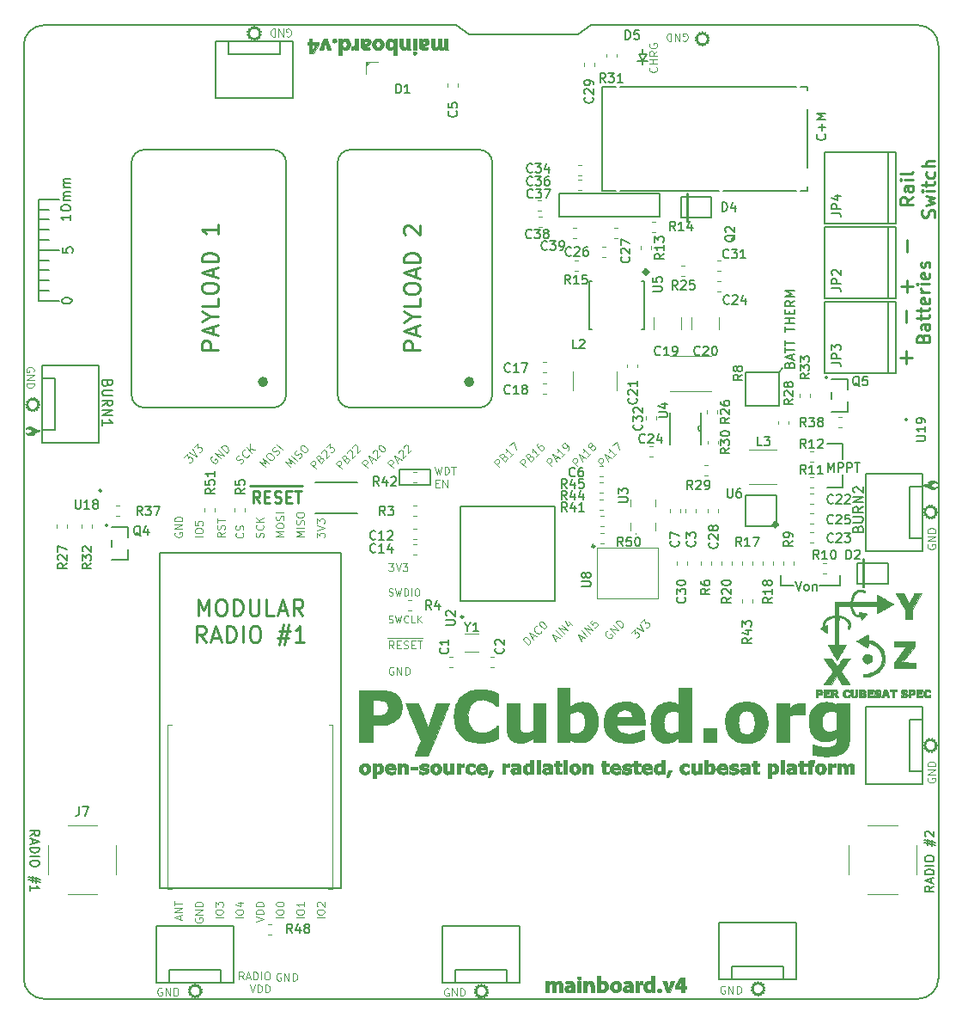
<source format=gbr>
%TF.GenerationSoftware,KiCad,Pcbnew,(5.1.5)-3*%
%TF.CreationDate,2020-03-14T11:42:48-07:00*%
%TF.ProjectId,mainboard,6d61696e-626f-4617-9264-2e6b69636164,rev?*%
%TF.SameCoordinates,PXb3c5ff4PY8d80254*%
%TF.FileFunction,Legend,Top*%
%TF.FilePolarity,Positive*%
%FSLAX46Y46*%
G04 Gerber Fmt 4.6, Leading zero omitted, Abs format (unit mm)*
G04 Created by KiCad (PCBNEW (5.1.5)-3) date 2020-03-14 11:42:48*
%MOMM*%
%LPD*%
G04 APERTURE LIST*
%ADD10C,0.127000*%
%ADD11C,0.152400*%
%ADD12C,0.150000*%
%ADD13C,0.121920*%
%ADD14C,0.251460*%
%ADD15C,0.228600*%
%ADD16C,0.200000*%
%ADD17C,0.120000*%
%ADD18C,0.100000*%
%ADD19C,0.010000*%
%ADD20C,0.250000*%
%ADD21C,0.508000*%
%ADD22C,0.381000*%
%ADD23C,0.203200*%
G04 APERTURE END LIST*
D10*
X-27470100Y79286100D02*
X-37376100Y79286100D01*
X-27470100Y77000100D02*
X-27470100Y79286100D01*
X-37376100Y77000100D02*
X-27470100Y77000100D01*
X-37376100Y79286100D02*
X-37376100Y77000100D01*
X-9690100Y40678100D02*
X-9690100Y41694100D01*
X-11722100Y40678100D02*
X-9690100Y40678100D01*
X-15532100Y40678100D02*
X-14262100Y40678100D01*
X-15532100Y41694100D02*
X-15532100Y40678100D01*
D11*
X-14078374Y41101434D02*
X-13782040Y40212434D01*
X-13485707Y41101434D01*
X-13062374Y40212434D02*
X-13147040Y40254767D01*
X-13189374Y40297100D01*
X-13231707Y40381767D01*
X-13231707Y40635767D01*
X-13189374Y40720434D01*
X-13147040Y40762767D01*
X-13062374Y40805100D01*
X-12935374Y40805100D01*
X-12850707Y40762767D01*
X-12808374Y40720434D01*
X-12766040Y40635767D01*
X-12766040Y40381767D01*
X-12808374Y40297100D01*
X-12850707Y40254767D01*
X-12935374Y40212434D01*
X-13062374Y40212434D01*
X-12385040Y40805100D02*
X-12385040Y40212434D01*
X-12385040Y40720434D02*
X-12342707Y40762767D01*
X-12258040Y40805100D01*
X-12131040Y40805100D01*
X-12046374Y40762767D01*
X-12004040Y40678100D01*
X-12004040Y40212434D01*
D10*
X-9436100Y54648100D02*
X-9436100Y53124100D01*
X-10960100Y54648100D02*
X-9436100Y54648100D01*
X-9436100Y50330100D02*
X-9436100Y51600100D01*
X-10960100Y50330100D02*
X-9436100Y50330100D01*
D11*
X-10903374Y51896434D02*
X-10903374Y52785434D01*
X-10607040Y52150434D01*
X-10310707Y52785434D01*
X-10310707Y51896434D01*
X-9887374Y51896434D02*
X-9887374Y52785434D01*
X-9548707Y52785434D01*
X-9464040Y52743100D01*
X-9421707Y52700767D01*
X-9379374Y52616100D01*
X-9379374Y52489100D01*
X-9421707Y52404434D01*
X-9464040Y52362100D01*
X-9548707Y52319767D01*
X-9887374Y52319767D01*
X-8998374Y51896434D02*
X-8998374Y52785434D01*
X-8659707Y52785434D01*
X-8575040Y52743100D01*
X-8532707Y52700767D01*
X-8490374Y52616100D01*
X-8490374Y52489100D01*
X-8532707Y52404434D01*
X-8575040Y52362100D01*
X-8659707Y52319767D01*
X-8998374Y52319767D01*
X-8236374Y52785434D02*
X-7728374Y52785434D01*
X-7982374Y51896434D02*
X-7982374Y52785434D01*
D12*
X-15732900Y58441100D02*
X-19034900Y58441100D01*
X-15732900Y61743100D02*
X-15732900Y58441100D01*
X-19034900Y58441100D02*
X-19034900Y61743100D01*
X-19034900Y61743100D02*
X-15732900Y61743100D01*
D10*
X-53124100Y50584100D02*
X-53124100Y52108100D01*
X-50076100Y50584100D02*
X-53124100Y50584100D01*
X-50076100Y52108100D02*
X-50076100Y50584100D01*
X-53124100Y52108100D02*
X-50076100Y52108100D01*
D13*
X-49632544Y52419190D02*
X-49448696Y51647030D01*
X-49301618Y52198573D01*
X-49154540Y51647030D01*
X-48970692Y52419190D01*
X-48676536Y51647030D02*
X-48676536Y52419190D01*
X-48492689Y52419190D01*
X-48382380Y52382420D01*
X-48308841Y52308881D01*
X-48272072Y52235342D01*
X-48235302Y52088264D01*
X-48235302Y51977956D01*
X-48272072Y51830878D01*
X-48308841Y51757339D01*
X-48382380Y51683800D01*
X-48492689Y51647030D01*
X-48676536Y51647030D01*
X-48014685Y52419190D02*
X-47573451Y52419190D01*
X-47794068Y51647030D02*
X-47794068Y52419190D01*
X-49559005Y50771335D02*
X-49301618Y50771335D01*
X-49191310Y50366870D02*
X-49559005Y50366870D01*
X-49559005Y51139030D01*
X-49191310Y51139030D01*
X-48860384Y50366870D02*
X-48860384Y51139030D01*
X-48419150Y50366870D01*
X-48419150Y51139030D01*
X-68497777Y1898106D02*
X-68751777Y2260963D01*
X-68933206Y1898106D02*
X-68933206Y2660106D01*
X-68642920Y2660106D01*
X-68570348Y2623820D01*
X-68534063Y2587535D01*
X-68497777Y2514963D01*
X-68497777Y2406106D01*
X-68534063Y2333535D01*
X-68570348Y2297249D01*
X-68642920Y2260963D01*
X-68933206Y2260963D01*
X-68207491Y2115820D02*
X-67844634Y2115820D01*
X-68280063Y1898106D02*
X-68026063Y2660106D01*
X-67772063Y1898106D01*
X-67518063Y1898106D02*
X-67518063Y2660106D01*
X-67336634Y2660106D01*
X-67227777Y2623820D01*
X-67155206Y2551249D01*
X-67118920Y2478678D01*
X-67082634Y2333535D01*
X-67082634Y2224678D01*
X-67118920Y2079535D01*
X-67155206Y2006963D01*
X-67227777Y1934392D01*
X-67336634Y1898106D01*
X-67518063Y1898106D01*
X-66756063Y1898106D02*
X-66756063Y2660106D01*
X-66248063Y2660106D02*
X-66102920Y2660106D01*
X-66030348Y2623820D01*
X-65957777Y2551249D01*
X-65921491Y2406106D01*
X-65921491Y2152106D01*
X-65957777Y2006963D01*
X-66030348Y1934392D01*
X-66102920Y1898106D01*
X-66248063Y1898106D01*
X-66320634Y1934392D01*
X-66393206Y2006963D01*
X-66429491Y2152106D01*
X-66429491Y2406106D01*
X-66393206Y2551249D01*
X-66320634Y2623820D01*
X-66248063Y2660106D01*
X-67880920Y1395186D02*
X-67626920Y633186D01*
X-67372920Y1395186D01*
X-67118920Y633186D02*
X-67118920Y1395186D01*
X-66937491Y1395186D01*
X-66828634Y1358900D01*
X-66756063Y1286329D01*
X-66719777Y1213758D01*
X-66683491Y1068615D01*
X-66683491Y959758D01*
X-66719777Y814615D01*
X-66756063Y742043D01*
X-66828634Y669472D01*
X-66937491Y633186D01*
X-67118920Y633186D01*
X-66356920Y633186D02*
X-66356920Y1395186D01*
X-66175491Y1395186D01*
X-66066634Y1358900D01*
X-65994063Y1286329D01*
X-65957777Y1213758D01*
X-65921491Y1068615D01*
X-65921491Y959758D01*
X-65957777Y814615D01*
X-65994063Y742043D01*
X-66066634Y669472D01*
X-66175491Y633186D01*
X-66356920Y633186D01*
D10*
X-89530767Y16055850D02*
X-89107434Y16352184D01*
X-89530767Y16563850D02*
X-88641767Y16563850D01*
X-88641767Y16225184D01*
X-88684100Y16140517D01*
X-88726434Y16098184D01*
X-88811100Y16055850D01*
X-88938100Y16055850D01*
X-89022767Y16098184D01*
X-89065100Y16140517D01*
X-89107434Y16225184D01*
X-89107434Y16563850D01*
X-89276767Y15717184D02*
X-89276767Y15293850D01*
X-89530767Y15801850D02*
X-88641767Y15505517D01*
X-89530767Y15209184D01*
X-89530767Y14912850D02*
X-88641767Y14912850D01*
X-88641767Y14701184D01*
X-88684100Y14574184D01*
X-88768767Y14489517D01*
X-88853434Y14447184D01*
X-89022767Y14404850D01*
X-89149767Y14404850D01*
X-89319100Y14447184D01*
X-89403767Y14489517D01*
X-89488434Y14574184D01*
X-89530767Y14701184D01*
X-89530767Y14912850D01*
X-89530767Y14023850D02*
X-88641767Y14023850D01*
X-88641767Y13431184D02*
X-88641767Y13261850D01*
X-88684100Y13177184D01*
X-88768767Y13092517D01*
X-88938100Y13050184D01*
X-89234434Y13050184D01*
X-89403767Y13092517D01*
X-89488434Y13177184D01*
X-89530767Y13261850D01*
X-89530767Y13431184D01*
X-89488434Y13515850D01*
X-89403767Y13600517D01*
X-89234434Y13642850D01*
X-88938100Y13642850D01*
X-88768767Y13600517D01*
X-88684100Y13515850D01*
X-88641767Y13431184D01*
X-88938100Y12034184D02*
X-88938100Y11399184D01*
X-88557100Y11780184D02*
X-89700100Y12034184D01*
X-89319100Y11483850D02*
X-89319100Y12118850D01*
X-89700100Y11737850D02*
X-88557100Y11483850D01*
X-89530767Y10637184D02*
X-89530767Y11145184D01*
X-89530767Y10891184D02*
X-88641767Y10891184D01*
X-88768767Y10975850D01*
X-88853434Y11060517D01*
X-88895767Y11145184D01*
X-436034Y11090150D02*
X-859367Y10793817D01*
X-436034Y10582150D02*
X-1325034Y10582150D01*
X-1325034Y10920817D01*
X-1282700Y11005484D01*
X-1240367Y11047817D01*
X-1155700Y11090150D01*
X-1028700Y11090150D01*
X-944034Y11047817D01*
X-901700Y11005484D01*
X-859367Y10920817D01*
X-859367Y10582150D01*
X-690034Y11428817D02*
X-690034Y11852150D01*
X-436034Y11344150D02*
X-1325034Y11640484D01*
X-436034Y11936817D01*
X-436034Y12233150D02*
X-1325034Y12233150D01*
X-1325034Y12444817D01*
X-1282700Y12571817D01*
X-1198034Y12656484D01*
X-1113367Y12698817D01*
X-944034Y12741150D01*
X-817034Y12741150D01*
X-647700Y12698817D01*
X-563034Y12656484D01*
X-478367Y12571817D01*
X-436034Y12444817D01*
X-436034Y12233150D01*
X-436034Y13122150D02*
X-1325034Y13122150D01*
X-1325034Y13714817D02*
X-1325034Y13884150D01*
X-1282700Y13968817D01*
X-1198034Y14053484D01*
X-1028700Y14095817D01*
X-732367Y14095817D01*
X-563034Y14053484D01*
X-478367Y13968817D01*
X-436034Y13884150D01*
X-436034Y13714817D01*
X-478367Y13630150D01*
X-563034Y13545484D01*
X-732367Y13503150D01*
X-1028700Y13503150D01*
X-1198034Y13545484D01*
X-1282700Y13630150D01*
X-1325034Y13714817D01*
X-1028700Y15111817D02*
X-1028700Y15746817D01*
X-1409700Y15365817D02*
X-266700Y15111817D01*
X-647700Y15662150D02*
X-647700Y15027150D01*
X-266700Y15408150D02*
X-1409700Y15662150D01*
X-1240367Y16000817D02*
X-1282700Y16043150D01*
X-1325034Y16127817D01*
X-1325034Y16339484D01*
X-1282700Y16424150D01*
X-1240367Y16466484D01*
X-1155700Y16508817D01*
X-1071034Y16508817D01*
X-944034Y16466484D01*
X-436034Y15958484D01*
X-436034Y16508817D01*
D13*
X-27796309Y91743325D02*
X-27759540Y91706555D01*
X-27722770Y91596247D01*
X-27722770Y91522708D01*
X-27759540Y91412399D01*
X-27833079Y91338860D01*
X-27906618Y91302091D01*
X-28053696Y91265321D01*
X-28164004Y91265321D01*
X-28311082Y91302091D01*
X-28384621Y91338860D01*
X-28458160Y91412399D01*
X-28494930Y91522708D01*
X-28494930Y91596247D01*
X-28458160Y91706555D01*
X-28421391Y91743325D01*
X-27722770Y92074251D02*
X-28494930Y92074251D01*
X-28127235Y92074251D02*
X-28127235Y92515485D01*
X-27722770Y92515485D02*
X-28494930Y92515485D01*
X-27722770Y93324414D02*
X-28090465Y93067028D01*
X-27722770Y92883180D02*
X-28494930Y92883180D01*
X-28494930Y93177336D01*
X-28458160Y93250875D01*
X-28421391Y93287645D01*
X-28347852Y93324414D01*
X-28237543Y93324414D01*
X-28164004Y93287645D01*
X-28127235Y93250875D01*
X-28090465Y93177336D01*
X-28090465Y92883180D01*
X-28458160Y94059805D02*
X-28494930Y93986266D01*
X-28494930Y93875957D01*
X-28458160Y93765649D01*
X-28384621Y93692110D01*
X-28311082Y93655340D01*
X-28164004Y93618571D01*
X-28053696Y93618571D01*
X-27906618Y93655340D01*
X-27833079Y93692110D01*
X-27759540Y93765649D01*
X-27722770Y93875957D01*
X-27722770Y93949496D01*
X-27759540Y94059805D01*
X-27796309Y94096574D01*
X-28053696Y94096574D01*
X-28053696Y93949496D01*
X-66560704Y45464767D02*
X-66524418Y45573624D01*
X-66524418Y45755053D01*
X-66560704Y45827624D01*
X-66596990Y45863910D01*
X-66669561Y45900196D01*
X-66742132Y45900196D01*
X-66814704Y45863910D01*
X-66850990Y45827624D01*
X-66887275Y45755053D01*
X-66923561Y45609910D01*
X-66959847Y45537338D01*
X-66996132Y45501053D01*
X-67068704Y45464767D01*
X-67141275Y45464767D01*
X-67213847Y45501053D01*
X-67250132Y45537338D01*
X-67286418Y45609910D01*
X-67286418Y45791338D01*
X-67250132Y45900196D01*
X-66596990Y46662196D02*
X-66560704Y46625910D01*
X-66524418Y46517053D01*
X-66524418Y46444481D01*
X-66560704Y46335624D01*
X-66633275Y46263053D01*
X-66705847Y46226767D01*
X-66850990Y46190481D01*
X-66959847Y46190481D01*
X-67104990Y46226767D01*
X-67177561Y46263053D01*
X-67250132Y46335624D01*
X-67286418Y46444481D01*
X-67286418Y46517053D01*
X-67250132Y46625910D01*
X-67213847Y46662196D01*
X-66524418Y46988767D02*
X-67286418Y46988767D01*
X-66524418Y47424196D02*
X-66959847Y47097624D01*
X-67286418Y47424196D02*
X-66850990Y46988767D01*
X-64525076Y45501053D02*
X-65287076Y45501053D01*
X-64742790Y45755053D01*
X-65287076Y46009053D01*
X-64525076Y46009053D01*
X-65287076Y46517053D02*
X-65287076Y46662196D01*
X-65250790Y46734767D01*
X-65178219Y46807338D01*
X-65033076Y46843624D01*
X-64779076Y46843624D01*
X-64633933Y46807338D01*
X-64561362Y46734767D01*
X-64525076Y46662196D01*
X-64525076Y46517053D01*
X-64561362Y46444481D01*
X-64633933Y46371910D01*
X-64779076Y46335624D01*
X-65033076Y46335624D01*
X-65178219Y46371910D01*
X-65250790Y46444481D01*
X-65287076Y46517053D01*
X-64561362Y47133910D02*
X-64525076Y47242767D01*
X-64525076Y47424196D01*
X-64561362Y47496767D01*
X-64597648Y47533053D01*
X-64670219Y47569338D01*
X-64742790Y47569338D01*
X-64815362Y47533053D01*
X-64851648Y47496767D01*
X-64887933Y47424196D01*
X-64924219Y47279053D01*
X-64960505Y47206481D01*
X-64996790Y47170196D01*
X-65069362Y47133910D01*
X-65141933Y47133910D01*
X-65214505Y47170196D01*
X-65250790Y47206481D01*
X-65287076Y47279053D01*
X-65287076Y47460481D01*
X-65250790Y47569338D01*
X-64525076Y47895910D02*
X-65287076Y47895910D01*
X-70356186Y45936482D02*
X-70719043Y45682482D01*
X-70356186Y45501053D02*
X-71118186Y45501053D01*
X-71118186Y45791339D01*
X-71081900Y45863910D01*
X-71045615Y45900196D01*
X-70973043Y45936482D01*
X-70864186Y45936482D01*
X-70791615Y45900196D01*
X-70755329Y45863910D01*
X-70719043Y45791339D01*
X-70719043Y45501053D01*
X-70392472Y46226768D02*
X-70356186Y46335625D01*
X-70356186Y46517053D01*
X-70392472Y46589625D01*
X-70428758Y46625910D01*
X-70501329Y46662196D01*
X-70573900Y46662196D01*
X-70646472Y46625910D01*
X-70682758Y46589625D01*
X-70719043Y46517053D01*
X-70755329Y46371910D01*
X-70791615Y46299339D01*
X-70827900Y46263053D01*
X-70900472Y46226768D01*
X-70973043Y46226768D01*
X-71045615Y46263053D01*
X-71081900Y46299339D01*
X-71118186Y46371910D01*
X-71118186Y46553339D01*
X-71081900Y46662196D01*
X-71118186Y46879910D02*
X-71118186Y47315339D01*
X-70356186Y47097625D02*
X-71118186Y47097625D01*
X-62525734Y45501053D02*
X-63287734Y45501053D01*
X-62743448Y45755053D01*
X-63287734Y46009053D01*
X-62525734Y46009053D01*
X-62525734Y46371910D02*
X-63287734Y46371910D01*
X-62562020Y46698481D02*
X-62525734Y46807338D01*
X-62525734Y46988767D01*
X-62562020Y47061338D01*
X-62598306Y47097624D01*
X-62670877Y47133910D01*
X-62743448Y47133910D01*
X-62816020Y47097624D01*
X-62852306Y47061338D01*
X-62888591Y46988767D01*
X-62924877Y46843624D01*
X-62961163Y46771053D01*
X-62997448Y46734767D01*
X-63070020Y46698481D01*
X-63142591Y46698481D01*
X-63215163Y46734767D01*
X-63251448Y46771053D01*
X-63287734Y46843624D01*
X-63287734Y47025053D01*
X-63251448Y47133910D01*
X-63287734Y47605624D02*
X-63287734Y47750767D01*
X-63251448Y47823338D01*
X-63178877Y47895910D01*
X-63033734Y47932196D01*
X-62779734Y47932196D01*
X-62634591Y47895910D01*
X-62562020Y47823338D01*
X-62525734Y47750767D01*
X-62525734Y47605624D01*
X-62562020Y47533053D01*
X-62634591Y47460481D01*
X-62779734Y47424196D01*
X-63033734Y47424196D01*
X-63178877Y47460481D01*
X-63251448Y47533053D01*
X-63287734Y47605624D01*
X-68596332Y45885681D02*
X-68560046Y45849396D01*
X-68523760Y45740538D01*
X-68523760Y45667967D01*
X-68560046Y45559110D01*
X-68632617Y45486538D01*
X-68705189Y45450253D01*
X-68850332Y45413967D01*
X-68959189Y45413967D01*
X-69104332Y45450253D01*
X-69176903Y45486538D01*
X-69249474Y45559110D01*
X-69285760Y45667967D01*
X-69285760Y45740538D01*
X-69249474Y45849396D01*
X-69213189Y45885681D01*
X-68560046Y46175967D02*
X-68523760Y46284824D01*
X-68523760Y46466253D01*
X-68560046Y46538824D01*
X-68596332Y46575110D01*
X-68668903Y46611396D01*
X-68741474Y46611396D01*
X-68814046Y46575110D01*
X-68850332Y46538824D01*
X-68886617Y46466253D01*
X-68922903Y46321110D01*
X-68959189Y46248538D01*
X-68995474Y46212253D01*
X-69068046Y46175967D01*
X-69140617Y46175967D01*
X-69213189Y46212253D01*
X-69249474Y46248538D01*
X-69285760Y46321110D01*
X-69285760Y46502538D01*
X-69249474Y46611396D01*
X-61288386Y45428481D02*
X-61288386Y45900195D01*
X-60998100Y45646195D01*
X-60998100Y45755053D01*
X-60961815Y45827624D01*
X-60925529Y45863910D01*
X-60852958Y45900195D01*
X-60671529Y45900195D01*
X-60598958Y45863910D01*
X-60562672Y45827624D01*
X-60526386Y45755053D01*
X-60526386Y45537338D01*
X-60562672Y45464767D01*
X-60598958Y45428481D01*
X-61288386Y46117910D02*
X-60526386Y46371910D01*
X-61288386Y46625910D01*
X-61288386Y46807338D02*
X-61288386Y47279053D01*
X-60998100Y47025053D01*
X-60998100Y47133910D01*
X-60961815Y47206481D01*
X-60925529Y47242767D01*
X-60852958Y47279053D01*
X-60671529Y47279053D01*
X-60598958Y47242767D01*
X-60562672Y47206481D01*
X-60526386Y47133910D01*
X-60526386Y46916195D01*
X-60562672Y46843624D01*
X-60598958Y46807338D01*
X-72522444Y45501053D02*
X-73284444Y45501053D01*
X-73284444Y46009053D02*
X-73284444Y46154196D01*
X-73248158Y46226767D01*
X-73175587Y46299339D01*
X-73030444Y46335624D01*
X-72776444Y46335624D01*
X-72631301Y46299339D01*
X-72558730Y46226767D01*
X-72522444Y46154196D01*
X-72522444Y46009053D01*
X-72558730Y45936481D01*
X-72631301Y45863910D01*
X-72776444Y45827624D01*
X-73030444Y45827624D01*
X-73175587Y45863910D01*
X-73248158Y45936481D01*
X-73284444Y46009053D01*
X-73284444Y47025053D02*
X-73284444Y46662196D01*
X-72921587Y46625910D01*
X-72957873Y46662196D01*
X-72994158Y46734767D01*
X-72994158Y46916196D01*
X-72957873Y46988767D01*
X-72921587Y47025053D01*
X-72849016Y47061339D01*
X-72667587Y47061339D01*
X-72595016Y47025053D01*
X-72558730Y46988767D01*
X-72522444Y46916196D01*
X-72522444Y46734767D01*
X-72558730Y46662196D01*
X-72595016Y46625910D01*
X-75247500Y45900196D02*
X-75283786Y45827625D01*
X-75283786Y45718768D01*
X-75247500Y45609910D01*
X-75174929Y45537339D01*
X-75102358Y45501053D01*
X-74957215Y45464768D01*
X-74848358Y45464768D01*
X-74703215Y45501053D01*
X-74630643Y45537339D01*
X-74558072Y45609910D01*
X-74521786Y45718768D01*
X-74521786Y45791339D01*
X-74558072Y45900196D01*
X-74594358Y45936482D01*
X-74848358Y45936482D01*
X-74848358Y45791339D01*
X-74521786Y46263053D02*
X-75283786Y46263053D01*
X-74521786Y46698482D01*
X-75283786Y46698482D01*
X-74521786Y47061339D02*
X-75283786Y47061339D01*
X-75283786Y47242768D01*
X-75247500Y47351625D01*
X-75174929Y47424196D01*
X-75102358Y47460482D01*
X-74957215Y47496768D01*
X-74848358Y47496768D01*
X-74703215Y47460482D01*
X-74630643Y47424196D01*
X-74558072Y47351625D01*
X-74521786Y47242768D01*
X-74521786Y47061339D01*
X-67286418Y7582481D02*
X-66524418Y7836481D01*
X-67286418Y8090481D01*
X-66524418Y8344481D02*
X-67286418Y8344481D01*
X-67286418Y8525910D01*
X-67250132Y8634767D01*
X-67177561Y8707338D01*
X-67104990Y8743624D01*
X-66959847Y8779910D01*
X-66850990Y8779910D01*
X-66705847Y8743624D01*
X-66633275Y8707338D01*
X-66560704Y8634767D01*
X-66524418Y8525910D01*
X-66524418Y8344481D01*
X-66524418Y9106481D02*
X-67286418Y9106481D01*
X-67286418Y9287910D01*
X-67250132Y9396767D01*
X-67177561Y9469338D01*
X-67104990Y9505624D01*
X-66959847Y9541910D01*
X-66850990Y9541910D01*
X-66705847Y9505624D01*
X-66633275Y9469338D01*
X-66560704Y9396767D01*
X-66524418Y9287910D01*
X-66524418Y9106481D01*
X-60526386Y7981624D02*
X-61288386Y7981624D01*
X-61288386Y8489624D02*
X-61288386Y8634767D01*
X-61252100Y8707338D01*
X-61179529Y8779910D01*
X-61034386Y8816195D01*
X-60780386Y8816195D01*
X-60635243Y8779910D01*
X-60562672Y8707338D01*
X-60526386Y8634767D01*
X-60526386Y8489624D01*
X-60562672Y8417052D01*
X-60635243Y8344481D01*
X-60780386Y8308195D01*
X-61034386Y8308195D01*
X-61179529Y8344481D01*
X-61252100Y8417052D01*
X-61288386Y8489624D01*
X-61215815Y9106481D02*
X-61252100Y9142767D01*
X-61288386Y9215338D01*
X-61288386Y9396767D01*
X-61252100Y9469338D01*
X-61215815Y9505624D01*
X-61143243Y9541910D01*
X-61070672Y9541910D01*
X-60961815Y9505624D01*
X-60526386Y9070195D01*
X-60526386Y9541910D01*
X-62525734Y7981624D02*
X-63287734Y7981624D01*
X-63287734Y8489624D02*
X-63287734Y8634767D01*
X-63251448Y8707338D01*
X-63178877Y8779910D01*
X-63033734Y8816195D01*
X-62779734Y8816195D01*
X-62634591Y8779910D01*
X-62562020Y8707338D01*
X-62525734Y8634767D01*
X-62525734Y8489624D01*
X-62562020Y8417052D01*
X-62634591Y8344481D01*
X-62779734Y8308195D01*
X-63033734Y8308195D01*
X-63178877Y8344481D01*
X-63251448Y8417052D01*
X-63287734Y8489624D01*
X-62525734Y9541910D02*
X-62525734Y9106481D01*
X-62525734Y9324195D02*
X-63287734Y9324195D01*
X-63178877Y9251624D01*
X-63106306Y9179052D01*
X-63070020Y9106481D01*
X-64525076Y7981624D02*
X-65287076Y7981624D01*
X-65287076Y8489624D02*
X-65287076Y8634767D01*
X-65250790Y8707338D01*
X-65178219Y8779910D01*
X-65033076Y8816195D01*
X-64779076Y8816195D01*
X-64633933Y8779910D01*
X-64561362Y8707338D01*
X-64525076Y8634767D01*
X-64525076Y8489624D01*
X-64561362Y8417052D01*
X-64633933Y8344481D01*
X-64779076Y8308195D01*
X-65033076Y8308195D01*
X-65178219Y8344481D01*
X-65250790Y8417052D01*
X-65287076Y8489624D01*
X-65287076Y9287910D02*
X-65287076Y9360481D01*
X-65250790Y9433052D01*
X-65214505Y9469338D01*
X-65141933Y9505624D01*
X-64996790Y9541910D01*
X-64815362Y9541910D01*
X-64670219Y9505624D01*
X-64597648Y9469338D01*
X-64561362Y9433052D01*
X-64525076Y9360481D01*
X-64525076Y9287910D01*
X-64561362Y9215338D01*
X-64597648Y9179052D01*
X-64670219Y9142767D01*
X-64815362Y9106481D01*
X-64996790Y9106481D01*
X-65141933Y9142767D01*
X-65214505Y9179052D01*
X-65250790Y9215338D01*
X-65287076Y9287910D01*
X-68523760Y7981624D02*
X-69285760Y7981624D01*
X-69285760Y8489624D02*
X-69285760Y8634767D01*
X-69249474Y8707338D01*
X-69176903Y8779910D01*
X-69031760Y8816195D01*
X-68777760Y8816195D01*
X-68632617Y8779910D01*
X-68560046Y8707338D01*
X-68523760Y8634767D01*
X-68523760Y8489624D01*
X-68560046Y8417052D01*
X-68632617Y8344481D01*
X-68777760Y8308195D01*
X-69031760Y8308195D01*
X-69176903Y8344481D01*
X-69249474Y8417052D01*
X-69285760Y8489624D01*
X-69031760Y9469338D02*
X-68523760Y9469338D01*
X-69322046Y9287910D02*
X-68777760Y9106481D01*
X-68777760Y9578195D01*
X-70523102Y7981624D02*
X-71285102Y7981624D01*
X-71285102Y8489624D02*
X-71285102Y8634767D01*
X-71248816Y8707338D01*
X-71176245Y8779910D01*
X-71031102Y8816195D01*
X-70777102Y8816195D01*
X-70631959Y8779910D01*
X-70559388Y8707338D01*
X-70523102Y8634767D01*
X-70523102Y8489624D01*
X-70559388Y8417052D01*
X-70631959Y8344481D01*
X-70777102Y8308195D01*
X-71031102Y8308195D01*
X-71176245Y8344481D01*
X-71248816Y8417052D01*
X-71285102Y8489624D01*
X-71285102Y9070195D02*
X-71285102Y9541910D01*
X-70994816Y9287910D01*
X-70994816Y9396767D01*
X-70958531Y9469338D01*
X-70922245Y9505624D01*
X-70849674Y9541910D01*
X-70668245Y9541910D01*
X-70595674Y9505624D01*
X-70559388Y9469338D01*
X-70523102Y9396767D01*
X-70523102Y9179052D01*
X-70559388Y9106481D01*
X-70595674Y9070195D01*
X-74739500Y7800195D02*
X-74739500Y8163052D01*
X-74521786Y7727624D02*
X-75283786Y7981624D01*
X-74521786Y8235624D01*
X-74521786Y8489624D02*
X-75283786Y8489624D01*
X-74521786Y8925052D01*
X-75283786Y8925052D01*
X-75283786Y9179052D02*
X-75283786Y9614481D01*
X-74521786Y9396767D02*
X-75283786Y9396767D01*
X-73248158Y7945338D02*
X-73284444Y7872767D01*
X-73284444Y7763910D01*
X-73248158Y7655052D01*
X-73175587Y7582481D01*
X-73103016Y7546195D01*
X-72957873Y7509910D01*
X-72849016Y7509910D01*
X-72703873Y7546195D01*
X-72631301Y7582481D01*
X-72558730Y7655052D01*
X-72522444Y7763910D01*
X-72522444Y7836481D01*
X-72558730Y7945338D01*
X-72595016Y7981624D01*
X-72849016Y7981624D01*
X-72849016Y7836481D01*
X-72522444Y8308195D02*
X-73284444Y8308195D01*
X-72522444Y8743624D01*
X-73284444Y8743624D01*
X-72522444Y9106481D02*
X-73284444Y9106481D01*
X-73284444Y9287910D01*
X-73248158Y9396767D01*
X-73175587Y9469338D01*
X-73103016Y9505624D01*
X-72957873Y9541910D01*
X-72849016Y9541910D01*
X-72703873Y9505624D01*
X-72631301Y9469338D01*
X-72558730Y9396767D01*
X-72522444Y9287910D01*
X-72522444Y9106481D01*
X-76558286Y1038860D02*
X-76631825Y1075630D01*
X-76742133Y1075630D01*
X-76852442Y1038860D01*
X-76925981Y965321D01*
X-76962750Y891782D01*
X-76999520Y744704D01*
X-76999520Y634396D01*
X-76962750Y487318D01*
X-76925981Y413779D01*
X-76852442Y340240D01*
X-76742133Y303470D01*
X-76668594Y303470D01*
X-76558286Y340240D01*
X-76521516Y377009D01*
X-76521516Y634396D01*
X-76668594Y634396D01*
X-76190590Y303470D02*
X-76190590Y1075630D01*
X-75749356Y303470D01*
X-75749356Y1075630D01*
X-75381661Y303470D02*
X-75381661Y1075630D01*
X-75197813Y1075630D01*
X-75087505Y1038860D01*
X-75013966Y965321D01*
X-74977196Y891782D01*
X-74940427Y744704D01*
X-74940427Y634396D01*
X-74977196Y487318D01*
X-75013966Y413779D01*
X-75087505Y340240D01*
X-75197813Y303470D01*
X-75381661Y303470D01*
X-48300786Y1013460D02*
X-48374325Y1050230D01*
X-48484633Y1050230D01*
X-48594942Y1013460D01*
X-48668481Y939921D01*
X-48705250Y866382D01*
X-48742020Y719304D01*
X-48742020Y608996D01*
X-48705250Y461918D01*
X-48668481Y388379D01*
X-48594942Y314840D01*
X-48484633Y278070D01*
X-48411094Y278070D01*
X-48300786Y314840D01*
X-48264016Y351609D01*
X-48264016Y608996D01*
X-48411094Y608996D01*
X-47933090Y278070D02*
X-47933090Y1050230D01*
X-47491856Y278070D01*
X-47491856Y1050230D01*
X-47124161Y278070D02*
X-47124161Y1050230D01*
X-46940313Y1050230D01*
X-46830005Y1013460D01*
X-46756466Y939921D01*
X-46719696Y866382D01*
X-46682927Y719304D01*
X-46682927Y608996D01*
X-46719696Y461918D01*
X-46756466Y388379D01*
X-46830005Y314840D01*
X-46940313Y278070D01*
X-47124161Y278070D01*
X-21059286Y1242060D02*
X-21132825Y1278830D01*
X-21243133Y1278830D01*
X-21353442Y1242060D01*
X-21426981Y1168521D01*
X-21463750Y1094982D01*
X-21500520Y947904D01*
X-21500520Y837596D01*
X-21463750Y690518D01*
X-21426981Y616979D01*
X-21353442Y543440D01*
X-21243133Y506670D01*
X-21169594Y506670D01*
X-21059286Y543440D01*
X-21022516Y580209D01*
X-21022516Y837596D01*
X-21169594Y837596D01*
X-20691590Y506670D02*
X-20691590Y1278830D01*
X-20250356Y506670D01*
X-20250356Y1278830D01*
X-19882661Y506670D02*
X-19882661Y1278830D01*
X-19698813Y1278830D01*
X-19588505Y1242060D01*
X-19514966Y1168521D01*
X-19478196Y1094982D01*
X-19441427Y947904D01*
X-19441427Y837596D01*
X-19478196Y690518D01*
X-19514966Y616979D01*
X-19588505Y543440D01*
X-19698813Y506670D01*
X-19882661Y506670D01*
X-1038860Y21739715D02*
X-1075630Y21666176D01*
X-1075630Y21555868D01*
X-1038860Y21445559D01*
X-965321Y21372020D01*
X-891782Y21335251D01*
X-744704Y21298481D01*
X-634396Y21298481D01*
X-487318Y21335251D01*
X-413779Y21372020D01*
X-340240Y21445559D01*
X-303470Y21555868D01*
X-303470Y21629407D01*
X-340240Y21739715D01*
X-377009Y21776485D01*
X-634396Y21776485D01*
X-634396Y21629407D01*
X-303470Y22107411D02*
X-1075630Y22107411D01*
X-303470Y22548645D01*
X-1075630Y22548645D01*
X-303470Y22916340D02*
X-1075630Y22916340D01*
X-1075630Y23100188D01*
X-1038860Y23210496D01*
X-965321Y23284035D01*
X-891782Y23320805D01*
X-744704Y23357574D01*
X-634396Y23357574D01*
X-487318Y23320805D01*
X-413779Y23284035D01*
X-340240Y23210496D01*
X-303470Y23100188D01*
X-303470Y22916340D01*
X-25168715Y94363540D02*
X-25095176Y94326771D01*
X-24984868Y94326771D01*
X-24874559Y94363540D01*
X-24801020Y94437080D01*
X-24764251Y94510619D01*
X-24727481Y94657697D01*
X-24727481Y94768005D01*
X-24764251Y94915083D01*
X-24801020Y94988622D01*
X-24874559Y95062161D01*
X-24984868Y95098931D01*
X-25058407Y95098931D01*
X-25168715Y95062161D01*
X-25205485Y95025392D01*
X-25205485Y94768005D01*
X-25058407Y94768005D01*
X-25536411Y95098931D02*
X-25536411Y94326771D01*
X-25977645Y95098931D01*
X-25977645Y94326771D01*
X-26345340Y95098931D02*
X-26345340Y94326771D01*
X-26529188Y94326771D01*
X-26639496Y94363540D01*
X-26713035Y94437080D01*
X-26749805Y94510619D01*
X-26786574Y94657697D01*
X-26786574Y94768005D01*
X-26749805Y94915083D01*
X-26713035Y94988622D01*
X-26639496Y95062161D01*
X-26529188Y95098931D01*
X-26345340Y95098931D01*
X-64233915Y94795340D02*
X-64160376Y94758571D01*
X-64050068Y94758571D01*
X-63939759Y94795340D01*
X-63866220Y94868880D01*
X-63829451Y94942419D01*
X-63792681Y95089497D01*
X-63792681Y95199805D01*
X-63829451Y95346883D01*
X-63866220Y95420422D01*
X-63939759Y95493961D01*
X-64050068Y95530731D01*
X-64123607Y95530731D01*
X-64233915Y95493961D01*
X-64270685Y95457192D01*
X-64270685Y95199805D01*
X-64123607Y95199805D01*
X-64601611Y95530731D02*
X-64601611Y94758571D01*
X-65042845Y95530731D01*
X-65042845Y94758571D01*
X-65410540Y95530731D02*
X-65410540Y94758571D01*
X-65594388Y94758571D01*
X-65704696Y94795340D01*
X-65778235Y94868880D01*
X-65815005Y94942419D01*
X-65851774Y95089497D01*
X-65851774Y95199805D01*
X-65815005Y95346883D01*
X-65778235Y95420422D01*
X-65704696Y95493961D01*
X-65594388Y95530731D01*
X-65410540Y95530731D01*
X-1038860Y44726715D02*
X-1075630Y44653176D01*
X-1075630Y44542868D01*
X-1038860Y44432559D01*
X-965321Y44359020D01*
X-891782Y44322251D01*
X-744704Y44285481D01*
X-634396Y44285481D01*
X-487318Y44322251D01*
X-413779Y44359020D01*
X-340240Y44432559D01*
X-303470Y44542868D01*
X-303470Y44616407D01*
X-340240Y44726715D01*
X-377009Y44763485D01*
X-634396Y44763485D01*
X-634396Y44616407D01*
X-303470Y45094411D02*
X-1075630Y45094411D01*
X-303470Y45535645D01*
X-1075630Y45535645D01*
X-303470Y45903340D02*
X-1075630Y45903340D01*
X-1075630Y46087188D01*
X-1038860Y46197496D01*
X-965321Y46271035D01*
X-891782Y46307805D01*
X-744704Y46344574D01*
X-634396Y46344574D01*
X-487318Y46307805D01*
X-413779Y46271035D01*
X-340240Y46197496D01*
X-303470Y46087188D01*
X-303470Y45903340D01*
X-89181940Y61775486D02*
X-89145171Y61849025D01*
X-89145171Y61959333D01*
X-89181940Y62069642D01*
X-89255480Y62143181D01*
X-89329019Y62179950D01*
X-89476097Y62216720D01*
X-89586405Y62216720D01*
X-89733483Y62179950D01*
X-89807022Y62143181D01*
X-89880561Y62069642D01*
X-89917331Y61959333D01*
X-89917331Y61885794D01*
X-89880561Y61775486D01*
X-89843792Y61738716D01*
X-89586405Y61738716D01*
X-89586405Y61885794D01*
X-89917331Y61407790D02*
X-89145171Y61407790D01*
X-89917331Y60966556D01*
X-89145171Y60966556D01*
X-89917331Y60598861D02*
X-89145171Y60598861D01*
X-89145171Y60415013D01*
X-89181940Y60304705D01*
X-89255480Y60231166D01*
X-89329019Y60194396D01*
X-89476097Y60157627D01*
X-89586405Y60157627D01*
X-89733483Y60194396D01*
X-89807022Y60231166D01*
X-89880561Y60304705D01*
X-89917331Y60415013D01*
X-89917331Y60598861D01*
D12*
X-15386100Y62084100D02*
X-15732900Y61743100D01*
D10*
X-14674100Y62454650D02*
X-14631767Y62581650D01*
X-14589434Y62623984D01*
X-14504767Y62666317D01*
X-14377767Y62666317D01*
X-14293100Y62623984D01*
X-14250767Y62581650D01*
X-14208434Y62496984D01*
X-14208434Y62158317D01*
X-15097434Y62158317D01*
X-15097434Y62454650D01*
X-15055100Y62539317D01*
X-15012767Y62581650D01*
X-14928100Y62623984D01*
X-14843434Y62623984D01*
X-14758767Y62581650D01*
X-14716434Y62539317D01*
X-14674100Y62454650D01*
X-14674100Y62158317D01*
X-14462434Y63004984D02*
X-14462434Y63428317D01*
X-14208434Y62920317D02*
X-15097434Y63216650D01*
X-14208434Y63512984D01*
X-15097434Y63682317D02*
X-15097434Y64190317D01*
X-14208434Y63936317D02*
X-15097434Y63936317D01*
X-15097434Y64359650D02*
X-15097434Y64867650D01*
X-14208434Y64613650D02*
X-15097434Y64613650D01*
X-15097434Y65714317D02*
X-15097434Y66222317D01*
X-14208434Y65968317D02*
X-15097434Y65968317D01*
X-14208434Y66518650D02*
X-15097434Y66518650D01*
X-14674100Y66518650D02*
X-14674100Y67026650D01*
X-14208434Y67026650D02*
X-15097434Y67026650D01*
X-14674100Y67449984D02*
X-14674100Y67746317D01*
X-14208434Y67873317D02*
X-14208434Y67449984D01*
X-15097434Y67449984D01*
X-15097434Y67873317D01*
X-14208434Y68762317D02*
X-14631767Y68465984D01*
X-14208434Y68254317D02*
X-15097434Y68254317D01*
X-15097434Y68592984D01*
X-15055100Y68677650D01*
X-15012767Y68719984D01*
X-14928100Y68762317D01*
X-14801100Y68762317D01*
X-14716434Y68719984D01*
X-14674100Y68677650D01*
X-14631767Y68592984D01*
X-14631767Y68254317D01*
X-14208434Y69143317D02*
X-15097434Y69143317D01*
X-14462434Y69439650D01*
X-15097434Y69735984D01*
X-14208434Y69735984D01*
D13*
X-35285636Y35379665D02*
X-35025636Y35639665D01*
X-35181636Y35171665D02*
X-35545636Y35899664D01*
X-34817636Y35535665D01*
X-34635636Y35717665D02*
X-35181636Y36263664D01*
X-34375637Y35977664D02*
X-34921636Y36523664D01*
X-34063637Y36289664D01*
X-34609636Y36835664D01*
X-34089637Y37355663D02*
X-34349637Y37095664D01*
X-34115637Y36809664D01*
X-34115637Y36861664D01*
X-34089637Y36939664D01*
X-33959637Y37069664D01*
X-33881637Y37095664D01*
X-33829637Y37095664D01*
X-33751637Y37069664D01*
X-33621637Y36939664D01*
X-33595637Y36861664D01*
X-33595637Y36809664D01*
X-33621637Y36731664D01*
X-33751637Y36601664D01*
X-33829637Y36575664D01*
X-33881637Y36575664D01*
X-37796386Y35379665D02*
X-37536386Y35639665D01*
X-37692386Y35171665D02*
X-38056386Y35899664D01*
X-37328386Y35535665D01*
X-37146386Y35717665D02*
X-37692386Y36263664D01*
X-36886387Y35977664D02*
X-37432386Y36523664D01*
X-36574387Y36289664D01*
X-37120386Y36835664D01*
X-36444387Y37147664D02*
X-36080387Y36783664D01*
X-36782387Y37225663D02*
X-36522387Y36705664D01*
X-36184387Y37043664D01*
X-40424136Y34862665D02*
X-40970135Y35408665D01*
X-40840135Y35538665D01*
X-40736136Y35590665D01*
X-40632136Y35590665D01*
X-40554136Y35564665D01*
X-40424136Y35486665D01*
X-40346136Y35408665D01*
X-40268136Y35278665D01*
X-40242136Y35200665D01*
X-40242136Y35096665D01*
X-40294136Y34992665D01*
X-40424136Y34862665D01*
X-40060136Y35538665D02*
X-39800136Y35798664D01*
X-39956136Y35330665D02*
X-40320136Y36058664D01*
X-39592136Y35694665D01*
X-39150137Y36240664D02*
X-39150137Y36188664D01*
X-39202137Y36084664D01*
X-39254137Y36032664D01*
X-39358137Y35980664D01*
X-39462137Y35980664D01*
X-39540136Y36006664D01*
X-39670136Y36084664D01*
X-39748136Y36162664D01*
X-39826136Y36292664D01*
X-39852136Y36370664D01*
X-39852136Y36474664D01*
X-39800136Y36578664D01*
X-39748136Y36630664D01*
X-39644136Y36682664D01*
X-39592136Y36682664D01*
X-39306137Y37072663D02*
X-39254137Y37124663D01*
X-39176137Y37150663D01*
X-39124137Y37150663D01*
X-39046137Y37124663D01*
X-38916137Y37046663D01*
X-38786137Y36916664D01*
X-38708137Y36786664D01*
X-38682137Y36708664D01*
X-38682137Y36656664D01*
X-38708137Y36578664D01*
X-38760137Y36526664D01*
X-38838137Y36500664D01*
X-38890137Y36500664D01*
X-38968137Y36526664D01*
X-39098137Y36604664D01*
X-39228137Y36734664D01*
X-39306137Y36864664D01*
X-39332137Y36942664D01*
X-39332137Y36994664D01*
X-39306137Y37072663D01*
X-30290136Y36055664D02*
X-29952136Y36393664D01*
X-29926136Y36003664D01*
X-29848136Y36081664D01*
X-29770136Y36107664D01*
X-29718136Y36107664D01*
X-29640136Y36081664D01*
X-29510136Y35951664D01*
X-29484136Y35873665D01*
X-29484136Y35821665D01*
X-29510136Y35743665D01*
X-29666136Y35587665D01*
X-29744136Y35561665D01*
X-29796136Y35561665D01*
X-29796136Y36549664D02*
X-29068137Y36185664D01*
X-29432136Y36913664D01*
X-29302137Y37043664D02*
X-28964137Y37381663D01*
X-28938137Y36991664D01*
X-28860137Y37069664D01*
X-28782137Y37095664D01*
X-28730137Y37095664D01*
X-28652137Y37069664D01*
X-28522137Y36939664D01*
X-28496137Y36861664D01*
X-28496137Y36809664D01*
X-28522137Y36731664D01*
X-28678137Y36575664D01*
X-28756137Y36549664D01*
X-28808137Y36549664D01*
X-32631886Y36211664D02*
X-32709886Y36185664D01*
X-32787886Y36107664D01*
X-32839886Y36003664D01*
X-32839886Y35899664D01*
X-32813886Y35821665D01*
X-32735886Y35691665D01*
X-32657886Y35613665D01*
X-32527886Y35535665D01*
X-32449886Y35509665D01*
X-32345886Y35509665D01*
X-32241886Y35561665D01*
X-32189886Y35613665D01*
X-32137886Y35717665D01*
X-32137886Y35769665D01*
X-32319886Y35951664D01*
X-32423886Y35847665D01*
X-31851887Y35951664D02*
X-32397886Y36497664D01*
X-31539887Y36263664D01*
X-32085886Y36809664D01*
X-31279887Y36523664D02*
X-31825887Y37069664D01*
X-31695887Y37199663D01*
X-31591887Y37251663D01*
X-31487887Y37251663D01*
X-31409887Y37225663D01*
X-31279887Y37147664D01*
X-31201887Y37069664D01*
X-31123887Y36939664D01*
X-31097887Y36861664D01*
X-31097887Y36757664D01*
X-31149887Y36653664D01*
X-31279887Y36523664D01*
D14*
X-72975108Y37764358D02*
X-72975108Y39356938D01*
X-72444248Y38219380D01*
X-71913388Y39356938D01*
X-71913388Y37764358D01*
X-70851668Y39356938D02*
X-70548319Y39356938D01*
X-70396645Y39281100D01*
X-70244970Y39129426D01*
X-70169133Y38826078D01*
X-70169133Y38295218D01*
X-70244970Y37991869D01*
X-70396645Y37840195D01*
X-70548319Y37764358D01*
X-70851668Y37764358D01*
X-71003342Y37840195D01*
X-71155016Y37991869D01*
X-71230853Y38295218D01*
X-71230853Y38826078D01*
X-71155016Y39129426D01*
X-71003342Y39281100D01*
X-70851668Y39356938D01*
X-69486599Y37764358D02*
X-69486599Y39356938D01*
X-69107413Y39356938D01*
X-68879902Y39281100D01*
X-68728228Y39129426D01*
X-68652390Y38977752D01*
X-68576553Y38674403D01*
X-68576553Y38446892D01*
X-68652390Y38143543D01*
X-68728228Y37991869D01*
X-68879902Y37840195D01*
X-69107413Y37764358D01*
X-69486599Y37764358D01*
X-67894019Y39356938D02*
X-67894019Y38067706D01*
X-67818182Y37916032D01*
X-67742345Y37840195D01*
X-67590670Y37764358D01*
X-67287322Y37764358D01*
X-67135648Y37840195D01*
X-67059810Y37916032D01*
X-66983973Y38067706D01*
X-66983973Y39356938D01*
X-65467230Y37764358D02*
X-66225602Y37764358D01*
X-66225602Y39356938D01*
X-65012208Y38219380D02*
X-64253836Y38219380D01*
X-65163882Y37764358D02*
X-64633022Y39356938D01*
X-64102162Y37764358D01*
X-62661256Y37764358D02*
X-63192116Y38522729D01*
X-63571302Y37764358D02*
X-63571302Y39356938D01*
X-62964605Y39356938D01*
X-62812930Y39281100D01*
X-62737093Y39205263D01*
X-62661256Y39053589D01*
X-62661256Y38826078D01*
X-62737093Y38674403D01*
X-62812930Y38598566D01*
X-62964605Y38522729D01*
X-63571302Y38522729D01*
X-72216736Y35124028D02*
X-72747596Y35882399D01*
X-73126782Y35124028D02*
X-73126782Y36716608D01*
X-72520085Y36716608D01*
X-72368410Y36640770D01*
X-72292573Y36564933D01*
X-72216736Y36413259D01*
X-72216736Y36185748D01*
X-72292573Y36034073D01*
X-72368410Y35958236D01*
X-72520085Y35882399D01*
X-73126782Y35882399D01*
X-71610039Y35579050D02*
X-70851668Y35579050D01*
X-71761713Y35124028D02*
X-71230853Y36716608D01*
X-70699993Y35124028D01*
X-70169133Y35124028D02*
X-70169133Y36716608D01*
X-69789948Y36716608D01*
X-69562436Y36640770D01*
X-69410762Y36489096D01*
X-69334925Y36337422D01*
X-69259088Y36034073D01*
X-69259088Y35806562D01*
X-69334925Y35503213D01*
X-69410762Y35351539D01*
X-69562436Y35199865D01*
X-69789948Y35124028D01*
X-70169133Y35124028D01*
X-68576553Y35124028D02*
X-68576553Y36716608D01*
X-67514833Y36716608D02*
X-67211485Y36716608D01*
X-67059810Y36640770D01*
X-66908136Y36489096D01*
X-66832299Y36185748D01*
X-66832299Y35654888D01*
X-66908136Y35351539D01*
X-67059810Y35199865D01*
X-67211485Y35124028D01*
X-67514833Y35124028D01*
X-67666508Y35199865D01*
X-67818182Y35351539D01*
X-67894019Y35654888D01*
X-67894019Y36185748D01*
X-67818182Y36489096D01*
X-67666508Y36640770D01*
X-67514833Y36716608D01*
X-65012208Y36185748D02*
X-63874650Y36185748D01*
X-64557185Y36868282D02*
X-65012208Y34820679D01*
X-64026325Y35503213D02*
X-65163882Y35503213D01*
X-64481348Y34820679D02*
X-64026325Y36868282D01*
X-62509582Y35124028D02*
X-63419628Y35124028D01*
X-62964605Y35124028D02*
X-62964605Y36716608D01*
X-63116279Y36489096D01*
X-63267953Y36337422D01*
X-63419628Y36261585D01*
D13*
X-64823486Y2512060D02*
X-64897025Y2548830D01*
X-65007333Y2548830D01*
X-65117642Y2512060D01*
X-65191181Y2438521D01*
X-65227950Y2364982D01*
X-65264720Y2217904D01*
X-65264720Y2107596D01*
X-65227950Y1960518D01*
X-65191181Y1886979D01*
X-65117642Y1813440D01*
X-65007333Y1776670D01*
X-64933794Y1776670D01*
X-64823486Y1813440D01*
X-64786716Y1850209D01*
X-64786716Y2107596D01*
X-64933794Y2107596D01*
X-64455790Y1776670D02*
X-64455790Y2548830D01*
X-64014556Y1776670D01*
X-64014556Y2548830D01*
X-63646861Y1776670D02*
X-63646861Y2548830D01*
X-63463013Y2548830D01*
X-63352705Y2512060D01*
X-63279166Y2438521D01*
X-63242396Y2364982D01*
X-63205627Y2217904D01*
X-63205627Y2107596D01*
X-63242396Y1960518D01*
X-63279166Y1886979D01*
X-63352705Y1813440D01*
X-63463013Y1776670D01*
X-63646861Y1776670D01*
X-33032136Y52440065D02*
X-33578135Y52986065D01*
X-33370136Y53194065D01*
X-33292136Y53220065D01*
X-33240136Y53220065D01*
X-33162136Y53194065D01*
X-33084136Y53116065D01*
X-33058136Y53038065D01*
X-33058136Y52986065D01*
X-33084136Y52908065D01*
X-33292136Y52700065D01*
X-32668136Y53116065D02*
X-32408136Y53376064D01*
X-32564136Y52908065D02*
X-32928136Y53636064D01*
X-32200136Y53272065D01*
X-31732137Y53740064D02*
X-32044137Y53428064D01*
X-31888137Y53584064D02*
X-32434136Y54130064D01*
X-32408136Y54000064D01*
X-32408136Y53896064D01*
X-32434136Y53818064D01*
X-32096137Y54468064D02*
X-31732137Y54832063D01*
X-31420137Y54052064D01*
X-35581886Y52440065D02*
X-36127885Y52986065D01*
X-35919886Y53194065D01*
X-35841886Y53220065D01*
X-35789886Y53220065D01*
X-35711886Y53194065D01*
X-35633886Y53116065D01*
X-35607886Y53038065D01*
X-35607886Y52986065D01*
X-35633886Y52908065D01*
X-35841886Y52700065D01*
X-35217886Y53116065D02*
X-34957886Y53376064D01*
X-35113886Y52908065D02*
X-35477886Y53636064D01*
X-34749886Y53272065D01*
X-34281887Y53740064D02*
X-34593887Y53428064D01*
X-34437887Y53584064D02*
X-34983886Y54130064D01*
X-34957886Y54000064D01*
X-34957886Y53896064D01*
X-34983886Y53818064D01*
X-34281887Y54364064D02*
X-34359887Y54338064D01*
X-34411887Y54338064D01*
X-34489887Y54364064D01*
X-34515887Y54390064D01*
X-34541887Y54468064D01*
X-34541887Y54520064D01*
X-34515887Y54598063D01*
X-34411887Y54702063D01*
X-34333887Y54728063D01*
X-34281887Y54728063D01*
X-34203887Y54702063D01*
X-34177887Y54676063D01*
X-34151887Y54598063D01*
X-34151887Y54546064D01*
X-34177887Y54468064D01*
X-34281887Y54364064D01*
X-34307887Y54286064D01*
X-34307887Y54234064D01*
X-34281887Y54156064D01*
X-34177887Y54052064D01*
X-34099887Y54026064D01*
X-34047887Y54026064D01*
X-33969887Y54052064D01*
X-33865887Y54156064D01*
X-33839887Y54234064D01*
X-33839887Y54286064D01*
X-33865887Y54364064D01*
X-33969887Y54468064D01*
X-34047887Y54494064D01*
X-34099887Y54494064D01*
X-34177887Y54468064D01*
X-38131636Y52440065D02*
X-38677635Y52986065D01*
X-38469636Y53194065D01*
X-38391636Y53220065D01*
X-38339636Y53220065D01*
X-38261636Y53194065D01*
X-38183636Y53116065D01*
X-38157636Y53038065D01*
X-38157636Y52986065D01*
X-38183636Y52908065D01*
X-38391636Y52700065D01*
X-37767636Y53116065D02*
X-37507636Y53376064D01*
X-37663636Y52908065D02*
X-38027636Y53636064D01*
X-37299636Y53272065D01*
X-36831637Y53740064D02*
X-37143637Y53428064D01*
X-36987637Y53584064D02*
X-37533636Y54130064D01*
X-37507636Y54000064D01*
X-37507636Y53896064D01*
X-37533636Y53818064D01*
X-36571637Y54000064D02*
X-36467637Y54104064D01*
X-36441637Y54182064D01*
X-36441637Y54234064D01*
X-36467637Y54364064D01*
X-36545637Y54494064D01*
X-36753637Y54702063D01*
X-36831637Y54728063D01*
X-36883637Y54728063D01*
X-36961637Y54702063D01*
X-37065637Y54598063D01*
X-37091637Y54520064D01*
X-37091637Y54468064D01*
X-37065637Y54390064D01*
X-36935637Y54260064D01*
X-36857637Y54234064D01*
X-36805637Y54234064D01*
X-36727637Y54260064D01*
X-36623637Y54364064D01*
X-36597637Y54442064D01*
X-36597637Y54494064D01*
X-36623637Y54572064D01*
X-40720386Y52362065D02*
X-41266385Y52908065D01*
X-41058385Y53116065D01*
X-40980386Y53142065D01*
X-40928386Y53142065D01*
X-40850386Y53116065D01*
X-40772386Y53038065D01*
X-40746386Y52960065D01*
X-40746386Y52908065D01*
X-40772386Y52830065D01*
X-40980386Y52622065D01*
X-40278386Y53376064D02*
X-40174386Y53428064D01*
X-40122386Y53428064D01*
X-40044386Y53402064D01*
X-39966386Y53324064D01*
X-39940386Y53246065D01*
X-39940386Y53194065D01*
X-39966386Y53116065D01*
X-40174386Y52908065D01*
X-40720386Y53454064D01*
X-40538386Y53636064D01*
X-40460386Y53662064D01*
X-40408386Y53662064D01*
X-40330386Y53636064D01*
X-40278386Y53584064D01*
X-40252386Y53506064D01*
X-40252386Y53454064D01*
X-40278386Y53376064D01*
X-40460386Y53194065D01*
X-39342387Y53740064D02*
X-39654387Y53428064D01*
X-39498387Y53584064D02*
X-40044386Y54130064D01*
X-40018386Y54000064D01*
X-40018386Y53896064D01*
X-40044386Y53818064D01*
X-39420387Y54754063D02*
X-39524387Y54650063D01*
X-39550387Y54572064D01*
X-39550387Y54520064D01*
X-39524387Y54390064D01*
X-39446387Y54260064D01*
X-39238387Y54052064D01*
X-39160387Y54026064D01*
X-39108387Y54026064D01*
X-39030387Y54052064D01*
X-38926387Y54156064D01*
X-38900387Y54234064D01*
X-38900387Y54286064D01*
X-38926387Y54364064D01*
X-39056387Y54494064D01*
X-39134387Y54520064D01*
X-39186387Y54520064D01*
X-39264387Y54494064D01*
X-39368387Y54390064D01*
X-39394387Y54312064D01*
X-39394387Y54260064D01*
X-39368387Y54182064D01*
X-43270136Y52362065D02*
X-43816135Y52908065D01*
X-43608135Y53116065D01*
X-43530136Y53142065D01*
X-43478136Y53142065D01*
X-43400136Y53116065D01*
X-43322136Y53038065D01*
X-43296136Y52960065D01*
X-43296136Y52908065D01*
X-43322136Y52830065D01*
X-43530136Y52622065D01*
X-42828136Y53376064D02*
X-42724136Y53428064D01*
X-42672136Y53428064D01*
X-42594136Y53402064D01*
X-42516136Y53324064D01*
X-42490136Y53246065D01*
X-42490136Y53194065D01*
X-42516136Y53116065D01*
X-42724136Y52908065D01*
X-43270136Y53454064D01*
X-43088136Y53636064D01*
X-43010136Y53662064D01*
X-42958136Y53662064D01*
X-42880136Y53636064D01*
X-42828136Y53584064D01*
X-42802136Y53506064D01*
X-42802136Y53454064D01*
X-42828136Y53376064D01*
X-43010136Y53194065D01*
X-41892137Y53740064D02*
X-42204137Y53428064D01*
X-42048137Y53584064D02*
X-42594136Y54130064D01*
X-42568136Y54000064D01*
X-42568136Y53896064D01*
X-42594136Y53818064D01*
X-42256137Y54468064D02*
X-41892137Y54832063D01*
X-41580137Y54052064D01*
X-53733136Y52273065D02*
X-54279135Y52819065D01*
X-54071136Y53027065D01*
X-53993136Y53053065D01*
X-53941136Y53053065D01*
X-53863136Y53027065D01*
X-53785136Y52949065D01*
X-53759136Y52871065D01*
X-53759136Y52819065D01*
X-53785136Y52741065D01*
X-53993136Y52533065D01*
X-53369136Y52949065D02*
X-53109136Y53209064D01*
X-53265136Y52741065D02*
X-53629136Y53469064D01*
X-52901136Y53105065D01*
X-53239136Y53755064D02*
X-53239136Y53807064D01*
X-53213136Y53885064D01*
X-53083136Y54015064D01*
X-53005136Y54041064D01*
X-52953136Y54041064D01*
X-52875136Y54015064D01*
X-52823136Y53963064D01*
X-52771137Y53859064D01*
X-52771137Y53235064D01*
X-52433137Y53573064D01*
X-52719137Y54275064D02*
X-52719137Y54327064D01*
X-52693137Y54405064D01*
X-52563137Y54535063D01*
X-52485137Y54561063D01*
X-52433137Y54561063D01*
X-52355137Y54535063D01*
X-52303137Y54483063D01*
X-52251137Y54379064D01*
X-52251137Y53755064D01*
X-51913137Y54093064D01*
X-56270761Y52273065D02*
X-56816760Y52819065D01*
X-56608761Y53027065D01*
X-56530761Y53053065D01*
X-56478761Y53053065D01*
X-56400761Y53027065D01*
X-56322761Y52949065D01*
X-56296761Y52871065D01*
X-56296761Y52819065D01*
X-56322761Y52741065D01*
X-56530761Y52533065D01*
X-55906761Y52949065D02*
X-55646761Y53209064D01*
X-55802761Y52741065D02*
X-56166761Y53469064D01*
X-55438761Y53105065D01*
X-55776761Y53755064D02*
X-55776761Y53807064D01*
X-55750761Y53885064D01*
X-55620761Y54015064D01*
X-55542761Y54041064D01*
X-55490761Y54041064D01*
X-55412761Y54015064D01*
X-55360761Y53963064D01*
X-55308762Y53859064D01*
X-55308762Y53235064D01*
X-54970762Y53573064D01*
X-55178762Y54457063D02*
X-55126762Y54509063D01*
X-55048762Y54535063D01*
X-54996762Y54535063D01*
X-54918762Y54509063D01*
X-54788762Y54431063D01*
X-54658762Y54301064D01*
X-54580762Y54171064D01*
X-54554762Y54093064D01*
X-54554762Y54041064D01*
X-54580762Y53963064D01*
X-54632762Y53911064D01*
X-54710762Y53885064D01*
X-54762762Y53885064D01*
X-54840762Y53911064D01*
X-54970762Y53989064D01*
X-55100762Y54119064D01*
X-55178762Y54249064D01*
X-55204762Y54327064D01*
X-55204762Y54379064D01*
X-55178762Y54457063D01*
X-58847386Y52195065D02*
X-59393385Y52741065D01*
X-59185385Y52949065D01*
X-59107386Y52975065D01*
X-59055386Y52975065D01*
X-58977386Y52949065D01*
X-58899386Y52871065D01*
X-58873386Y52793065D01*
X-58873386Y52741065D01*
X-58899386Y52663065D01*
X-59107386Y52455065D01*
X-58405386Y53209064D02*
X-58301386Y53261064D01*
X-58249386Y53261064D01*
X-58171386Y53235064D01*
X-58093386Y53157064D01*
X-58067386Y53079065D01*
X-58067386Y53027065D01*
X-58093386Y52949065D01*
X-58301386Y52741065D01*
X-58847386Y53287064D01*
X-58665386Y53469064D01*
X-58587386Y53495064D01*
X-58535386Y53495064D01*
X-58457386Y53469064D01*
X-58405386Y53417064D01*
X-58379386Y53339064D01*
X-58379386Y53287064D01*
X-58405386Y53209064D01*
X-58587386Y53027065D01*
X-58275386Y53755064D02*
X-58275386Y53807064D01*
X-58249386Y53885064D01*
X-58119386Y54015064D01*
X-58041386Y54041064D01*
X-57989386Y54041064D01*
X-57911386Y54015064D01*
X-57859386Y53963064D01*
X-57807387Y53859064D01*
X-57807387Y53235064D01*
X-57469387Y53573064D01*
X-57755387Y54275064D02*
X-57755387Y54327064D01*
X-57729387Y54405064D01*
X-57599387Y54535063D01*
X-57521387Y54561063D01*
X-57469387Y54561063D01*
X-57391387Y54535063D01*
X-57339387Y54483063D01*
X-57287387Y54379064D01*
X-57287387Y53755064D01*
X-56949387Y54093064D01*
X-61385011Y52195065D02*
X-61931010Y52741065D01*
X-61723010Y52949065D01*
X-61645011Y52975065D01*
X-61593011Y52975065D01*
X-61515011Y52949065D01*
X-61437011Y52871065D01*
X-61411011Y52793065D01*
X-61411011Y52741065D01*
X-61437011Y52663065D01*
X-61645011Y52455065D01*
X-60943011Y53209064D02*
X-60839011Y53261064D01*
X-60787011Y53261064D01*
X-60709011Y53235064D01*
X-60631011Y53157064D01*
X-60605011Y53079065D01*
X-60605011Y53027065D01*
X-60631011Y52949065D01*
X-60839011Y52741065D01*
X-61385011Y53287064D01*
X-61203011Y53469064D01*
X-61125011Y53495064D01*
X-61073011Y53495064D01*
X-60995011Y53469064D01*
X-60943011Y53417064D01*
X-60917011Y53339064D01*
X-60917011Y53287064D01*
X-60943011Y53209064D01*
X-61125011Y53027065D01*
X-60813011Y53755064D02*
X-60813011Y53807064D01*
X-60787011Y53885064D01*
X-60657011Y54015064D01*
X-60579011Y54041064D01*
X-60527011Y54041064D01*
X-60449011Y54015064D01*
X-60397011Y53963064D01*
X-60345012Y53859064D01*
X-60345012Y53235064D01*
X-60007012Y53573064D01*
X-60371012Y54301064D02*
X-60033012Y54639063D01*
X-60007012Y54249064D01*
X-59929012Y54327064D01*
X-59851012Y54353064D01*
X-59799012Y54353064D01*
X-59721012Y54327064D01*
X-59591012Y54197064D01*
X-59565012Y54119064D01*
X-59565012Y54067064D01*
X-59591012Y53989064D01*
X-59747012Y53833064D01*
X-59825012Y53807064D01*
X-59877012Y53807064D01*
X-71535511Y53469064D02*
X-71613511Y53443064D01*
X-71691511Y53365064D01*
X-71743511Y53261064D01*
X-71743511Y53157064D01*
X-71717511Y53079065D01*
X-71639511Y52949065D01*
X-71561511Y52871065D01*
X-71431511Y52793065D01*
X-71353511Y52767065D01*
X-71249511Y52767065D01*
X-71145511Y52819065D01*
X-71093511Y52871065D01*
X-71041511Y52975065D01*
X-71041511Y53027065D01*
X-71223511Y53209064D01*
X-71327511Y53105065D01*
X-70755512Y53209064D02*
X-71301511Y53755064D01*
X-70443512Y53521064D01*
X-70989511Y54067064D01*
X-70183512Y53781064D02*
X-70729512Y54327064D01*
X-70599512Y54457063D01*
X-70495512Y54509063D01*
X-70391512Y54509063D01*
X-70313512Y54483063D01*
X-70183512Y54405064D01*
X-70105512Y54327064D01*
X-70027512Y54197064D01*
X-70001512Y54119064D01*
X-70001512Y54015064D01*
X-70053512Y53911064D01*
X-70183512Y53781064D01*
X-74359136Y53313064D02*
X-74021136Y53651064D01*
X-73995136Y53261064D01*
X-73917136Y53339064D01*
X-73839136Y53365064D01*
X-73787136Y53365064D01*
X-73709136Y53339064D01*
X-73579136Y53209064D01*
X-73553136Y53131065D01*
X-73553136Y53079065D01*
X-73579136Y53001065D01*
X-73735136Y52845065D01*
X-73813136Y52819065D01*
X-73865136Y52819065D01*
X-73865136Y53807064D02*
X-73137137Y53443064D01*
X-73501136Y54171064D01*
X-73371137Y54301064D02*
X-73033137Y54639063D01*
X-73007137Y54249064D01*
X-72929137Y54327064D01*
X-72851137Y54353064D01*
X-72799137Y54353064D01*
X-72721137Y54327064D01*
X-72591137Y54197064D01*
X-72565137Y54119064D01*
X-72565137Y54067064D01*
X-72591137Y53989064D01*
X-72747137Y53833064D01*
X-72825137Y53807064D01*
X-72877137Y53807064D01*
X-63844636Y52351065D02*
X-64390635Y52897065D01*
X-63818636Y52689065D01*
X-64026636Y53261064D01*
X-63480636Y52715065D01*
X-63220636Y52975065D02*
X-63766636Y53521064D01*
X-63012636Y53235064D02*
X-62908637Y53287064D01*
X-62778637Y53417064D01*
X-62752637Y53495064D01*
X-62752637Y53547064D01*
X-62778637Y53625064D01*
X-62830637Y53677064D01*
X-62908637Y53703064D01*
X-62960637Y53703064D01*
X-63038636Y53677064D01*
X-63168636Y53599064D01*
X-63246636Y53573064D01*
X-63298636Y53573064D01*
X-63376636Y53599064D01*
X-63428636Y53651064D01*
X-63454636Y53729064D01*
X-63454636Y53781064D01*
X-63428636Y53859064D01*
X-63298636Y53989064D01*
X-63194636Y54041064D01*
X-62882637Y54405064D02*
X-62778637Y54509063D01*
X-62700637Y54535063D01*
X-62596637Y54535063D01*
X-62466637Y54457063D01*
X-62284637Y54275064D01*
X-62206637Y54145064D01*
X-62206637Y54041064D01*
X-62232637Y53963064D01*
X-62336637Y53859064D01*
X-62414637Y53833064D01*
X-62518637Y53833064D01*
X-62648637Y53911064D01*
X-62830637Y54093064D01*
X-62908637Y54223064D01*
X-62908637Y54327064D01*
X-62882637Y54405064D01*
X-66382261Y52351065D02*
X-66928260Y52897065D01*
X-66356261Y52689065D01*
X-66564261Y53261064D01*
X-66018261Y52715065D01*
X-66200261Y53625064D02*
X-66096261Y53729064D01*
X-66018261Y53755064D01*
X-65914261Y53755064D01*
X-65784261Y53677064D01*
X-65602261Y53495064D01*
X-65524262Y53365064D01*
X-65524262Y53261064D01*
X-65550261Y53183064D01*
X-65654261Y53079065D01*
X-65732261Y53053065D01*
X-65836261Y53053065D01*
X-65966261Y53131065D01*
X-66148261Y53313064D01*
X-66226261Y53443064D01*
X-66226261Y53547064D01*
X-66200261Y53625064D01*
X-65238262Y53547064D02*
X-65134262Y53599064D01*
X-65004262Y53729064D01*
X-64978262Y53807064D01*
X-64978262Y53859064D01*
X-65004262Y53937064D01*
X-65056262Y53989064D01*
X-65134262Y54015064D01*
X-65186262Y54015064D01*
X-65264262Y53989064D01*
X-65394262Y53911064D01*
X-65472262Y53885064D01*
X-65524262Y53885064D01*
X-65602261Y53911064D01*
X-65654261Y53963064D01*
X-65680261Y54041064D01*
X-65680261Y54093064D01*
X-65654261Y54171064D01*
X-65524262Y54301064D01*
X-65420262Y54353064D01*
X-64666262Y54067064D02*
X-65212262Y54613063D01*
X-68789886Y52715065D02*
X-68685886Y52767065D01*
X-68555886Y52897065D01*
X-68529886Y52975065D01*
X-68529886Y53027065D01*
X-68555886Y53105065D01*
X-68607886Y53157064D01*
X-68685886Y53183064D01*
X-68737886Y53183064D01*
X-68815886Y53157064D01*
X-68945886Y53079065D01*
X-69023886Y53053065D01*
X-69075886Y53053065D01*
X-69153886Y53079065D01*
X-69205886Y53131065D01*
X-69231886Y53209064D01*
X-69231886Y53261064D01*
X-69205886Y53339064D01*
X-69075886Y53469064D01*
X-68971886Y53521064D01*
X-67957887Y53599064D02*
X-67957887Y53547064D01*
X-68009887Y53443064D01*
X-68061887Y53391064D01*
X-68165887Y53339064D01*
X-68269886Y53339064D01*
X-68347886Y53365064D01*
X-68477886Y53443064D01*
X-68555886Y53521064D01*
X-68633886Y53651064D01*
X-68659886Y53729064D01*
X-68659886Y53833064D01*
X-68607886Y53937064D01*
X-68555886Y53989064D01*
X-68451886Y54041064D01*
X-68399886Y54041064D01*
X-67671887Y53781064D02*
X-68217887Y54327064D01*
X-67359887Y54093064D02*
X-67905887Y54171064D01*
X-67905887Y54639063D02*
X-67905887Y54015064D01*
D15*
X-67841405Y50497740D02*
X-66698405Y50497740D01*
X-66916119Y48860529D02*
X-67297119Y49404815D01*
X-67569262Y48860529D02*
X-67569262Y50003529D01*
X-67133833Y50003529D01*
X-67024976Y49949100D01*
X-66970548Y49894672D01*
X-66916119Y49785815D01*
X-66916119Y49622529D01*
X-66970548Y49513672D01*
X-67024976Y49459243D01*
X-67133833Y49404815D01*
X-67569262Y49404815D01*
X-66698405Y50497740D02*
X-65664262Y50497740D01*
X-66426262Y49459243D02*
X-66045262Y49459243D01*
X-65881976Y48860529D02*
X-66426262Y48860529D01*
X-66426262Y50003529D01*
X-65881976Y50003529D01*
X-65664262Y50497740D02*
X-64575690Y50497740D01*
X-65446548Y48914958D02*
X-65283262Y48860529D01*
X-65011119Y48860529D01*
X-64902262Y48914958D01*
X-64847833Y48969386D01*
X-64793405Y49078243D01*
X-64793405Y49187100D01*
X-64847833Y49295958D01*
X-64902262Y49350386D01*
X-65011119Y49404815D01*
X-65228833Y49459243D01*
X-65337690Y49513672D01*
X-65392119Y49568100D01*
X-65446548Y49676958D01*
X-65446548Y49785815D01*
X-65392119Y49894672D01*
X-65337690Y49949100D01*
X-65228833Y50003529D01*
X-64956690Y50003529D01*
X-64793405Y49949100D01*
X-64575690Y50497740D02*
X-63541548Y50497740D01*
X-64303548Y49459243D02*
X-63922548Y49459243D01*
X-63759262Y48860529D02*
X-64303548Y48860529D01*
X-64303548Y50003529D01*
X-63759262Y50003529D01*
X-63541548Y50497740D02*
X-62670690Y50497740D01*
X-63432690Y50003529D02*
X-62779548Y50003529D01*
X-63106119Y48860529D02*
X-63106119Y50003529D01*
D13*
X-54319980Y35555632D02*
X-53547820Y35555632D01*
X-53694898Y34491870D02*
X-53952285Y34859565D01*
X-54136133Y34491870D02*
X-54136133Y35264030D01*
X-53841976Y35264030D01*
X-53768437Y35227260D01*
X-53731668Y35190491D01*
X-53694898Y35116952D01*
X-53694898Y35006643D01*
X-53731668Y34933104D01*
X-53768437Y34896335D01*
X-53841976Y34859565D01*
X-54136133Y34859565D01*
X-53547820Y35555632D02*
X-52849199Y35555632D01*
X-53363973Y34896335D02*
X-53106586Y34896335D01*
X-52996277Y34491870D02*
X-53363973Y34491870D01*
X-53363973Y35264030D01*
X-52996277Y35264030D01*
X-52849199Y35555632D02*
X-52113809Y35555632D01*
X-52702121Y34528640D02*
X-52591813Y34491870D01*
X-52407965Y34491870D01*
X-52334426Y34528640D01*
X-52297656Y34565409D01*
X-52260887Y34638948D01*
X-52260887Y34712487D01*
X-52297656Y34786026D01*
X-52334426Y34822796D01*
X-52407965Y34859565D01*
X-52555043Y34896335D01*
X-52628582Y34933104D01*
X-52665352Y34969874D01*
X-52702121Y35043413D01*
X-52702121Y35116952D01*
X-52665352Y35190491D01*
X-52628582Y35227260D01*
X-52555043Y35264030D01*
X-52371195Y35264030D01*
X-52260887Y35227260D01*
X-52113809Y35555632D02*
X-51415188Y35555632D01*
X-51929961Y34896335D02*
X-51672575Y34896335D01*
X-51562266Y34491870D02*
X-51929961Y34491870D01*
X-51929961Y35264030D01*
X-51562266Y35264030D01*
X-51415188Y35555632D02*
X-50826875Y35555632D01*
X-51341649Y35264030D02*
X-50900415Y35264030D01*
X-51121032Y34491870D02*
X-51121032Y35264030D01*
D14*
X-71038358Y63938513D02*
X-72630938Y63938513D01*
X-72630938Y64545210D01*
X-72555100Y64696885D01*
X-72479263Y64772722D01*
X-72327589Y64848559D01*
X-72100078Y64848559D01*
X-71948403Y64772722D01*
X-71872566Y64696885D01*
X-71796729Y64545210D01*
X-71796729Y63938513D01*
X-71493380Y65455256D02*
X-71493380Y66213628D01*
X-71038358Y65303582D02*
X-72630938Y65834442D01*
X-71038358Y66365302D01*
X-71796729Y67199510D02*
X-71038358Y67199510D01*
X-72630938Y66668650D02*
X-71796729Y67199510D01*
X-72630938Y67730370D01*
X-71038358Y69019602D02*
X-71038358Y68261230D01*
X-72630938Y68261230D01*
X-72630938Y69853810D02*
X-72630938Y70157159D01*
X-72555100Y70308833D01*
X-72403426Y70460508D01*
X-72100078Y70536345D01*
X-71569218Y70536345D01*
X-71265869Y70460508D01*
X-71114195Y70308833D01*
X-71038358Y70157159D01*
X-71038358Y69853810D01*
X-71114195Y69702136D01*
X-71265869Y69550462D01*
X-71569218Y69474625D01*
X-72100078Y69474625D01*
X-72403426Y69550462D01*
X-72555100Y69702136D01*
X-72630938Y69853810D01*
X-71493380Y71143042D02*
X-71493380Y71901413D01*
X-71038358Y70991368D02*
X-72630938Y71522228D01*
X-71038358Y72053088D01*
X-71038358Y72583948D02*
X-72630938Y72583948D01*
X-72630938Y72963133D01*
X-72555100Y73190645D01*
X-72403426Y73342319D01*
X-72251752Y73418156D01*
X-71948403Y73493993D01*
X-71720892Y73493993D01*
X-71417543Y73418156D01*
X-71265869Y73342319D01*
X-71114195Y73190645D01*
X-71038358Y72963133D01*
X-71038358Y72583948D01*
X-71038358Y76224130D02*
X-71038358Y75314085D01*
X-71038358Y75769108D02*
X-72630938Y75769108D01*
X-72403426Y75617433D01*
X-72251752Y75465759D01*
X-72175915Y75314085D01*
D12*
X-90170000Y93885000D02*
X-90170000Y2000000D01*
X-88170000Y0D02*
G75*
G02X-90170000Y2000000I0J2000000D01*
G01*
X-88170000Y0D02*
X-2000000Y0D01*
X0Y2000000D02*
G75*
G02X-2000000Y0I-2000000J0D01*
G01*
X0Y2000000D02*
X0Y93885000D01*
X-2000000Y95885000D02*
G75*
G02X0Y93885000I0J-2000000D01*
G01*
X-2000000Y95885000D02*
X-34230000Y95875004D01*
X-34230000Y95875004D02*
X-35500000Y94986004D01*
X-35500000Y94986004D02*
X-46295000Y94986004D01*
X-46295000Y94986004D02*
X-47574997Y95885000D01*
X-47574997Y95885000D02*
X-88170000Y95885000D01*
X-90170000Y93885000D02*
G75*
G02X-88170000Y95885000I2000000J0D01*
G01*
D14*
X-1525815Y65062264D02*
X-1465339Y65243692D01*
X-1404862Y65304169D01*
X-1283910Y65364645D01*
X-1102481Y65364645D01*
X-981529Y65304169D01*
X-921053Y65243692D01*
X-860577Y65122740D01*
X-860577Y64638930D01*
X-2130577Y64638930D01*
X-2130577Y65062264D01*
X-2070100Y65183216D01*
X-2009624Y65243692D01*
X-1888672Y65304169D01*
X-1767720Y65304169D01*
X-1646767Y65243692D01*
X-1586291Y65183216D01*
X-1525815Y65062264D01*
X-1525815Y64638930D01*
X-860577Y66453216D02*
X-1525815Y66453216D01*
X-1646767Y66392740D01*
X-1707243Y66271788D01*
X-1707243Y66029883D01*
X-1646767Y65908930D01*
X-921053Y66453216D02*
X-860577Y66332264D01*
X-860577Y66029883D01*
X-921053Y65908930D01*
X-1042005Y65848454D01*
X-1162958Y65848454D01*
X-1283910Y65908930D01*
X-1344386Y66029883D01*
X-1344386Y66332264D01*
X-1404862Y66453216D01*
X-1707243Y66876549D02*
X-1707243Y67360359D01*
X-2130577Y67057978D02*
X-1042005Y67057978D01*
X-921053Y67118454D01*
X-860577Y67239407D01*
X-860577Y67360359D01*
X-1707243Y67602264D02*
X-1707243Y68086073D01*
X-2130577Y67783692D02*
X-1042005Y67783692D01*
X-921053Y67844169D01*
X-860577Y67965121D01*
X-860577Y68086073D01*
X-921053Y68993216D02*
X-860577Y68872264D01*
X-860577Y68630359D01*
X-921053Y68509407D01*
X-1042005Y68448930D01*
X-1525815Y68448930D01*
X-1646767Y68509407D01*
X-1707243Y68630359D01*
X-1707243Y68872264D01*
X-1646767Y68993216D01*
X-1525815Y69053692D01*
X-1404862Y69053692D01*
X-1283910Y68448930D01*
X-860577Y69597978D02*
X-1707243Y69597978D01*
X-1465339Y69597978D02*
X-1586291Y69658454D01*
X-1646767Y69718930D01*
X-1707243Y69839883D01*
X-1707243Y69960835D01*
X-860577Y70384169D02*
X-1707243Y70384169D01*
X-2130577Y70384169D02*
X-2070100Y70323692D01*
X-2009624Y70384169D01*
X-2070100Y70444645D01*
X-2130577Y70384169D01*
X-2009624Y70384169D01*
X-921053Y71472740D02*
X-860577Y71351788D01*
X-860577Y71109883D01*
X-921053Y70988930D01*
X-1042005Y70928454D01*
X-1525815Y70928454D01*
X-1646767Y70988930D01*
X-1707243Y71109883D01*
X-1707243Y71351788D01*
X-1646767Y71472740D01*
X-1525815Y71533216D01*
X-1404862Y71533216D01*
X-1283910Y70928454D01*
X-921053Y72017026D02*
X-860577Y72137978D01*
X-860577Y72379883D01*
X-921053Y72500835D01*
X-1042005Y72561311D01*
X-1102481Y72561311D01*
X-1223434Y72500835D01*
X-1283910Y72379883D01*
X-1283910Y72198454D01*
X-1344386Y72077502D01*
X-1465339Y72017026D01*
X-1525815Y72017026D01*
X-1646767Y72077502D01*
X-1707243Y72198454D01*
X-1707243Y72379883D01*
X-1646767Y72500835D01*
X-2509037Y78977672D02*
X-3113799Y78554339D01*
X-2509037Y78251958D02*
X-3779037Y78251958D01*
X-3779037Y78735767D01*
X-3718560Y78856720D01*
X-3658084Y78917196D01*
X-3537132Y78977672D01*
X-3355703Y78977672D01*
X-3234751Y78917196D01*
X-3174275Y78856720D01*
X-3113799Y78735767D01*
X-3113799Y78251958D01*
X-2509037Y80066243D02*
X-3174275Y80066243D01*
X-3295227Y80005767D01*
X-3355703Y79884815D01*
X-3355703Y79642910D01*
X-3295227Y79521958D01*
X-2569513Y80066243D02*
X-2509037Y79945291D01*
X-2509037Y79642910D01*
X-2569513Y79521958D01*
X-2690465Y79461481D01*
X-2811418Y79461481D01*
X-2932370Y79521958D01*
X-2992846Y79642910D01*
X-2992846Y79945291D01*
X-3053322Y80066243D01*
X-2509037Y80671005D02*
X-3355703Y80671005D01*
X-3779037Y80671005D02*
X-3718560Y80610529D01*
X-3658084Y80671005D01*
X-3718560Y80731481D01*
X-3779037Y80671005D01*
X-3658084Y80671005D01*
X-2509037Y81457196D02*
X-2569513Y81336243D01*
X-2690465Y81275767D01*
X-3779037Y81275767D01*
X-413053Y76981958D02*
X-352577Y77163386D01*
X-352577Y77465767D01*
X-413053Y77586720D01*
X-473529Y77647196D01*
X-594481Y77707672D01*
X-715434Y77707672D01*
X-836386Y77647196D01*
X-896862Y77586720D01*
X-957339Y77465767D01*
X-1017815Y77223862D01*
X-1078291Y77102910D01*
X-1138767Y77042434D01*
X-1259720Y76981958D01*
X-1380672Y76981958D01*
X-1501624Y77042434D01*
X-1562100Y77102910D01*
X-1622577Y77223862D01*
X-1622577Y77526243D01*
X-1562100Y77707672D01*
X-1199243Y78131005D02*
X-352577Y78372910D01*
X-957339Y78614815D01*
X-352577Y78856720D01*
X-1199243Y79098624D01*
X-352577Y79582434D02*
X-1199243Y79582434D01*
X-1622577Y79582434D02*
X-1562100Y79521958D01*
X-1501624Y79582434D01*
X-1562100Y79642910D01*
X-1622577Y79582434D01*
X-1501624Y79582434D01*
X-1199243Y80005767D02*
X-1199243Y80489577D01*
X-1622577Y80187196D02*
X-534005Y80187196D01*
X-413053Y80247672D01*
X-352577Y80368624D01*
X-352577Y80489577D01*
X-413053Y81457196D02*
X-352577Y81336243D01*
X-352577Y81094339D01*
X-413053Y80973386D01*
X-473529Y80912910D01*
X-594481Y80852434D01*
X-957339Y80852434D01*
X-1078291Y80912910D01*
X-1138767Y80973386D01*
X-1199243Y81094339D01*
X-1199243Y81336243D01*
X-1138767Y81457196D01*
X-352577Y82001481D02*
X-1622577Y82001481D01*
X-352577Y82545767D02*
X-1017815Y82545767D01*
X-1138767Y82485291D01*
X-1199243Y82364339D01*
X-1199243Y82182910D01*
X-1138767Y82061958D01*
X-1078291Y82001481D01*
X-3766166Y63181939D02*
X-2552771Y63181939D01*
X-3159469Y62575242D02*
X-3159469Y63788636D01*
X-3184435Y66595335D02*
X-3184435Y67808729D01*
X-3715366Y70183870D02*
X-2501971Y70183870D01*
X-3108669Y69577173D02*
X-3108669Y70790567D01*
X-3133635Y73532235D02*
X-3133635Y74745629D01*
D13*
X-54184513Y39729834D02*
X-54082913Y39695967D01*
X-53913580Y39695967D01*
X-53845847Y39729834D01*
X-53811980Y39763700D01*
X-53778113Y39831434D01*
X-53778113Y39899167D01*
X-53811980Y39966900D01*
X-53845847Y40000767D01*
X-53913580Y40034634D01*
X-54049047Y40068500D01*
X-54116780Y40102367D01*
X-54150647Y40136234D01*
X-54184513Y40203967D01*
X-54184513Y40271700D01*
X-54150647Y40339434D01*
X-54116780Y40373300D01*
X-54049047Y40407167D01*
X-53879713Y40407167D01*
X-53778113Y40373300D01*
X-53541047Y40407167D02*
X-53371713Y39695967D01*
X-53236247Y40203967D01*
X-53100780Y39695967D01*
X-52931447Y40407167D01*
X-52660513Y39695967D02*
X-52660513Y40407167D01*
X-52491180Y40407167D01*
X-52389580Y40373300D01*
X-52321847Y40305567D01*
X-52287980Y40237834D01*
X-52254113Y40102367D01*
X-52254113Y40000767D01*
X-52287980Y39865300D01*
X-52321847Y39797567D01*
X-52389580Y39729834D01*
X-52491180Y39695967D01*
X-52660513Y39695967D01*
X-51949313Y39695967D02*
X-51949313Y40407167D01*
X-51475180Y40407167D02*
X-51339713Y40407167D01*
X-51271980Y40373300D01*
X-51204247Y40305567D01*
X-51170380Y40170100D01*
X-51170380Y39933034D01*
X-51204247Y39797567D01*
X-51271980Y39729834D01*
X-51339713Y39695967D01*
X-51475180Y39695967D01*
X-51542913Y39729834D01*
X-51610647Y39797567D01*
X-51644513Y39933034D01*
X-51644513Y40170100D01*
X-51610647Y40305567D01*
X-51542913Y40373300D01*
X-51475180Y40407167D01*
X-54184513Y37062834D02*
X-54082913Y37028967D01*
X-53913580Y37028967D01*
X-53845847Y37062834D01*
X-53811980Y37096700D01*
X-53778113Y37164434D01*
X-53778113Y37232167D01*
X-53811980Y37299900D01*
X-53845847Y37333767D01*
X-53913580Y37367634D01*
X-54049047Y37401500D01*
X-54116780Y37435367D01*
X-54150647Y37469234D01*
X-54184513Y37536967D01*
X-54184513Y37604700D01*
X-54150647Y37672434D01*
X-54116780Y37706300D01*
X-54049047Y37740167D01*
X-53879713Y37740167D01*
X-53778113Y37706300D01*
X-53541047Y37740167D02*
X-53371713Y37028967D01*
X-53236247Y37536967D01*
X-53100780Y37028967D01*
X-52931447Y37740167D01*
X-52254113Y37096700D02*
X-52287980Y37062834D01*
X-52389580Y37028967D01*
X-52457313Y37028967D01*
X-52558913Y37062834D01*
X-52626647Y37130567D01*
X-52660513Y37198300D01*
X-52694380Y37333767D01*
X-52694380Y37435367D01*
X-52660513Y37570834D01*
X-52626647Y37638567D01*
X-52558913Y37706300D01*
X-52457313Y37740167D01*
X-52389580Y37740167D01*
X-52287980Y37706300D01*
X-52254113Y37672434D01*
X-51610647Y37028967D02*
X-51949313Y37028967D01*
X-51949313Y37740167D01*
X-51373580Y37028967D02*
X-51373580Y37740167D01*
X-50967180Y37028967D02*
X-51271980Y37435367D01*
X-50967180Y37740167D02*
X-51373580Y37333767D01*
X-54209672Y42884030D02*
X-53731668Y42884030D01*
X-53989055Y42589874D01*
X-53878747Y42589874D01*
X-53805208Y42553104D01*
X-53768438Y42516335D01*
X-53731668Y42442796D01*
X-53731668Y42258948D01*
X-53768438Y42185409D01*
X-53805208Y42148640D01*
X-53878747Y42111870D01*
X-54099364Y42111870D01*
X-54172903Y42148640D01*
X-54209672Y42185409D01*
X-53511051Y42884030D02*
X-53253665Y42111870D01*
X-52996278Y42884030D01*
X-52812430Y42884030D02*
X-52334427Y42884030D01*
X-52591813Y42589874D01*
X-52481505Y42589874D01*
X-52407966Y42553104D01*
X-52371196Y42516335D01*
X-52334427Y42442796D01*
X-52334427Y42258948D01*
X-52371196Y42185409D01*
X-52407966Y42148640D01*
X-52481505Y42111870D01*
X-52702122Y42111870D01*
X-52775661Y42148640D01*
X-52812430Y42185409D01*
D11*
X-7930243Y46281703D02*
X-7884281Y46419589D01*
X-7838320Y46465551D01*
X-7746396Y46511513D01*
X-7608510Y46511513D01*
X-7516586Y46465551D01*
X-7470624Y46419589D01*
X-7424662Y46327665D01*
X-7424662Y45959970D01*
X-8389862Y45959970D01*
X-8389862Y46281703D01*
X-8343900Y46373627D01*
X-8297939Y46419589D01*
X-8206015Y46465551D01*
X-8114091Y46465551D01*
X-8022167Y46419589D01*
X-7976205Y46373627D01*
X-7930243Y46281703D01*
X-7930243Y45959970D01*
X-8389862Y46925170D02*
X-7608510Y46925170D01*
X-7516586Y46971132D01*
X-7470624Y47017094D01*
X-7424662Y47109018D01*
X-7424662Y47292865D01*
X-7470624Y47384789D01*
X-7516586Y47430751D01*
X-7608510Y47476713D01*
X-8389862Y47476713D01*
X-7424662Y48487875D02*
X-7884281Y48166141D01*
X-7424662Y47936332D02*
X-8389862Y47936332D01*
X-8389862Y48304027D01*
X-8343900Y48395951D01*
X-8297939Y48441913D01*
X-8206015Y48487875D01*
X-8068129Y48487875D01*
X-7976205Y48441913D01*
X-7930243Y48395951D01*
X-7884281Y48304027D01*
X-7884281Y47936332D01*
X-7424662Y48901532D02*
X-8389862Y48901532D01*
X-7424662Y49453075D01*
X-8389862Y49453075D01*
X-8297939Y49866732D02*
X-8343900Y49912694D01*
X-8389862Y50004618D01*
X-8389862Y50234427D01*
X-8343900Y50326351D01*
X-8297939Y50372313D01*
X-8206015Y50418275D01*
X-8114091Y50418275D01*
X-7976205Y50372313D01*
X-7424662Y49820770D01*
X-7424662Y50418275D01*
X-81909558Y60601498D02*
X-81955520Y60463612D01*
X-82001481Y60417650D01*
X-82093405Y60371688D01*
X-82231291Y60371688D01*
X-82323215Y60417650D01*
X-82369177Y60463612D01*
X-82415139Y60555536D01*
X-82415139Y60923231D01*
X-81449939Y60923231D01*
X-81449939Y60601498D01*
X-81495900Y60509574D01*
X-81541862Y60463612D01*
X-81633786Y60417650D01*
X-81725710Y60417650D01*
X-81817634Y60463612D01*
X-81863596Y60509574D01*
X-81909558Y60601498D01*
X-81909558Y60923231D01*
X-81449939Y59958031D02*
X-82231291Y59958031D01*
X-82323215Y59912069D01*
X-82369177Y59866107D01*
X-82415139Y59774183D01*
X-82415139Y59590336D01*
X-82369177Y59498412D01*
X-82323215Y59452450D01*
X-82231291Y59406488D01*
X-81449939Y59406488D01*
X-82415139Y58395326D02*
X-81955520Y58717060D01*
X-82415139Y58946869D02*
X-81449939Y58946869D01*
X-81449939Y58579174D01*
X-81495900Y58487250D01*
X-81541862Y58441288D01*
X-81633786Y58395326D01*
X-81771672Y58395326D01*
X-81863596Y58441288D01*
X-81909558Y58487250D01*
X-81955520Y58579174D01*
X-81955520Y58946869D01*
X-82415139Y57981669D02*
X-81449939Y57981669D01*
X-82415139Y57430126D01*
X-81449939Y57430126D01*
X-82415139Y56464926D02*
X-82415139Y57016469D01*
X-82415139Y56740698D02*
X-81449939Y56740698D01*
X-81587824Y56832621D01*
X-81679748Y56924545D01*
X-81725710Y57016469D01*
D16*
X-11183620Y85111627D02*
X-11141287Y85069294D01*
X-11098954Y84942294D01*
X-11098954Y84857627D01*
X-11141287Y84730627D01*
X-11225954Y84645960D01*
X-11310620Y84603627D01*
X-11479954Y84561294D01*
X-11606954Y84561294D01*
X-11776287Y84603627D01*
X-11860954Y84645960D01*
X-11945620Y84730627D01*
X-11987954Y84857627D01*
X-11987954Y84942294D01*
X-11945620Y85069294D01*
X-11903287Y85111627D01*
X-11437620Y85492627D02*
X-11437620Y86169960D01*
X-11098954Y85831294D02*
X-11776287Y85831294D01*
X-11098954Y86593294D02*
X-11987954Y86593294D01*
X-11352954Y86889627D01*
X-11987954Y87185960D01*
X-11098954Y87185960D01*
D13*
X-53731668Y32639164D02*
X-53805207Y32675934D01*
X-53915515Y32675934D01*
X-54025824Y32639164D01*
X-54099363Y32565625D01*
X-54136132Y32492086D01*
X-54172902Y32345008D01*
X-54172902Y32234700D01*
X-54136132Y32087622D01*
X-54099363Y32014083D01*
X-54025824Y31940544D01*
X-53915515Y31903774D01*
X-53841976Y31903774D01*
X-53731668Y31940544D01*
X-53694898Y31977313D01*
X-53694898Y32234700D01*
X-53841976Y32234700D01*
X-53363972Y31903774D02*
X-53363972Y32675934D01*
X-52922738Y31903774D01*
X-52922738Y32675934D01*
X-52555043Y31903774D02*
X-52555043Y32675934D01*
X-52371195Y32675934D01*
X-52260887Y32639164D01*
X-52187348Y32565625D01*
X-52150578Y32492086D01*
X-52113809Y32345008D01*
X-52113809Y32234700D01*
X-52150578Y32087622D01*
X-52187348Y32014083D01*
X-52260887Y31940544D01*
X-52371195Y31903774D01*
X-52555043Y31903774D01*
D14*
X-51099358Y63910210D02*
X-52691938Y63910210D01*
X-52691938Y64516908D01*
X-52616100Y64668582D01*
X-52540263Y64744419D01*
X-52388589Y64820256D01*
X-52161078Y64820256D01*
X-52009403Y64744419D01*
X-51933566Y64668582D01*
X-51857729Y64516908D01*
X-51857729Y63910210D01*
X-51554380Y65426953D02*
X-51554380Y66185325D01*
X-51099358Y65275279D02*
X-52691938Y65806139D01*
X-51099358Y66336999D01*
X-51857729Y67171208D02*
X-51099358Y67171208D01*
X-52691938Y66640348D02*
X-51857729Y67171208D01*
X-52691938Y67702068D01*
X-51099358Y68991299D02*
X-51099358Y68232928D01*
X-52691938Y68232928D01*
X-52691938Y69825508D02*
X-52691938Y70128856D01*
X-52616100Y70280530D01*
X-52464426Y70432205D01*
X-52161078Y70508042D01*
X-51630218Y70508042D01*
X-51326869Y70432205D01*
X-51175195Y70280530D01*
X-51099358Y70128856D01*
X-51099358Y69825508D01*
X-51175195Y69673833D01*
X-51326869Y69522159D01*
X-51630218Y69446322D01*
X-52161078Y69446322D01*
X-52464426Y69522159D01*
X-52616100Y69673833D01*
X-52691938Y69825508D01*
X-51554380Y71114739D02*
X-51554380Y71873110D01*
X-51099358Y70963065D02*
X-52691938Y71493925D01*
X-51099358Y72024785D01*
X-51099358Y72555645D02*
X-52691938Y72555645D01*
X-52691938Y72934830D01*
X-52616100Y73162342D01*
X-52464426Y73314016D01*
X-52312752Y73389853D01*
X-52009403Y73465690D01*
X-51781892Y73465690D01*
X-51478543Y73389853D01*
X-51326869Y73314016D01*
X-51175195Y73162342D01*
X-51099358Y72934830D01*
X-51099358Y72555645D01*
X-52540263Y75285782D02*
X-52616100Y75361619D01*
X-52691938Y75513293D01*
X-52691938Y75892479D01*
X-52616100Y76044153D01*
X-52540263Y76119990D01*
X-52388589Y76195828D01*
X-52236915Y76195828D01*
X-52009403Y76119990D01*
X-51099358Y75209945D01*
X-51099358Y76195828D01*
D17*
X-33022321Y47538100D02*
X-33347879Y47538100D01*
X-33022321Y46518100D02*
X-33347879Y46518100D01*
X-47407100Y89791321D02*
X-47407100Y90116879D01*
X-48427100Y89791321D02*
X-48427100Y90116879D01*
D18*
X-29871100Y45863100D02*
G75*
G02X-29871100Y45763100I0J-50000D01*
G01*
X-29871100Y45763100D02*
G75*
G02X-29871100Y45863100I0J50000D01*
G01*
X-29871100Y45763100D02*
X-29871100Y45763100D01*
X-29871100Y45863100D02*
X-29871100Y45863100D01*
X-30371100Y46863100D02*
X-30371100Y46163100D01*
X-30371100Y49163100D02*
X-30371100Y48463100D01*
X-27871100Y48463100D02*
X-27871100Y49163100D01*
X-27871100Y46863100D02*
X-27871100Y46163100D01*
D19*
G36*
X-3448050Y39915541D02*
G01*
X-3183327Y39439571D01*
X-3127272Y39339127D01*
X-3074881Y39245908D01*
X-3027459Y39162184D01*
X-2986309Y39090232D01*
X-2952738Y39032323D01*
X-2928050Y38990732D01*
X-2913549Y38967731D01*
X-2910277Y38963800D01*
X-2902681Y38974659D01*
X-2884399Y39005605D01*
X-2856714Y39054326D01*
X-2820914Y39118508D01*
X-2778283Y39195838D01*
X-2730107Y39284003D01*
X-2677673Y39380690D01*
X-2648276Y39435192D01*
X-2593904Y39535738D01*
X-2542907Y39629185D01*
X-2496598Y39713189D01*
X-2456293Y39785401D01*
X-2423307Y39843476D01*
X-2398955Y39885066D01*
X-2384551Y39907826D01*
X-2381413Y39911446D01*
X-2365727Y39912643D01*
X-2328011Y39913502D01*
X-2271631Y39914007D01*
X-2199955Y39914143D01*
X-2116350Y39913894D01*
X-2024182Y39913246D01*
X-2011377Y39913128D01*
X-1654529Y39909750D01*
X-2122665Y39131421D01*
X-2590800Y38353092D01*
X-2590800Y37376100D01*
X-3263900Y37376100D01*
X-3263900Y38334774D01*
X-3733800Y39118043D01*
X-3810920Y39246692D01*
X-3884097Y39368960D01*
X-3952298Y39483107D01*
X-4014490Y39587394D01*
X-4069638Y39680081D01*
X-4116709Y39759429D01*
X-4154669Y39823698D01*
X-4182484Y39871149D01*
X-4199121Y39900042D01*
X-4203700Y39908706D01*
X-4191520Y39910557D01*
X-4157057Y39912220D01*
X-4103430Y39913636D01*
X-4033754Y39914747D01*
X-3951147Y39915493D01*
X-3858727Y39915817D01*
X-3825875Y39915821D01*
X-3448050Y39915541D01*
G37*
X-3448050Y39915541D02*
X-3183327Y39439571D01*
X-3127272Y39339127D01*
X-3074881Y39245908D01*
X-3027459Y39162184D01*
X-2986309Y39090232D01*
X-2952738Y39032323D01*
X-2928050Y38990732D01*
X-2913549Y38967731D01*
X-2910277Y38963800D01*
X-2902681Y38974659D01*
X-2884399Y39005605D01*
X-2856714Y39054326D01*
X-2820914Y39118508D01*
X-2778283Y39195838D01*
X-2730107Y39284003D01*
X-2677673Y39380690D01*
X-2648276Y39435192D01*
X-2593904Y39535738D01*
X-2542907Y39629185D01*
X-2496598Y39713189D01*
X-2456293Y39785401D01*
X-2423307Y39843476D01*
X-2398955Y39885066D01*
X-2384551Y39907826D01*
X-2381413Y39911446D01*
X-2365727Y39912643D01*
X-2328011Y39913502D01*
X-2271631Y39914007D01*
X-2199955Y39914143D01*
X-2116350Y39913894D01*
X-2024182Y39913246D01*
X-2011377Y39913128D01*
X-1654529Y39909750D01*
X-2122665Y39131421D01*
X-2590800Y38353092D01*
X-2590800Y37376100D01*
X-3263900Y37376100D01*
X-3263900Y38334774D01*
X-3733800Y39118043D01*
X-3810920Y39246692D01*
X-3884097Y39368960D01*
X-3952298Y39483107D01*
X-4014490Y39587394D01*
X-4069638Y39680081D01*
X-4116709Y39759429D01*
X-4154669Y39823698D01*
X-4182484Y39871149D01*
X-4199121Y39900042D01*
X-4203700Y39908706D01*
X-4191520Y39910557D01*
X-4157057Y39912220D01*
X-4103430Y39913636D01*
X-4033754Y39914747D01*
X-3951147Y39915493D01*
X-3858727Y39915817D01*
X-3825875Y39915821D01*
X-3448050Y39915541D01*
G36*
X-7573151Y40287943D02*
G01*
X-7438503Y40250845D01*
X-7389369Y40231638D01*
X-7337792Y40208729D01*
X-7289111Y40184852D01*
X-7248663Y40162741D01*
X-7221788Y40145131D01*
X-7213600Y40135648D01*
X-7219579Y40122729D01*
X-7234616Y40095620D01*
X-7254359Y40061705D01*
X-7274457Y40028365D01*
X-7290560Y40002984D01*
X-7297149Y39993880D01*
X-7309623Y39997005D01*
X-7339509Y40009347D01*
X-7381554Y40028655D01*
X-7406755Y40040837D01*
X-7534372Y40092795D01*
X-7655900Y40120214D01*
X-7771471Y40123048D01*
X-7881218Y40101250D01*
X-7985277Y40054773D01*
X-8083780Y39983569D01*
X-8176861Y39887593D01*
X-8264655Y39766797D01*
X-8285839Y39732637D01*
X-8324631Y39658450D01*
X-8364042Y39565890D01*
X-8401817Y39461825D01*
X-8435706Y39353119D01*
X-8463454Y39246637D01*
X-8482810Y39149245D01*
X-8487110Y39119175D01*
X-8493884Y39065200D01*
X-6032500Y39065200D01*
X-6032500Y39422159D01*
X-6032416Y39526683D01*
X-6032048Y39608482D01*
X-6031228Y39670228D01*
X-6029783Y39714596D01*
X-6027544Y39744260D01*
X-6024340Y39761893D01*
X-6020000Y39770170D01*
X-6014354Y39771764D01*
X-6010275Y39770628D01*
X-5993422Y39762070D01*
X-5957346Y39742213D01*
X-5904197Y39712307D01*
X-5836125Y39673600D01*
X-5755277Y39627341D01*
X-5663804Y39574778D01*
X-5563853Y39517161D01*
X-5457573Y39455738D01*
X-5347114Y39391757D01*
X-5234624Y39326468D01*
X-5122253Y39261119D01*
X-5012149Y39196958D01*
X-4906460Y39135235D01*
X-4807337Y39077198D01*
X-4716928Y39024095D01*
X-4637381Y38977176D01*
X-4570846Y38937689D01*
X-4519471Y38906883D01*
X-4485406Y38886007D01*
X-4470799Y38876309D01*
X-4470400Y38875832D01*
X-4481053Y38868411D01*
X-4511584Y38849571D01*
X-4559853Y38820552D01*
X-4623722Y38782599D01*
X-4701049Y38736954D01*
X-4789697Y38684860D01*
X-4887524Y38627560D01*
X-4992392Y38566297D01*
X-5102160Y38502314D01*
X-5214689Y38436853D01*
X-5327839Y38371159D01*
X-5439470Y38306472D01*
X-5547444Y38244038D01*
X-5649619Y38185098D01*
X-5743857Y38130895D01*
X-5828018Y38082672D01*
X-5899961Y38041673D01*
X-5957548Y38009140D01*
X-5998639Y37986316D01*
X-6021094Y37974444D01*
X-6024622Y37973000D01*
X-6026662Y37985165D01*
X-6028506Y38019516D01*
X-6030082Y38072840D01*
X-6031320Y38141924D01*
X-6032147Y38223555D01*
X-6032494Y38314520D01*
X-6032500Y38328600D01*
X-6032500Y38684200D01*
X-8496300Y38684200D01*
X-8496300Y38641153D01*
X-8492515Y38591542D01*
X-8482237Y38525727D01*
X-8467087Y38451575D01*
X-8448686Y38376952D01*
X-8428654Y38309726D01*
X-8427076Y38305039D01*
X-8371444Y38170284D01*
X-8302449Y38055181D01*
X-8240006Y37979012D01*
X-8158179Y37904281D01*
X-8070437Y37850951D01*
X-7970194Y37815031D01*
X-7968806Y37814668D01*
X-7927910Y37806246D01*
X-7880753Y37799803D01*
X-7833873Y37795770D01*
X-7793803Y37794576D01*
X-7767080Y37796652D01*
X-7759700Y37800920D01*
X-7763759Y37814503D01*
X-7774721Y37846678D01*
X-7790766Y37892182D01*
X-7804568Y37930588D01*
X-7822928Y37983494D01*
X-7836919Y38028039D01*
X-7844836Y38058532D01*
X-7845843Y38068504D01*
X-7833167Y38069368D01*
X-7799185Y38066086D01*
X-7747538Y38059286D01*
X-7681868Y38049593D01*
X-7605817Y38037632D01*
X-7523025Y38024029D01*
X-7437136Y38009411D01*
X-7351790Y37994402D01*
X-7270629Y37979628D01*
X-7197295Y37965716D01*
X-7135430Y37953290D01*
X-7088674Y37942978D01*
X-7060670Y37935403D01*
X-7054468Y37932525D01*
X-7060243Y37921069D01*
X-7080626Y37892633D01*
X-7113753Y37849571D01*
X-7157760Y37794239D01*
X-7210785Y37728992D01*
X-7270963Y37656185D01*
X-7309953Y37609585D01*
X-7373802Y37534113D01*
X-7432344Y37465866D01*
X-7483633Y37407037D01*
X-7525726Y37359818D01*
X-7556678Y37326401D01*
X-7574544Y37308979D01*
X-7578194Y37307161D01*
X-7583887Y37323004D01*
X-7596445Y37357780D01*
X-7614079Y37406541D01*
X-7635001Y37464339D01*
X-7637540Y37471350D01*
X-7692734Y37623750D01*
X-7792892Y37619581D01*
X-7933992Y37625268D01*
X-8065250Y37654120D01*
X-8186001Y37705617D01*
X-8295578Y37779238D01*
X-8393313Y37874463D01*
X-8478540Y37990771D01*
X-8550592Y38127642D01*
X-8596741Y38246916D01*
X-8619770Y38323794D01*
X-8640538Y38408146D01*
X-8657522Y38492331D01*
X-8669200Y38568709D01*
X-8674049Y38629638D01*
X-8674100Y38635064D01*
X-8674100Y38684200D01*
X-9829800Y38684200D01*
X-9829800Y37749677D01*
X-9688086Y37727295D01*
X-9613554Y37713516D01*
X-9532022Y37695259D01*
X-9456362Y37675520D01*
X-9424561Y37665968D01*
X-9258693Y37603174D01*
X-9113554Y37527930D01*
X-8989588Y37441048D01*
X-8887237Y37343339D01*
X-8806944Y37235615D01*
X-8749152Y37118688D01*
X-8714302Y36993371D01*
X-8702839Y36860473D01*
X-8715203Y36720809D01*
X-8751839Y36575188D01*
X-8783565Y36490275D01*
X-8800875Y36450477D01*
X-8814631Y36421994D01*
X-8821895Y36410903D01*
X-8821942Y36410900D01*
X-8835098Y36416191D01*
X-8864450Y36430049D01*
X-8902848Y36449075D01*
X-8978471Y36487249D01*
X-8951741Y36553850D01*
X-8908307Y36681363D01*
X-8885669Y36797524D01*
X-8883723Y36905414D01*
X-8902367Y37008118D01*
X-8933671Y37092215D01*
X-8985069Y37177038D01*
X-9058675Y37258584D01*
X-9151318Y37334586D01*
X-9259826Y37402774D01*
X-9381027Y37460880D01*
X-9511749Y37506636D01*
X-9513989Y37507281D01*
X-9555612Y37518029D01*
X-9609205Y37530234D01*
X-9667893Y37542528D01*
X-9724805Y37553545D01*
X-9773067Y37561916D01*
X-9805807Y37566275D01*
X-9812153Y37566600D01*
X-9815015Y37563584D01*
X-9817559Y37553644D01*
X-9819803Y37535444D01*
X-9821766Y37507648D01*
X-9823465Y37468919D01*
X-9824918Y37417921D01*
X-9826141Y37353317D01*
X-9827153Y37273772D01*
X-9827972Y37177949D01*
X-9828614Y37064510D01*
X-9829098Y36932121D01*
X-9829441Y36779445D01*
X-9829660Y36605145D01*
X-9829774Y36407884D01*
X-9829800Y36226750D01*
X-9829800Y34886900D01*
X-9474200Y34886900D01*
X-9382126Y34886609D01*
X-9298908Y34885785D01*
X-9227762Y34884507D01*
X-9171899Y34882851D01*
X-9134533Y34880894D01*
X-9118878Y34878713D01*
X-9118600Y34878375D01*
X-9124777Y34865714D01*
X-9142478Y34833383D01*
X-9170464Y34783521D01*
X-9207492Y34718270D01*
X-9252323Y34639770D01*
X-9303715Y34550160D01*
X-9360426Y34451582D01*
X-9421217Y34346176D01*
X-9484845Y34236081D01*
X-9550070Y34123440D01*
X-9615650Y34010391D01*
X-9680345Y33899075D01*
X-9742914Y33791633D01*
X-9802115Y33690205D01*
X-9856708Y33596931D01*
X-9905451Y33513952D01*
X-9947103Y33443408D01*
X-9980424Y33387440D01*
X-10004172Y33348187D01*
X-10017106Y33327790D01*
X-10019110Y33325326D01*
X-10026536Y33336136D01*
X-10045580Y33367218D01*
X-10075213Y33416814D01*
X-10114406Y33483167D01*
X-10162131Y33564522D01*
X-10217360Y33659120D01*
X-10279063Y33765206D01*
X-10346213Y33881023D01*
X-10417780Y34004813D01*
X-10474525Y34103201D01*
X-10922400Y34880550D01*
X-10210800Y34887296D01*
X-10210800Y37566600D01*
X-10253587Y37566600D01*
X-10310253Y37562518D01*
X-10383628Y37551262D01*
X-10466540Y37534314D01*
X-10551820Y37513160D01*
X-10632297Y37489283D01*
X-10640897Y37486437D01*
X-10787286Y37428047D01*
X-10913680Y37357942D01*
X-11019212Y37276863D01*
X-11103016Y37185551D01*
X-11164224Y37084747D01*
X-11190952Y37016194D01*
X-11201871Y36969285D01*
X-11209507Y36913141D01*
X-11213529Y36854987D01*
X-11213605Y36802044D01*
X-11209403Y36761538D01*
X-11203445Y36743973D01*
X-11192808Y36739116D01*
X-11170122Y36743235D01*
X-11132076Y36757351D01*
X-11075360Y36782487D01*
X-11068559Y36785635D01*
X-11017450Y36808575D01*
X-10975297Y36826023D01*
X-10947055Y36836021D01*
X-10937774Y36837307D01*
X-10936785Y36823208D01*
X-10937777Y36787551D01*
X-10940462Y36734078D01*
X-10944554Y36666529D01*
X-10949768Y36588647D01*
X-10955817Y36504172D01*
X-10962414Y36416846D01*
X-10969275Y36330409D01*
X-10976112Y36248603D01*
X-10982639Y36175169D01*
X-10988570Y36113848D01*
X-10993620Y36068382D01*
X-10997501Y36042512D01*
X-10998906Y36038104D01*
X-11010815Y36042747D01*
X-11040522Y36059817D01*
X-11084956Y36087260D01*
X-11141048Y36123024D01*
X-11205725Y36165055D01*
X-11275917Y36211300D01*
X-11348554Y36259706D01*
X-11420566Y36308220D01*
X-11488880Y36354790D01*
X-11550428Y36397361D01*
X-11602137Y36433881D01*
X-11640938Y36462296D01*
X-11663760Y36480555D01*
X-11668517Y36485813D01*
X-11659090Y36494705D01*
X-11630764Y36512057D01*
X-11587643Y36535554D01*
X-11533828Y36562878D01*
X-11520007Y36569637D01*
X-11367930Y36643473D01*
X-11376740Y36682762D01*
X-11380309Y36711264D01*
X-11383183Y36758186D01*
X-11385032Y36816550D01*
X-11385550Y36868100D01*
X-11384633Y36938653D01*
X-11381198Y36991633D01*
X-11374221Y37034822D01*
X-11362676Y37076004D01*
X-11355446Y37096700D01*
X-11319124Y37177839D01*
X-11270227Y37261327D01*
X-11214713Y37337994D01*
X-11160236Y37397116D01*
X-11044673Y37488213D01*
X-10909121Y37568100D01*
X-10756985Y37635456D01*
X-10591671Y37688964D01*
X-10416584Y37727304D01*
X-10255250Y37747606D01*
X-10217150Y37750750D01*
X-10210572Y39065200D01*
X-8675251Y39065200D01*
X-8668599Y39106475D01*
X-8635351Y39287213D01*
X-8596890Y39446516D01*
X-8551978Y39588038D01*
X-8499376Y39715431D01*
X-8437846Y39832350D01*
X-8404035Y39886965D01*
X-8308824Y40014382D01*
X-8204232Y40119006D01*
X-8091191Y40200485D01*
X-7970631Y40258470D01*
X-7843484Y40292608D01*
X-7710680Y40302549D01*
X-7573151Y40287943D01*
G37*
X-7573151Y40287943D02*
X-7438503Y40250845D01*
X-7389369Y40231638D01*
X-7337792Y40208729D01*
X-7289111Y40184852D01*
X-7248663Y40162741D01*
X-7221788Y40145131D01*
X-7213600Y40135648D01*
X-7219579Y40122729D01*
X-7234616Y40095620D01*
X-7254359Y40061705D01*
X-7274457Y40028365D01*
X-7290560Y40002984D01*
X-7297149Y39993880D01*
X-7309623Y39997005D01*
X-7339509Y40009347D01*
X-7381554Y40028655D01*
X-7406755Y40040837D01*
X-7534372Y40092795D01*
X-7655900Y40120214D01*
X-7771471Y40123048D01*
X-7881218Y40101250D01*
X-7985277Y40054773D01*
X-8083780Y39983569D01*
X-8176861Y39887593D01*
X-8264655Y39766797D01*
X-8285839Y39732637D01*
X-8324631Y39658450D01*
X-8364042Y39565890D01*
X-8401817Y39461825D01*
X-8435706Y39353119D01*
X-8463454Y39246637D01*
X-8482810Y39149245D01*
X-8487110Y39119175D01*
X-8493884Y39065200D01*
X-6032500Y39065200D01*
X-6032500Y39422159D01*
X-6032416Y39526683D01*
X-6032048Y39608482D01*
X-6031228Y39670228D01*
X-6029783Y39714596D01*
X-6027544Y39744260D01*
X-6024340Y39761893D01*
X-6020000Y39770170D01*
X-6014354Y39771764D01*
X-6010275Y39770628D01*
X-5993422Y39762070D01*
X-5957346Y39742213D01*
X-5904197Y39712307D01*
X-5836125Y39673600D01*
X-5755277Y39627341D01*
X-5663804Y39574778D01*
X-5563853Y39517161D01*
X-5457573Y39455738D01*
X-5347114Y39391757D01*
X-5234624Y39326468D01*
X-5122253Y39261119D01*
X-5012149Y39196958D01*
X-4906460Y39135235D01*
X-4807337Y39077198D01*
X-4716928Y39024095D01*
X-4637381Y38977176D01*
X-4570846Y38937689D01*
X-4519471Y38906883D01*
X-4485406Y38886007D01*
X-4470799Y38876309D01*
X-4470400Y38875832D01*
X-4481053Y38868411D01*
X-4511584Y38849571D01*
X-4559853Y38820552D01*
X-4623722Y38782599D01*
X-4701049Y38736954D01*
X-4789697Y38684860D01*
X-4887524Y38627560D01*
X-4992392Y38566297D01*
X-5102160Y38502314D01*
X-5214689Y38436853D01*
X-5327839Y38371159D01*
X-5439470Y38306472D01*
X-5547444Y38244038D01*
X-5649619Y38185098D01*
X-5743857Y38130895D01*
X-5828018Y38082672D01*
X-5899961Y38041673D01*
X-5957548Y38009140D01*
X-5998639Y37986316D01*
X-6021094Y37974444D01*
X-6024622Y37973000D01*
X-6026662Y37985165D01*
X-6028506Y38019516D01*
X-6030082Y38072840D01*
X-6031320Y38141924D01*
X-6032147Y38223555D01*
X-6032494Y38314520D01*
X-6032500Y38328600D01*
X-6032500Y38684200D01*
X-8496300Y38684200D01*
X-8496300Y38641153D01*
X-8492515Y38591542D01*
X-8482237Y38525727D01*
X-8467087Y38451575D01*
X-8448686Y38376952D01*
X-8428654Y38309726D01*
X-8427076Y38305039D01*
X-8371444Y38170284D01*
X-8302449Y38055181D01*
X-8240006Y37979012D01*
X-8158179Y37904281D01*
X-8070437Y37850951D01*
X-7970194Y37815031D01*
X-7968806Y37814668D01*
X-7927910Y37806246D01*
X-7880753Y37799803D01*
X-7833873Y37795770D01*
X-7793803Y37794576D01*
X-7767080Y37796652D01*
X-7759700Y37800920D01*
X-7763759Y37814503D01*
X-7774721Y37846678D01*
X-7790766Y37892182D01*
X-7804568Y37930588D01*
X-7822928Y37983494D01*
X-7836919Y38028039D01*
X-7844836Y38058532D01*
X-7845843Y38068504D01*
X-7833167Y38069368D01*
X-7799185Y38066086D01*
X-7747538Y38059286D01*
X-7681868Y38049593D01*
X-7605817Y38037632D01*
X-7523025Y38024029D01*
X-7437136Y38009411D01*
X-7351790Y37994402D01*
X-7270629Y37979628D01*
X-7197295Y37965716D01*
X-7135430Y37953290D01*
X-7088674Y37942978D01*
X-7060670Y37935403D01*
X-7054468Y37932525D01*
X-7060243Y37921069D01*
X-7080626Y37892633D01*
X-7113753Y37849571D01*
X-7157760Y37794239D01*
X-7210785Y37728992D01*
X-7270963Y37656185D01*
X-7309953Y37609585D01*
X-7373802Y37534113D01*
X-7432344Y37465866D01*
X-7483633Y37407037D01*
X-7525726Y37359818D01*
X-7556678Y37326401D01*
X-7574544Y37308979D01*
X-7578194Y37307161D01*
X-7583887Y37323004D01*
X-7596445Y37357780D01*
X-7614079Y37406541D01*
X-7635001Y37464339D01*
X-7637540Y37471350D01*
X-7692734Y37623750D01*
X-7792892Y37619581D01*
X-7933992Y37625268D01*
X-8065250Y37654120D01*
X-8186001Y37705617D01*
X-8295578Y37779238D01*
X-8393313Y37874463D01*
X-8478540Y37990771D01*
X-8550592Y38127642D01*
X-8596741Y38246916D01*
X-8619770Y38323794D01*
X-8640538Y38408146D01*
X-8657522Y38492331D01*
X-8669200Y38568709D01*
X-8674049Y38629638D01*
X-8674100Y38635064D01*
X-8674100Y38684200D01*
X-9829800Y38684200D01*
X-9829800Y37749677D01*
X-9688086Y37727295D01*
X-9613554Y37713516D01*
X-9532022Y37695259D01*
X-9456362Y37675520D01*
X-9424561Y37665968D01*
X-9258693Y37603174D01*
X-9113554Y37527930D01*
X-8989588Y37441048D01*
X-8887237Y37343339D01*
X-8806944Y37235615D01*
X-8749152Y37118688D01*
X-8714302Y36993371D01*
X-8702839Y36860473D01*
X-8715203Y36720809D01*
X-8751839Y36575188D01*
X-8783565Y36490275D01*
X-8800875Y36450477D01*
X-8814631Y36421994D01*
X-8821895Y36410903D01*
X-8821942Y36410900D01*
X-8835098Y36416191D01*
X-8864450Y36430049D01*
X-8902848Y36449075D01*
X-8978471Y36487249D01*
X-8951741Y36553850D01*
X-8908307Y36681363D01*
X-8885669Y36797524D01*
X-8883723Y36905414D01*
X-8902367Y37008118D01*
X-8933671Y37092215D01*
X-8985069Y37177038D01*
X-9058675Y37258584D01*
X-9151318Y37334586D01*
X-9259826Y37402774D01*
X-9381027Y37460880D01*
X-9511749Y37506636D01*
X-9513989Y37507281D01*
X-9555612Y37518029D01*
X-9609205Y37530234D01*
X-9667893Y37542528D01*
X-9724805Y37553545D01*
X-9773067Y37561916D01*
X-9805807Y37566275D01*
X-9812153Y37566600D01*
X-9815015Y37563584D01*
X-9817559Y37553644D01*
X-9819803Y37535444D01*
X-9821766Y37507648D01*
X-9823465Y37468919D01*
X-9824918Y37417921D01*
X-9826141Y37353317D01*
X-9827153Y37273772D01*
X-9827972Y37177949D01*
X-9828614Y37064510D01*
X-9829098Y36932121D01*
X-9829441Y36779445D01*
X-9829660Y36605145D01*
X-9829774Y36407884D01*
X-9829800Y36226750D01*
X-9829800Y34886900D01*
X-9474200Y34886900D01*
X-9382126Y34886609D01*
X-9298908Y34885785D01*
X-9227762Y34884507D01*
X-9171899Y34882851D01*
X-9134533Y34880894D01*
X-9118878Y34878713D01*
X-9118600Y34878375D01*
X-9124777Y34865714D01*
X-9142478Y34833383D01*
X-9170464Y34783521D01*
X-9207492Y34718270D01*
X-9252323Y34639770D01*
X-9303715Y34550160D01*
X-9360426Y34451582D01*
X-9421217Y34346176D01*
X-9484845Y34236081D01*
X-9550070Y34123440D01*
X-9615650Y34010391D01*
X-9680345Y33899075D01*
X-9742914Y33791633D01*
X-9802115Y33690205D01*
X-9856708Y33596931D01*
X-9905451Y33513952D01*
X-9947103Y33443408D01*
X-9980424Y33387440D01*
X-10004172Y33348187D01*
X-10017106Y33327790D01*
X-10019110Y33325326D01*
X-10026536Y33336136D01*
X-10045580Y33367218D01*
X-10075213Y33416814D01*
X-10114406Y33483167D01*
X-10162131Y33564522D01*
X-10217360Y33659120D01*
X-10279063Y33765206D01*
X-10346213Y33881023D01*
X-10417780Y34004813D01*
X-10474525Y34103201D01*
X-10922400Y34880550D01*
X-10210800Y34887296D01*
X-10210800Y37566600D01*
X-10253587Y37566600D01*
X-10310253Y37562518D01*
X-10383628Y37551262D01*
X-10466540Y37534314D01*
X-10551820Y37513160D01*
X-10632297Y37489283D01*
X-10640897Y37486437D01*
X-10787286Y37428047D01*
X-10913680Y37357942D01*
X-11019212Y37276863D01*
X-11103016Y37185551D01*
X-11164224Y37084747D01*
X-11190952Y37016194D01*
X-11201871Y36969285D01*
X-11209507Y36913141D01*
X-11213529Y36854987D01*
X-11213605Y36802044D01*
X-11209403Y36761538D01*
X-11203445Y36743973D01*
X-11192808Y36739116D01*
X-11170122Y36743235D01*
X-11132076Y36757351D01*
X-11075360Y36782487D01*
X-11068559Y36785635D01*
X-11017450Y36808575D01*
X-10975297Y36826023D01*
X-10947055Y36836021D01*
X-10937774Y36837307D01*
X-10936785Y36823208D01*
X-10937777Y36787551D01*
X-10940462Y36734078D01*
X-10944554Y36666529D01*
X-10949768Y36588647D01*
X-10955817Y36504172D01*
X-10962414Y36416846D01*
X-10969275Y36330409D01*
X-10976112Y36248603D01*
X-10982639Y36175169D01*
X-10988570Y36113848D01*
X-10993620Y36068382D01*
X-10997501Y36042512D01*
X-10998906Y36038104D01*
X-11010815Y36042747D01*
X-11040522Y36059817D01*
X-11084956Y36087260D01*
X-11141048Y36123024D01*
X-11205725Y36165055D01*
X-11275917Y36211300D01*
X-11348554Y36259706D01*
X-11420566Y36308220D01*
X-11488880Y36354790D01*
X-11550428Y36397361D01*
X-11602137Y36433881D01*
X-11640938Y36462296D01*
X-11663760Y36480555D01*
X-11668517Y36485813D01*
X-11659090Y36494705D01*
X-11630764Y36512057D01*
X-11587643Y36535554D01*
X-11533828Y36562878D01*
X-11520007Y36569637D01*
X-11367930Y36643473D01*
X-11376740Y36682762D01*
X-11380309Y36711264D01*
X-11383183Y36758186D01*
X-11385032Y36816550D01*
X-11385550Y36868100D01*
X-11384633Y36938653D01*
X-11381198Y36991633D01*
X-11374221Y37034822D01*
X-11362676Y37076004D01*
X-11355446Y37096700D01*
X-11319124Y37177839D01*
X-11270227Y37261327D01*
X-11214713Y37337994D01*
X-11160236Y37397116D01*
X-11044673Y37488213D01*
X-10909121Y37568100D01*
X-10756985Y37635456D01*
X-10591671Y37688964D01*
X-10416584Y37727304D01*
X-10255250Y37747606D01*
X-10217150Y37750750D01*
X-10210572Y39065200D01*
X-8675251Y39065200D01*
X-8668599Y39106475D01*
X-8635351Y39287213D01*
X-8596890Y39446516D01*
X-8551978Y39588038D01*
X-8499376Y39715431D01*
X-8437846Y39832350D01*
X-8404035Y39886965D01*
X-8308824Y40014382D01*
X-8204232Y40119006D01*
X-8091191Y40200485D01*
X-7970631Y40258470D01*
X-7843484Y40292608D01*
X-7710680Y40302549D01*
X-7573151Y40287943D01*
G36*
X-6894342Y33958559D02*
G01*
X-6800527Y33925768D01*
X-6716025Y33873766D01*
X-6643800Y33804068D01*
X-6586812Y33718190D01*
X-6548024Y33617649D01*
X-6541077Y33588285D01*
X-6532151Y33488136D01*
X-6547382Y33388132D01*
X-6587155Y33285757D01*
X-6587287Y33285492D01*
X-6640146Y33201406D01*
X-6707636Y33134347D01*
X-6794329Y33079868D01*
X-6803440Y33075327D01*
X-6879577Y33049203D01*
X-6968031Y33036532D01*
X-7059266Y33037824D01*
X-7143744Y33053587D01*
X-7153513Y33056653D01*
X-7243317Y33098752D01*
X-7323597Y33160338D01*
X-7389768Y33236716D01*
X-7437242Y33323191D01*
X-7450222Y33360422D01*
X-7463405Y33432897D01*
X-7466065Y33515563D01*
X-7458731Y33598431D01*
X-7441930Y33671516D01*
X-7432451Y33696285D01*
X-7391244Y33765286D01*
X-7332994Y33832222D01*
X-7265425Y33889375D01*
X-7202053Y33926511D01*
X-7098067Y33960446D01*
X-6994509Y33970624D01*
X-6894342Y33958559D01*
G37*
X-6894342Y33958559D02*
X-6800527Y33925768D01*
X-6716025Y33873766D01*
X-6643800Y33804068D01*
X-6586812Y33718190D01*
X-6548024Y33617649D01*
X-6541077Y33588285D01*
X-6532151Y33488136D01*
X-6547382Y33388132D01*
X-6587155Y33285757D01*
X-6587287Y33285492D01*
X-6640146Y33201406D01*
X-6707636Y33134347D01*
X-6794329Y33079868D01*
X-6803440Y33075327D01*
X-6879577Y33049203D01*
X-6968031Y33036532D01*
X-7059266Y33037824D01*
X-7143744Y33053587D01*
X-7153513Y33056653D01*
X-7243317Y33098752D01*
X-7323597Y33160338D01*
X-7389768Y33236716D01*
X-7437242Y33323191D01*
X-7450222Y33360422D01*
X-7463405Y33432897D01*
X-7466065Y33515563D01*
X-7458731Y33598431D01*
X-7441930Y33671516D01*
X-7432451Y33696285D01*
X-7391244Y33765286D01*
X-7332994Y33832222D01*
X-7265425Y33889375D01*
X-7202053Y33926511D01*
X-7098067Y33960446D01*
X-6994509Y33970624D01*
X-6894342Y33958559D01*
G36*
X-2311779Y34921825D02*
G01*
X-2312157Y34677350D01*
X-2938960Y33902650D01*
X-3565764Y33127950D01*
X-2247900Y33121374D01*
X-2247900Y32613600D01*
X-4394200Y32613600D01*
X-4394200Y33106268D01*
X-3139478Y34664650D01*
X-3735089Y34667950D01*
X-4330700Y34671249D01*
X-4330700Y35166300D01*
X-2311400Y35166300D01*
X-2311779Y34921825D01*
G37*
X-2311779Y34921825D02*
X-2312157Y34677350D01*
X-2938960Y33902650D01*
X-3565764Y33127950D01*
X-2247900Y33121374D01*
X-2247900Y32613600D01*
X-4394200Y32613600D01*
X-4394200Y33106268D01*
X-3139478Y34664650D01*
X-3735089Y34667950D01*
X-4330700Y34671249D01*
X-4330700Y35166300D01*
X-2311400Y35166300D01*
X-2311779Y34921825D01*
G36*
X-6955217Y35878380D02*
G01*
X-6951645Y35860979D01*
X-6949251Y35830315D01*
X-6947812Y35783416D01*
X-6947103Y35717307D01*
X-6946901Y35629016D01*
X-6946900Y35620717D01*
X-6946900Y35348516D01*
X-6809375Y35321382D01*
X-6588323Y35266263D01*
X-6381341Y35191428D01*
X-6189336Y35097829D01*
X-6013213Y34986420D01*
X-5853878Y34858154D01*
X-5712237Y34713984D01*
X-5589196Y34554864D01*
X-5485660Y34381747D01*
X-5402535Y34195587D01*
X-5340728Y33997335D01*
X-5301143Y33787947D01*
X-5294085Y33726652D01*
X-5286608Y33530494D01*
X-5301792Y33331043D01*
X-5338630Y33132944D01*
X-5396118Y32940840D01*
X-5473253Y32759379D01*
X-5523428Y32666236D01*
X-5639662Y32492144D01*
X-5775943Y32332574D01*
X-5930630Y32188833D01*
X-6102079Y32062228D01*
X-6288647Y31954064D01*
X-6488693Y31865647D01*
X-6564214Y31838727D01*
X-6692430Y31801259D01*
X-6835976Y31768545D01*
X-6986292Y31742001D01*
X-7134823Y31723041D01*
X-7273010Y31713081D01*
X-7331075Y31711911D01*
X-7404100Y31711900D01*
X-7404100Y31991300D01*
X-7305675Y31991548D01*
X-7218306Y31995179D01*
X-7115713Y32004897D01*
X-7007011Y32019523D01*
X-6901317Y32037874D01*
X-6830869Y32053047D01*
X-6629330Y32112634D01*
X-6441940Y32191452D01*
X-6269741Y32288317D01*
X-6113776Y32402044D01*
X-5975086Y32531448D01*
X-5854713Y32675346D01*
X-5753702Y32832552D01*
X-5673092Y33001882D01*
X-5613928Y33182152D01*
X-5577250Y33372177D01*
X-5566498Y33489900D01*
X-5568471Y33681505D01*
X-5594997Y33868201D01*
X-5645432Y34048296D01*
X-5719132Y34220095D01*
X-5815454Y34381903D01*
X-5933753Y34532026D01*
X-5981700Y34582988D01*
X-6110421Y34702445D01*
X-6243456Y34802537D01*
X-6385189Y34885675D01*
X-6539999Y34954272D01*
X-6712267Y35010737D01*
X-6800850Y35033854D01*
X-6854730Y35046716D01*
X-6899246Y35056948D01*
X-6928729Y35063271D01*
X-6937375Y35064684D01*
X-6940299Y35052630D01*
X-6942860Y35019019D01*
X-6944910Y34967691D01*
X-6946303Y34902490D01*
X-6946891Y34827256D01*
X-6946900Y34815992D01*
X-6947410Y34739986D01*
X-6948831Y34673788D01*
X-6951000Y34621155D01*
X-6953757Y34585841D01*
X-6956938Y34571601D01*
X-6957447Y34571517D01*
X-6973937Y34580059D01*
X-7009201Y34599680D01*
X-7060737Y34628920D01*
X-7126041Y34666320D01*
X-7202608Y34710419D01*
X-7287937Y34759759D01*
X-7379523Y34812878D01*
X-7474862Y34868319D01*
X-7571451Y34924619D01*
X-7666788Y34980321D01*
X-7758367Y35033964D01*
X-7843686Y35084088D01*
X-7920241Y35129234D01*
X-7985528Y35167942D01*
X-8037044Y35198752D01*
X-8072286Y35220205D01*
X-8088750Y35230840D01*
X-8089655Y35231688D01*
X-8079104Y35239156D01*
X-8049046Y35257814D01*
X-8001998Y35286198D01*
X-7940476Y35322843D01*
X-7866995Y35366285D01*
X-7784071Y35415059D01*
X-7694222Y35467701D01*
X-7599963Y35522746D01*
X-7503810Y35578729D01*
X-7408280Y35634185D01*
X-7315888Y35687651D01*
X-7229151Y35737662D01*
X-7150584Y35782752D01*
X-7082705Y35821458D01*
X-7028028Y35852314D01*
X-6989071Y35873857D01*
X-6968349Y35884621D01*
X-6966787Y35885287D01*
X-6960189Y35885492D01*
X-6955217Y35878380D01*
G37*
X-6955217Y35878380D02*
X-6951645Y35860979D01*
X-6949251Y35830315D01*
X-6947812Y35783416D01*
X-6947103Y35717307D01*
X-6946901Y35629016D01*
X-6946900Y35620717D01*
X-6946900Y35348516D01*
X-6809375Y35321382D01*
X-6588323Y35266263D01*
X-6381341Y35191428D01*
X-6189336Y35097829D01*
X-6013213Y34986420D01*
X-5853878Y34858154D01*
X-5712237Y34713984D01*
X-5589196Y34554864D01*
X-5485660Y34381747D01*
X-5402535Y34195587D01*
X-5340728Y33997335D01*
X-5301143Y33787947D01*
X-5294085Y33726652D01*
X-5286608Y33530494D01*
X-5301792Y33331043D01*
X-5338630Y33132944D01*
X-5396118Y32940840D01*
X-5473253Y32759379D01*
X-5523428Y32666236D01*
X-5639662Y32492144D01*
X-5775943Y32332574D01*
X-5930630Y32188833D01*
X-6102079Y32062228D01*
X-6288647Y31954064D01*
X-6488693Y31865647D01*
X-6564214Y31838727D01*
X-6692430Y31801259D01*
X-6835976Y31768545D01*
X-6986292Y31742001D01*
X-7134823Y31723041D01*
X-7273010Y31713081D01*
X-7331075Y31711911D01*
X-7404100Y31711900D01*
X-7404100Y31991300D01*
X-7305675Y31991548D01*
X-7218306Y31995179D01*
X-7115713Y32004897D01*
X-7007011Y32019523D01*
X-6901317Y32037874D01*
X-6830869Y32053047D01*
X-6629330Y32112634D01*
X-6441940Y32191452D01*
X-6269741Y32288317D01*
X-6113776Y32402044D01*
X-5975086Y32531448D01*
X-5854713Y32675346D01*
X-5753702Y32832552D01*
X-5673092Y33001882D01*
X-5613928Y33182152D01*
X-5577250Y33372177D01*
X-5566498Y33489900D01*
X-5568471Y33681505D01*
X-5594997Y33868201D01*
X-5645432Y34048296D01*
X-5719132Y34220095D01*
X-5815454Y34381903D01*
X-5933753Y34532026D01*
X-5981700Y34582988D01*
X-6110421Y34702445D01*
X-6243456Y34802537D01*
X-6385189Y34885675D01*
X-6539999Y34954272D01*
X-6712267Y35010737D01*
X-6800850Y35033854D01*
X-6854730Y35046716D01*
X-6899246Y35056948D01*
X-6928729Y35063271D01*
X-6937375Y35064684D01*
X-6940299Y35052630D01*
X-6942860Y35019019D01*
X-6944910Y34967691D01*
X-6946303Y34902490D01*
X-6946891Y34827256D01*
X-6946900Y34815992D01*
X-6947410Y34739986D01*
X-6948831Y34673788D01*
X-6951000Y34621155D01*
X-6953757Y34585841D01*
X-6956938Y34571601D01*
X-6957447Y34571517D01*
X-6973937Y34580059D01*
X-7009201Y34599680D01*
X-7060737Y34628920D01*
X-7126041Y34666320D01*
X-7202608Y34710419D01*
X-7287937Y34759759D01*
X-7379523Y34812878D01*
X-7474862Y34868319D01*
X-7571451Y34924619D01*
X-7666788Y34980321D01*
X-7758367Y35033964D01*
X-7843686Y35084088D01*
X-7920241Y35129234D01*
X-7985528Y35167942D01*
X-8037044Y35198752D01*
X-8072286Y35220205D01*
X-8088750Y35230840D01*
X-8089655Y35231688D01*
X-8079104Y35239156D01*
X-8049046Y35257814D01*
X-8001998Y35286198D01*
X-7940476Y35322843D01*
X-7866995Y35366285D01*
X-7784071Y35415059D01*
X-7694222Y35467701D01*
X-7599963Y35522746D01*
X-7503810Y35578729D01*
X-7408280Y35634185D01*
X-7315888Y35687651D01*
X-7229151Y35737662D01*
X-7150584Y35782752D01*
X-7082705Y35821458D01*
X-7028028Y35852314D01*
X-6989071Y35873857D01*
X-6968349Y35884621D01*
X-6966787Y35885287D01*
X-6960189Y35885492D01*
X-6955217Y35878380D01*
G36*
X-10279502Y33134385D02*
G01*
X-10220053Y33043712D01*
X-10164854Y32960078D01*
X-10115457Y32885792D01*
X-10073414Y32823164D01*
X-10040276Y32774503D01*
X-10017597Y32742117D01*
X-10006926Y32728317D01*
X-10006407Y32727985D01*
X-9997929Y32738175D01*
X-9977000Y32767257D01*
X-9945186Y32812945D01*
X-9904053Y32872948D01*
X-9855169Y32944980D01*
X-9800100Y33026752D01*
X-9740412Y33115976D01*
X-9728200Y33134300D01*
X-9457538Y33540700D01*
X-9091219Y33540700D01*
X-8997709Y33540458D01*
X-8913008Y33539773D01*
X-8840284Y33538709D01*
X-8782701Y33537328D01*
X-8743427Y33535693D01*
X-8725626Y33533868D01*
X-8724900Y33533408D01*
X-8731975Y33522290D01*
X-8752232Y33492478D01*
X-8784224Y33446042D01*
X-8826501Y33385051D01*
X-8877617Y33311574D01*
X-8936122Y33227681D01*
X-9000568Y33135440D01*
X-9069507Y33036921D01*
X-9141491Y32934193D01*
X-9215070Y32829326D01*
X-9288797Y32724388D01*
X-9361223Y32621448D01*
X-9430900Y32522577D01*
X-9496379Y32429842D01*
X-9556213Y32345314D01*
X-9579148Y32312988D01*
X-9616752Y32260025D01*
X-9200711Y31665288D01*
X-9123482Y31554887D01*
X-9050059Y31449925D01*
X-8981832Y31352390D01*
X-8920194Y31264273D01*
X-8866537Y31187563D01*
X-8822253Y31124252D01*
X-8788734Y31076328D01*
X-8767371Y31045782D01*
X-8760270Y31035625D01*
X-8735871Y31000700D01*
X-9512176Y31000700D01*
X-9771054Y31388893D01*
X-10029933Y31777086D01*
X-10294992Y31389395D01*
X-10560050Y31001704D01*
X-10932275Y31001202D01*
X-11042811Y31001261D01*
X-11130138Y31001830D01*
X-11196445Y31003003D01*
X-11243919Y31004872D01*
X-11274747Y31007531D01*
X-11291119Y31011070D01*
X-11295221Y31015585D01*
X-11294785Y31016575D01*
X-11285768Y31029559D01*
X-11263274Y31061276D01*
X-11228658Y31109834D01*
X-11183271Y31173344D01*
X-11128465Y31249917D01*
X-11065594Y31337661D01*
X-10996010Y31434687D01*
X-10921065Y31539105D01*
X-10860811Y31623000D01*
X-10782792Y31731704D01*
X-10709225Y31834409D01*
X-10641447Y31929233D01*
X-10580794Y32014298D01*
X-10528604Y32087724D01*
X-10486214Y32147629D01*
X-10454959Y32192135D01*
X-10436178Y32219361D01*
X-10431055Y32227373D01*
X-10437110Y32239996D01*
X-10456454Y32271641D01*
X-10487866Y32320484D01*
X-10530128Y32384697D01*
X-10582019Y32462455D01*
X-10642320Y32551931D01*
X-10709813Y32651299D01*
X-10783276Y32758733D01*
X-10861492Y32872407D01*
X-10870629Y32885643D01*
X-10949353Y32999715D01*
X-11023631Y33107509D01*
X-11092233Y33207227D01*
X-11153926Y33297068D01*
X-11207476Y33375232D01*
X-11251651Y33439920D01*
X-11285218Y33489334D01*
X-11306945Y33521672D01*
X-11315599Y33535135D01*
X-11315700Y33535396D01*
X-11303515Y33536717D01*
X-11269016Y33537919D01*
X-11215292Y33538958D01*
X-11145427Y33539791D01*
X-11062510Y33540377D01*
X-10969627Y33540673D01*
X-10930377Y33540700D01*
X-10545054Y33540700D01*
X-10279502Y33134385D01*
G37*
X-10279502Y33134385D02*
X-10220053Y33043712D01*
X-10164854Y32960078D01*
X-10115457Y32885792D01*
X-10073414Y32823164D01*
X-10040276Y32774503D01*
X-10017597Y32742117D01*
X-10006926Y32728317D01*
X-10006407Y32727985D01*
X-9997929Y32738175D01*
X-9977000Y32767257D01*
X-9945186Y32812945D01*
X-9904053Y32872948D01*
X-9855169Y32944980D01*
X-9800100Y33026752D01*
X-9740412Y33115976D01*
X-9728200Y33134300D01*
X-9457538Y33540700D01*
X-9091219Y33540700D01*
X-8997709Y33540458D01*
X-8913008Y33539773D01*
X-8840284Y33538709D01*
X-8782701Y33537328D01*
X-8743427Y33535693D01*
X-8725626Y33533868D01*
X-8724900Y33533408D01*
X-8731975Y33522290D01*
X-8752232Y33492478D01*
X-8784224Y33446042D01*
X-8826501Y33385051D01*
X-8877617Y33311574D01*
X-8936122Y33227681D01*
X-9000568Y33135440D01*
X-9069507Y33036921D01*
X-9141491Y32934193D01*
X-9215070Y32829326D01*
X-9288797Y32724388D01*
X-9361223Y32621448D01*
X-9430900Y32522577D01*
X-9496379Y32429842D01*
X-9556213Y32345314D01*
X-9579148Y32312988D01*
X-9616752Y32260025D01*
X-9200711Y31665288D01*
X-9123482Y31554887D01*
X-9050059Y31449925D01*
X-8981832Y31352390D01*
X-8920194Y31264273D01*
X-8866537Y31187563D01*
X-8822253Y31124252D01*
X-8788734Y31076328D01*
X-8767371Y31045782D01*
X-8760270Y31035625D01*
X-8735871Y31000700D01*
X-9512176Y31000700D01*
X-9771054Y31388893D01*
X-10029933Y31777086D01*
X-10294992Y31389395D01*
X-10560050Y31001704D01*
X-10932275Y31001202D01*
X-11042811Y31001261D01*
X-11130138Y31001830D01*
X-11196445Y31003003D01*
X-11243919Y31004872D01*
X-11274747Y31007531D01*
X-11291119Y31011070D01*
X-11295221Y31015585D01*
X-11294785Y31016575D01*
X-11285768Y31029559D01*
X-11263274Y31061276D01*
X-11228658Y31109834D01*
X-11183271Y31173344D01*
X-11128465Y31249917D01*
X-11065594Y31337661D01*
X-10996010Y31434687D01*
X-10921065Y31539105D01*
X-10860811Y31623000D01*
X-10782792Y31731704D01*
X-10709225Y31834409D01*
X-10641447Y31929233D01*
X-10580794Y32014298D01*
X-10528604Y32087724D01*
X-10486214Y32147629D01*
X-10454959Y32192135D01*
X-10436178Y32219361D01*
X-10431055Y32227373D01*
X-10437110Y32239996D01*
X-10456454Y32271641D01*
X-10487866Y32320484D01*
X-10530128Y32384697D01*
X-10582019Y32462455D01*
X-10642320Y32551931D01*
X-10709813Y32651299D01*
X-10783276Y32758733D01*
X-10861492Y32872407D01*
X-10870629Y32885643D01*
X-10949353Y32999715D01*
X-11023631Y33107509D01*
X-11092233Y33207227D01*
X-11153926Y33297068D01*
X-11207476Y33375232D01*
X-11251651Y33439920D01*
X-11285218Y33489334D01*
X-11306945Y33521672D01*
X-11315599Y33535135D01*
X-11315700Y33535396D01*
X-11303515Y33536717D01*
X-11269016Y33537919D01*
X-11215292Y33538958D01*
X-11145427Y33539791D01*
X-11062510Y33540377D01*
X-10969627Y33540673D01*
X-10930377Y33540700D01*
X-10545054Y33540700D01*
X-10279502Y33134385D01*
G36*
X-1600200Y30289500D02*
G01*
X-1955800Y30289500D01*
X-1955800Y30175200D01*
X-1625600Y30175200D01*
X-1625600Y30010100D01*
X-1955800Y30010100D01*
X-1955800Y29832300D01*
X-1600200Y29832300D01*
X-1600200Y29679900D01*
X-2159000Y29679900D01*
X-2159000Y30441900D01*
X-1600200Y30441900D01*
X-1600200Y30289500D01*
G37*
X-1600200Y30289500D02*
X-1955800Y30289500D01*
X-1955800Y30175200D01*
X-1625600Y30175200D01*
X-1625600Y30010100D01*
X-1955800Y30010100D01*
X-1955800Y29832300D01*
X-1600200Y29832300D01*
X-1600200Y29679900D01*
X-2159000Y29679900D01*
X-2159000Y30441900D01*
X-1600200Y30441900D01*
X-1600200Y30289500D01*
G36*
X-2682875Y30439715D02*
G01*
X-2589226Y30437596D01*
X-2517068Y30434238D01*
X-2462491Y30428591D01*
X-2421588Y30419605D01*
X-2390451Y30406233D01*
X-2365170Y30387423D01*
X-2341837Y30362128D01*
X-2327932Y30344434D01*
X-2309470Y30317492D01*
X-2298754Y30291514D01*
X-2293735Y30258158D01*
X-2292367Y30209080D01*
X-2292350Y30199455D01*
X-2293356Y30146997D01*
X-2297854Y30111028D01*
X-2308068Y30082672D01*
X-2326219Y30053049D01*
X-2330567Y30046804D01*
X-2378439Y29993809D01*
X-2438099Y29956694D01*
X-2513304Y29933772D01*
X-2605050Y29923484D01*
X-2717800Y29918094D01*
X-2717800Y29679900D01*
X-2921000Y29679900D01*
X-2921000Y30073600D01*
X-2717800Y30073600D01*
X-2676525Y30073671D01*
X-2635099Y30077340D01*
X-2590645Y30086147D01*
X-2588000Y30086865D01*
X-2541073Y30110283D01*
X-2511619Y30146325D01*
X-2501717Y30189468D01*
X-2513450Y30234191D01*
X-2525604Y30252459D01*
X-2543984Y30269370D01*
X-2569947Y30279564D01*
X-2610885Y30285413D01*
X-2633554Y30287095D01*
X-2717800Y30292459D01*
X-2717800Y30073600D01*
X-2921000Y30073600D01*
X-2921000Y30443880D01*
X-2682875Y30439715D01*
G37*
X-2682875Y30439715D02*
X-2589226Y30437596D01*
X-2517068Y30434238D01*
X-2462491Y30428591D01*
X-2421588Y30419605D01*
X-2390451Y30406233D01*
X-2365170Y30387423D01*
X-2341837Y30362128D01*
X-2327932Y30344434D01*
X-2309470Y30317492D01*
X-2298754Y30291514D01*
X-2293735Y30258158D01*
X-2292367Y30209080D01*
X-2292350Y30199455D01*
X-2293356Y30146997D01*
X-2297854Y30111028D01*
X-2308068Y30082672D01*
X-2326219Y30053049D01*
X-2330567Y30046804D01*
X-2378439Y29993809D01*
X-2438099Y29956694D01*
X-2513304Y29933772D01*
X-2605050Y29923484D01*
X-2717800Y29918094D01*
X-2717800Y29679900D01*
X-2921000Y29679900D01*
X-2921000Y30073600D01*
X-2717800Y30073600D01*
X-2676525Y30073671D01*
X-2635099Y30077340D01*
X-2590645Y30086147D01*
X-2588000Y30086865D01*
X-2541073Y30110283D01*
X-2511619Y30146325D01*
X-2501717Y30189468D01*
X-2513450Y30234191D01*
X-2525604Y30252459D01*
X-2543984Y30269370D01*
X-2569947Y30279564D01*
X-2610885Y30285413D01*
X-2633554Y30287095D01*
X-2717800Y30292459D01*
X-2717800Y30073600D01*
X-2921000Y30073600D01*
X-2921000Y30443880D01*
X-2682875Y30439715D01*
G36*
X-4127500Y30289500D02*
G01*
X-4368800Y30289500D01*
X-4368800Y29679900D01*
X-4572000Y29679900D01*
X-4572000Y30289500D01*
X-4813300Y30289500D01*
X-4813300Y30441900D01*
X-4127500Y30441900D01*
X-4127500Y30289500D01*
G37*
X-4127500Y30289500D02*
X-4368800Y30289500D01*
X-4368800Y29679900D01*
X-4572000Y29679900D01*
X-4572000Y30289500D01*
X-4813300Y30289500D01*
X-4813300Y30441900D01*
X-4127500Y30441900D01*
X-4127500Y30289500D01*
G36*
X-5111750Y30441440D02*
G01*
X-4978400Y30078181D01*
X-4944948Y29986853D01*
X-4914300Y29902795D01*
X-4887568Y29829086D01*
X-4865862Y29768803D01*
X-4850294Y29725026D01*
X-4841974Y29700832D01*
X-4840944Y29697411D01*
X-4844106Y29688615D01*
X-4861258Y29683212D01*
X-4896358Y29680534D01*
X-4944661Y29679900D01*
X-5052484Y29679900D01*
X-5076800Y29752925D01*
X-5101117Y29825950D01*
X-5369705Y29833136D01*
X-5394153Y29759693D01*
X-5418600Y29686250D01*
X-5528710Y29682581D01*
X-5638820Y29678911D01*
X-5615132Y29739731D01*
X-5604374Y29768021D01*
X-5586324Y29816253D01*
X-5562431Y29880520D01*
X-5534144Y29956915D01*
X-5523889Y29984700D01*
X-5320586Y29984700D01*
X-5237035Y29984700D01*
X-5191734Y29985708D01*
X-5167351Y29989440D01*
X-5159459Y29996962D01*
X-5160539Y30003088D01*
X-5167955Y30023274D01*
X-5181257Y30060220D01*
X-5197861Y30106741D01*
X-5201767Y30117734D01*
X-5217937Y30161835D01*
X-5230851Y30194367D01*
X-5238330Y30209927D01*
X-5239193Y30210472D01*
X-5244546Y30197744D01*
X-5256206Y30166526D01*
X-5272143Y30122319D01*
X-5281515Y30095825D01*
X-5320586Y29984700D01*
X-5523889Y29984700D01*
X-5502913Y30041532D01*
X-5473583Y30121225D01*
X-5355722Y30441900D01*
X-5111750Y30441440D01*
G37*
X-5111750Y30441440D02*
X-4978400Y30078181D01*
X-4944948Y29986853D01*
X-4914300Y29902795D01*
X-4887568Y29829086D01*
X-4865862Y29768803D01*
X-4850294Y29725026D01*
X-4841974Y29700832D01*
X-4840944Y29697411D01*
X-4844106Y29688615D01*
X-4861258Y29683212D01*
X-4896358Y29680534D01*
X-4944661Y29679900D01*
X-5052484Y29679900D01*
X-5076800Y29752925D01*
X-5101117Y29825950D01*
X-5369705Y29833136D01*
X-5394153Y29759693D01*
X-5418600Y29686250D01*
X-5528710Y29682581D01*
X-5638820Y29678911D01*
X-5615132Y29739731D01*
X-5604374Y29768021D01*
X-5586324Y29816253D01*
X-5562431Y29880520D01*
X-5534144Y29956915D01*
X-5523889Y29984700D01*
X-5320586Y29984700D01*
X-5237035Y29984700D01*
X-5191734Y29985708D01*
X-5167351Y29989440D01*
X-5159459Y29996962D01*
X-5160539Y30003088D01*
X-5167955Y30023274D01*
X-5181257Y30060220D01*
X-5197861Y30106741D01*
X-5201767Y30117734D01*
X-5217937Y30161835D01*
X-5230851Y30194367D01*
X-5238330Y30209927D01*
X-5239193Y30210472D01*
X-5244546Y30197744D01*
X-5256206Y30166526D01*
X-5272143Y30122319D01*
X-5281515Y30095825D01*
X-5320586Y29984700D01*
X-5523889Y29984700D01*
X-5502913Y30041532D01*
X-5473583Y30121225D01*
X-5355722Y30441900D01*
X-5111750Y30441440D01*
G36*
X-6438900Y30289500D02*
G01*
X-6794500Y30289500D01*
X-6794500Y30175959D01*
X-6632575Y30172405D01*
X-6470650Y30168850D01*
X-6463088Y30010100D01*
X-6794500Y30010100D01*
X-6794500Y29832300D01*
X-6438900Y29832300D01*
X-6438900Y29679900D01*
X-7010400Y29679900D01*
X-7010400Y30441900D01*
X-6438900Y30441900D01*
X-6438900Y30289500D01*
G37*
X-6438900Y30289500D02*
X-6794500Y30289500D01*
X-6794500Y30175959D01*
X-6632575Y30172405D01*
X-6470650Y30168850D01*
X-6463088Y30010100D01*
X-6794500Y30010100D01*
X-6794500Y29832300D01*
X-6438900Y29832300D01*
X-6438900Y29679900D01*
X-7010400Y29679900D01*
X-7010400Y30441900D01*
X-6438900Y30441900D01*
X-6438900Y30289500D01*
G36*
X-7572375Y30441622D02*
G01*
X-7472400Y30440406D01*
X-7394343Y30436527D01*
X-7334797Y30429220D01*
X-7290352Y30417723D01*
X-7257597Y30401270D01*
X-7233125Y30379099D01*
X-7221125Y30362926D01*
X-7196245Y30303945D01*
X-7193433Y30241799D01*
X-7211813Y30182916D01*
X-7250513Y30133726D01*
X-7252517Y30132012D01*
X-7275504Y30111413D01*
X-7280290Y30100700D01*
X-7268624Y30094034D01*
X-7264301Y30092619D01*
X-7210015Y30062899D01*
X-7169744Y30015352D01*
X-7146186Y29954887D01*
X-7142035Y29886416D01*
X-7143662Y29872917D01*
X-7163503Y29816563D01*
X-7202101Y29763335D01*
X-7253095Y29720118D01*
X-7308892Y29694133D01*
X-7338735Y29689375D01*
X-7388584Y29685305D01*
X-7453050Y29682207D01*
X-7526744Y29680364D01*
X-7578725Y29679971D01*
X-7797800Y29679900D01*
X-7797800Y29832300D01*
X-7594600Y29832300D01*
X-7505123Y29832300D01*
X-7455691Y29833441D01*
X-7423787Y29838210D01*
X-7401590Y29848628D01*
X-7384473Y29863473D01*
X-7363017Y29892105D01*
X-7353345Y29919189D01*
X-7353300Y29920623D01*
X-7364616Y29954420D01*
X-7393080Y29982193D01*
X-7430473Y29996697D01*
X-7440428Y29997400D01*
X-7475989Y29999172D01*
X-7521013Y30003603D01*
X-7535678Y30005477D01*
X-7594600Y30013553D01*
X-7594600Y29832300D01*
X-7797800Y29832300D01*
X-7797800Y30149800D01*
X-7594600Y30149800D01*
X-7524750Y30149800D01*
X-7476655Y30152727D01*
X-7445357Y30162944D01*
X-7429500Y30175200D01*
X-7410640Y30201568D01*
X-7404295Y30222825D01*
X-7409773Y30252471D01*
X-7428420Y30271833D01*
X-7464489Y30283559D01*
X-7511374Y30289444D01*
X-7594600Y30296427D01*
X-7594600Y30149800D01*
X-7797800Y30149800D01*
X-7797800Y30441900D01*
X-7572375Y30441622D01*
G37*
X-7572375Y30441622D02*
X-7472400Y30440406D01*
X-7394343Y30436527D01*
X-7334797Y30429220D01*
X-7290352Y30417723D01*
X-7257597Y30401270D01*
X-7233125Y30379099D01*
X-7221125Y30362926D01*
X-7196245Y30303945D01*
X-7193433Y30241799D01*
X-7211813Y30182916D01*
X-7250513Y30133726D01*
X-7252517Y30132012D01*
X-7275504Y30111413D01*
X-7280290Y30100700D01*
X-7268624Y30094034D01*
X-7264301Y30092619D01*
X-7210015Y30062899D01*
X-7169744Y30015352D01*
X-7146186Y29954887D01*
X-7142035Y29886416D01*
X-7143662Y29872917D01*
X-7163503Y29816563D01*
X-7202101Y29763335D01*
X-7253095Y29720118D01*
X-7308892Y29694133D01*
X-7338735Y29689375D01*
X-7388584Y29685305D01*
X-7453050Y29682207D01*
X-7526744Y29680364D01*
X-7578725Y29679971D01*
X-7797800Y29679900D01*
X-7797800Y29832300D01*
X-7594600Y29832300D01*
X-7505123Y29832300D01*
X-7455691Y29833441D01*
X-7423787Y29838210D01*
X-7401590Y29848628D01*
X-7384473Y29863473D01*
X-7363017Y29892105D01*
X-7353345Y29919189D01*
X-7353300Y29920623D01*
X-7364616Y29954420D01*
X-7393080Y29982193D01*
X-7430473Y29996697D01*
X-7440428Y29997400D01*
X-7475989Y29999172D01*
X-7521013Y30003603D01*
X-7535678Y30005477D01*
X-7594600Y30013553D01*
X-7594600Y29832300D01*
X-7797800Y29832300D01*
X-7797800Y30149800D01*
X-7594600Y30149800D01*
X-7524750Y30149800D01*
X-7476655Y30152727D01*
X-7445357Y30162944D01*
X-7429500Y30175200D01*
X-7410640Y30201568D01*
X-7404295Y30222825D01*
X-7409773Y30252471D01*
X-7428420Y30271833D01*
X-7464489Y30283559D01*
X-7511374Y30289444D01*
X-7594600Y30296427D01*
X-7594600Y30149800D01*
X-7797800Y30149800D01*
X-7797800Y30441900D01*
X-7572375Y30441622D01*
G36*
X-10353675Y30441622D02*
G01*
X-10266950Y30441204D01*
X-10201447Y30439955D01*
X-10152994Y30437532D01*
X-10117419Y30433591D01*
X-10090550Y30427791D01*
X-10068214Y30419789D01*
X-10063752Y30417817D01*
X-10003945Y30379321D01*
X-9965237Y30327386D01*
X-9947307Y30261331D01*
X-9949832Y30180475D01*
X-9950149Y30178291D01*
X-9958751Y30140475D01*
X-9975074Y30108879D01*
X-10004356Y30074643D01*
X-10021522Y30057595D01*
X-10083987Y29997140D01*
X-9972115Y29854395D01*
X-9931203Y29801951D01*
X-9895594Y29755849D01*
X-9868407Y29720163D01*
X-9852761Y29698964D01*
X-9850622Y29695775D01*
X-9851760Y29688317D01*
X-9868132Y29683476D01*
X-9902968Y29680819D01*
X-9959501Y29679912D01*
X-9969045Y29679900D01*
X-10097089Y29679900D01*
X-10199796Y29819600D01*
X-10242297Y29876581D01*
X-10273534Y29915828D01*
X-10296669Y29940510D01*
X-10314865Y29953798D01*
X-10331287Y29958860D01*
X-10339202Y29959300D01*
X-10375900Y29959300D01*
X-10375900Y29679900D01*
X-10591800Y29679900D01*
X-10591800Y30289500D01*
X-10375900Y30289500D01*
X-10375900Y30095382D01*
X-10296525Y30103408D01*
X-10247299Y30110569D01*
X-10215146Y30121892D01*
X-10191760Y30140504D01*
X-10188575Y30144025D01*
X-10164423Y30186298D01*
X-10163842Y30228294D01*
X-10185400Y30264100D01*
X-10206049Y30278883D01*
X-10235321Y30286738D01*
X-10280704Y30289427D01*
X-10293350Y30289500D01*
X-10375900Y30289500D01*
X-10591800Y30289500D01*
X-10591800Y30441900D01*
X-10353675Y30441622D01*
G37*
X-10353675Y30441622D02*
X-10266950Y30441204D01*
X-10201447Y30439955D01*
X-10152994Y30437532D01*
X-10117419Y30433591D01*
X-10090550Y30427791D01*
X-10068214Y30419789D01*
X-10063752Y30417817D01*
X-10003945Y30379321D01*
X-9965237Y30327386D01*
X-9947307Y30261331D01*
X-9949832Y30180475D01*
X-9950149Y30178291D01*
X-9958751Y30140475D01*
X-9975074Y30108879D01*
X-10004356Y30074643D01*
X-10021522Y30057595D01*
X-10083987Y29997140D01*
X-9972115Y29854395D01*
X-9931203Y29801951D01*
X-9895594Y29755849D01*
X-9868407Y29720163D01*
X-9852761Y29698964D01*
X-9850622Y29695775D01*
X-9851760Y29688317D01*
X-9868132Y29683476D01*
X-9902968Y29680819D01*
X-9959501Y29679912D01*
X-9969045Y29679900D01*
X-10097089Y29679900D01*
X-10199796Y29819600D01*
X-10242297Y29876581D01*
X-10273534Y29915828D01*
X-10296669Y29940510D01*
X-10314865Y29953798D01*
X-10331287Y29958860D01*
X-10339202Y29959300D01*
X-10375900Y29959300D01*
X-10375900Y29679900D01*
X-10591800Y29679900D01*
X-10591800Y30289500D01*
X-10375900Y30289500D01*
X-10375900Y30095382D01*
X-10296525Y30103408D01*
X-10247299Y30110569D01*
X-10215146Y30121892D01*
X-10191760Y30140504D01*
X-10188575Y30144025D01*
X-10164423Y30186298D01*
X-10163842Y30228294D01*
X-10185400Y30264100D01*
X-10206049Y30278883D01*
X-10235321Y30286738D01*
X-10280704Y30289427D01*
X-10293350Y30289500D01*
X-10375900Y30289500D01*
X-10591800Y30289500D01*
X-10591800Y30441900D01*
X-10353675Y30441622D01*
G36*
X-10731500Y30289500D02*
G01*
X-11087100Y30289500D01*
X-11087100Y30175200D01*
X-10769600Y30175200D01*
X-10769600Y30010100D01*
X-11087100Y30010100D01*
X-11087100Y29832300D01*
X-10731500Y29832300D01*
X-10731500Y29679900D01*
X-11303000Y29679900D01*
X-11303000Y30441900D01*
X-10731500Y30441900D01*
X-10731500Y30289500D01*
G37*
X-10731500Y30289500D02*
X-11087100Y30289500D01*
X-11087100Y30175200D01*
X-10769600Y30175200D01*
X-10769600Y30010100D01*
X-11087100Y30010100D01*
X-11087100Y29832300D01*
X-10731500Y29832300D01*
X-10731500Y29679900D01*
X-11303000Y29679900D01*
X-11303000Y30441900D01*
X-10731500Y30441900D01*
X-10731500Y30289500D01*
G36*
X-11852275Y30441830D02*
G01*
X-11756852Y30441022D01*
X-11682761Y30438206D01*
X-11625968Y30432682D01*
X-11582440Y30423752D01*
X-11548143Y30410718D01*
X-11519043Y30392881D01*
X-11504868Y30381680D01*
X-11460579Y30330173D01*
X-11436108Y30265616D01*
X-11430000Y30200600D01*
X-11439825Y30115400D01*
X-11469391Y30045920D01*
X-11518837Y29992038D01*
X-11588301Y29953632D01*
X-11677924Y29930580D01*
X-11744325Y29923910D01*
X-11861800Y29917740D01*
X-11861800Y29679900D01*
X-12065000Y29679900D01*
X-12065000Y30289500D01*
X-11861800Y30289500D01*
X-11861800Y30069982D01*
X-11783182Y30078199D01*
X-11724407Y30088505D01*
X-11685288Y30105865D01*
X-11675232Y30113972D01*
X-11651486Y30150098D01*
X-11645900Y30189193D01*
X-11655010Y30235727D01*
X-11683061Y30267415D01*
X-11731139Y30285024D01*
X-11787313Y30289500D01*
X-11861800Y30289500D01*
X-12065000Y30289500D01*
X-12065000Y30441900D01*
X-11852275Y30441830D01*
G37*
X-11852275Y30441830D02*
X-11756852Y30441022D01*
X-11682761Y30438206D01*
X-11625968Y30432682D01*
X-11582440Y30423752D01*
X-11548143Y30410718D01*
X-11519043Y30392881D01*
X-11504868Y30381680D01*
X-11460579Y30330173D01*
X-11436108Y30265616D01*
X-11430000Y30200600D01*
X-11439825Y30115400D01*
X-11469391Y30045920D01*
X-11518837Y29992038D01*
X-11588301Y29953632D01*
X-11677924Y29930580D01*
X-11744325Y29923910D01*
X-11861800Y29917740D01*
X-11861800Y29679900D01*
X-12065000Y29679900D01*
X-12065000Y30289500D01*
X-11861800Y30289500D01*
X-11861800Y30069982D01*
X-11783182Y30078199D01*
X-11724407Y30088505D01*
X-11685288Y30105865D01*
X-11675232Y30113972D01*
X-11651486Y30150098D01*
X-11645900Y30189193D01*
X-11655010Y30235727D01*
X-11683061Y30267415D01*
X-11731139Y30285024D01*
X-11787313Y30289500D01*
X-11861800Y30289500D01*
X-12065000Y30289500D01*
X-12065000Y30441900D01*
X-11852275Y30441830D01*
G36*
X-3284434Y30452534D02*
G01*
X-3205950Y30444244D01*
X-3162557Y30435613D01*
X-3073400Y30413764D01*
X-3073400Y30319882D01*
X-3075348Y30264096D01*
X-3081165Y30232987D01*
X-3088010Y30226000D01*
X-3106802Y30231249D01*
X-3139826Y30244776D01*
X-3167385Y30257608D01*
X-3261804Y30292662D01*
X-3352319Y30304272D01*
X-3403600Y30299822D01*
X-3449225Y30285598D01*
X-3480740Y30263392D01*
X-3492500Y30237182D01*
X-3492500Y30237180D01*
X-3481334Y30216212D01*
X-3447219Y30195926D01*
X-3389232Y30175877D01*
X-3338422Y30162788D01*
X-3242236Y30136876D01*
X-3168793Y30108802D01*
X-3115437Y30076687D01*
X-3079515Y30038648D01*
X-3058369Y29992805D01*
X-3051498Y29959510D01*
X-3052310Y29880507D01*
X-3076180Y29810833D01*
X-3121854Y29752459D01*
X-3188078Y29707356D01*
X-3220914Y29693144D01*
X-3287108Y29676435D01*
X-3368769Y29667907D01*
X-3457321Y29667546D01*
X-3544188Y29675340D01*
X-3620797Y29691274D01*
X-3629025Y29693774D01*
X-3708400Y29718922D01*
X-3708400Y29813711D01*
X-3706526Y29868720D01*
X-3701014Y29900513D01*
X-3694084Y29908500D01*
X-3676308Y29903199D01*
X-3642830Y29889229D01*
X-3600559Y29869496D01*
X-3596152Y29867337D01*
X-3531021Y29841322D01*
X-3464682Y29825274D01*
X-3401398Y29818993D01*
X-3345434Y29822276D01*
X-3301052Y29834920D01*
X-3272517Y29856723D01*
X-3263900Y29883100D01*
X-3273255Y29908792D01*
X-3302589Y29930849D01*
X-3353807Y29950309D01*
X-3415219Y29965423D01*
X-3512375Y29990514D01*
X-3586816Y30020855D01*
X-3640962Y30058038D01*
X-3677234Y30103652D01*
X-3695693Y30149771D01*
X-3703833Y30224189D01*
X-3687931Y30293177D01*
X-3649161Y30354333D01*
X-3588698Y30405256D01*
X-3563553Y30419736D01*
X-3513168Y30437268D01*
X-3445129Y30448766D01*
X-3366522Y30453948D01*
X-3284434Y30452534D01*
G37*
X-3284434Y30452534D02*
X-3205950Y30444244D01*
X-3162557Y30435613D01*
X-3073400Y30413764D01*
X-3073400Y30319882D01*
X-3075348Y30264096D01*
X-3081165Y30232987D01*
X-3088010Y30226000D01*
X-3106802Y30231249D01*
X-3139826Y30244776D01*
X-3167385Y30257608D01*
X-3261804Y30292662D01*
X-3352319Y30304272D01*
X-3403600Y30299822D01*
X-3449225Y30285598D01*
X-3480740Y30263392D01*
X-3492500Y30237182D01*
X-3492500Y30237180D01*
X-3481334Y30216212D01*
X-3447219Y30195926D01*
X-3389232Y30175877D01*
X-3338422Y30162788D01*
X-3242236Y30136876D01*
X-3168793Y30108802D01*
X-3115437Y30076687D01*
X-3079515Y30038648D01*
X-3058369Y29992805D01*
X-3051498Y29959510D01*
X-3052310Y29880507D01*
X-3076180Y29810833D01*
X-3121854Y29752459D01*
X-3188078Y29707356D01*
X-3220914Y29693144D01*
X-3287108Y29676435D01*
X-3368769Y29667907D01*
X-3457321Y29667546D01*
X-3544188Y29675340D01*
X-3620797Y29691274D01*
X-3629025Y29693774D01*
X-3708400Y29718922D01*
X-3708400Y29813711D01*
X-3706526Y29868720D01*
X-3701014Y29900513D01*
X-3694084Y29908500D01*
X-3676308Y29903199D01*
X-3642830Y29889229D01*
X-3600559Y29869496D01*
X-3596152Y29867337D01*
X-3531021Y29841322D01*
X-3464682Y29825274D01*
X-3401398Y29818993D01*
X-3345434Y29822276D01*
X-3301052Y29834920D01*
X-3272517Y29856723D01*
X-3263900Y29883100D01*
X-3273255Y29908792D01*
X-3302589Y29930849D01*
X-3353807Y29950309D01*
X-3415219Y29965423D01*
X-3512375Y29990514D01*
X-3586816Y30020855D01*
X-3640962Y30058038D01*
X-3677234Y30103652D01*
X-3695693Y30149771D01*
X-3703833Y30224189D01*
X-3687931Y30293177D01*
X-3649161Y30354333D01*
X-3588698Y30405256D01*
X-3563553Y30419736D01*
X-3513168Y30437268D01*
X-3445129Y30448766D01*
X-3366522Y30453948D01*
X-3284434Y30452534D01*
G36*
X-5869825Y30448363D02*
G01*
X-5799370Y30437502D01*
X-5784286Y30434007D01*
X-5702300Y30413413D01*
X-5702300Y30319707D01*
X-5704194Y30265186D01*
X-5709755Y30233747D01*
X-5716617Y30226000D01*
X-5734579Y30231297D01*
X-5767934Y30245187D01*
X-5809475Y30264666D01*
X-5809650Y30264752D01*
X-5870657Y30288327D01*
X-5933091Y30301445D01*
X-5992364Y30304488D01*
X-6043888Y30297835D01*
X-6083074Y30281867D01*
X-6105334Y30256964D01*
X-6108700Y30239963D01*
X-6105814Y30221973D01*
X-6094622Y30207367D01*
X-6071325Y30194232D01*
X-6032123Y30180652D01*
X-5973218Y30164714D01*
X-5945715Y30157848D01*
X-5865748Y30136363D01*
X-5806248Y30115542D01*
X-5762472Y30092967D01*
X-5729676Y30066217D01*
X-5704420Y30034814D01*
X-5687705Y30005773D01*
X-5679588Y29975956D01*
X-5678133Y29935622D01*
X-5679296Y29908500D01*
X-5689138Y29840478D01*
X-5712680Y29788057D01*
X-5753940Y29745060D01*
X-5808575Y29709851D01*
X-5838617Y29694335D01*
X-5866191Y29683866D01*
X-5897645Y29677298D01*
X-5939328Y29673489D01*
X-5997588Y29671292D01*
X-6026150Y29670626D01*
X-6099169Y29669960D01*
X-6154172Y29672061D01*
X-6198462Y29677637D01*
X-6239338Y29687399D01*
X-6257925Y29693138D01*
X-6337300Y29718922D01*
X-6337300Y29813711D01*
X-6336064Y29865168D01*
X-6331888Y29895177D01*
X-6324070Y29907594D01*
X-6320034Y29908500D01*
X-6300684Y29902968D01*
X-6266330Y29888443D01*
X-6224303Y29868032D01*
X-6223046Y29867385D01*
X-6160465Y29841426D01*
X-6095695Y29825324D01*
X-6033132Y29818869D01*
X-5977172Y29821851D01*
X-5932208Y29834062D01*
X-5902636Y29855293D01*
X-5892800Y29883100D01*
X-5899727Y29905510D01*
X-5922361Y29925186D01*
X-5963485Y29943579D01*
X-6025882Y29962135D01*
X-6061390Y29970866D01*
X-6132652Y29989032D01*
X-6184937Y30006503D01*
X-6224417Y30026159D01*
X-6257264Y30050880D01*
X-6279563Y30072687D01*
X-6301539Y30099819D01*
X-6314036Y30129046D01*
X-6320491Y30170026D01*
X-6322191Y30192485D01*
X-6318023Y30269292D01*
X-6293971Y30332025D01*
X-6248832Y30382353D01*
X-6181407Y30421947D01*
X-6147507Y30435301D01*
X-6094927Y30447100D01*
X-6025714Y30453191D01*
X-5947977Y30453602D01*
X-5869825Y30448363D01*
G37*
X-5869825Y30448363D02*
X-5799370Y30437502D01*
X-5784286Y30434007D01*
X-5702300Y30413413D01*
X-5702300Y30319707D01*
X-5704194Y30265186D01*
X-5709755Y30233747D01*
X-5716617Y30226000D01*
X-5734579Y30231297D01*
X-5767934Y30245187D01*
X-5809475Y30264666D01*
X-5809650Y30264752D01*
X-5870657Y30288327D01*
X-5933091Y30301445D01*
X-5992364Y30304488D01*
X-6043888Y30297835D01*
X-6083074Y30281867D01*
X-6105334Y30256964D01*
X-6108700Y30239963D01*
X-6105814Y30221973D01*
X-6094622Y30207367D01*
X-6071325Y30194232D01*
X-6032123Y30180652D01*
X-5973218Y30164714D01*
X-5945715Y30157848D01*
X-5865748Y30136363D01*
X-5806248Y30115542D01*
X-5762472Y30092967D01*
X-5729676Y30066217D01*
X-5704420Y30034814D01*
X-5687705Y30005773D01*
X-5679588Y29975956D01*
X-5678133Y29935622D01*
X-5679296Y29908500D01*
X-5689138Y29840478D01*
X-5712680Y29788057D01*
X-5753940Y29745060D01*
X-5808575Y29709851D01*
X-5838617Y29694335D01*
X-5866191Y29683866D01*
X-5897645Y29677298D01*
X-5939328Y29673489D01*
X-5997588Y29671292D01*
X-6026150Y29670626D01*
X-6099169Y29669960D01*
X-6154172Y29672061D01*
X-6198462Y29677637D01*
X-6239338Y29687399D01*
X-6257925Y29693138D01*
X-6337300Y29718922D01*
X-6337300Y29813711D01*
X-6336064Y29865168D01*
X-6331888Y29895177D01*
X-6324070Y29907594D01*
X-6320034Y29908500D01*
X-6300684Y29902968D01*
X-6266330Y29888443D01*
X-6224303Y29868032D01*
X-6223046Y29867385D01*
X-6160465Y29841426D01*
X-6095695Y29825324D01*
X-6033132Y29818869D01*
X-5977172Y29821851D01*
X-5932208Y29834062D01*
X-5902636Y29855293D01*
X-5892800Y29883100D01*
X-5899727Y29905510D01*
X-5922361Y29925186D01*
X-5963485Y29943579D01*
X-6025882Y29962135D01*
X-6061390Y29970866D01*
X-6132652Y29989032D01*
X-6184937Y30006503D01*
X-6224417Y30026159D01*
X-6257264Y30050880D01*
X-6279563Y30072687D01*
X-6301539Y30099819D01*
X-6314036Y30129046D01*
X-6320491Y30170026D01*
X-6322191Y30192485D01*
X-6318023Y30269292D01*
X-6293971Y30332025D01*
X-6248832Y30382353D01*
X-6181407Y30421947D01*
X-6147507Y30435301D01*
X-6094927Y30447100D01*
X-6025714Y30453191D01*
X-5947977Y30453602D01*
X-5869825Y30448363D01*
G36*
X-1017073Y30455400D02*
G01*
X-960688Y30447959D01*
X-910354Y30434002D01*
X-898525Y30429682D01*
X-825500Y30401976D01*
X-825500Y30301288D01*
X-826827Y30254342D01*
X-830349Y30219074D01*
X-835383Y30201520D01*
X-836924Y30200600D01*
X-852775Y30207223D01*
X-882505Y30224445D01*
X-913708Y30244585D01*
X-988858Y30284234D01*
X-1060626Y30300538D01*
X-1127112Y30293378D01*
X-1186416Y30262636D01*
X-1187758Y30261590D01*
X-1229218Y30213940D01*
X-1256670Y30151147D01*
X-1269009Y30079942D01*
X-1265132Y30007059D01*
X-1243936Y29939231D01*
X-1241425Y29934160D01*
X-1202501Y29876409D01*
X-1154212Y29840518D01*
X-1092477Y29823500D01*
X-1089693Y29823172D01*
X-1036414Y29825667D01*
X-977049Y29841224D01*
X-922040Y29866139D01*
X-881829Y29896709D01*
X-881588Y29896975D01*
X-857531Y29918799D01*
X-841033Y29920933D01*
X-830977Y29901870D01*
X-826247Y29860106D01*
X-825500Y29821326D01*
X-825500Y29721451D01*
X-881503Y29700064D01*
X-919069Y29687237D01*
X-958794Y29677590D01*
X-1008761Y29669477D01*
X-1066800Y29662395D01*
X-1097350Y29661910D01*
X-1141051Y29664538D01*
X-1169581Y29667481D01*
X-1264299Y29690207D01*
X-1343719Y29732633D01*
X-1406701Y29793369D01*
X-1452104Y29871026D01*
X-1478787Y29964216D01*
X-1485900Y30052722D01*
X-1477449Y30160921D01*
X-1451590Y30251334D01*
X-1407570Y30325354D01*
X-1344635Y30384375D01*
X-1288269Y30417833D01*
X-1246060Y30437398D01*
X-1210818Y30449337D01*
X-1173479Y30455466D01*
X-1124975Y30457601D01*
X-1089049Y30457727D01*
X-1017073Y30455400D01*
G37*
X-1017073Y30455400D02*
X-960688Y30447959D01*
X-910354Y30434002D01*
X-898525Y30429682D01*
X-825500Y30401976D01*
X-825500Y30301288D01*
X-826827Y30254342D01*
X-830349Y30219074D01*
X-835383Y30201520D01*
X-836924Y30200600D01*
X-852775Y30207223D01*
X-882505Y30224445D01*
X-913708Y30244585D01*
X-988858Y30284234D01*
X-1060626Y30300538D01*
X-1127112Y30293378D01*
X-1186416Y30262636D01*
X-1187758Y30261590D01*
X-1229218Y30213940D01*
X-1256670Y30151147D01*
X-1269009Y30079942D01*
X-1265132Y30007059D01*
X-1243936Y29939231D01*
X-1241425Y29934160D01*
X-1202501Y29876409D01*
X-1154212Y29840518D01*
X-1092477Y29823500D01*
X-1089693Y29823172D01*
X-1036414Y29825667D01*
X-977049Y29841224D01*
X-922040Y29866139D01*
X-881829Y29896709D01*
X-881588Y29896975D01*
X-857531Y29918799D01*
X-841033Y29920933D01*
X-830977Y29901870D01*
X-826247Y29860106D01*
X-825500Y29821326D01*
X-825500Y29721451D01*
X-881503Y29700064D01*
X-919069Y29687237D01*
X-958794Y29677590D01*
X-1008761Y29669477D01*
X-1066800Y29662395D01*
X-1097350Y29661910D01*
X-1141051Y29664538D01*
X-1169581Y29667481D01*
X-1264299Y29690207D01*
X-1343719Y29732633D01*
X-1406701Y29793369D01*
X-1452104Y29871026D01*
X-1478787Y29964216D01*
X-1485900Y30052722D01*
X-1477449Y30160921D01*
X-1451590Y30251334D01*
X-1407570Y30325354D01*
X-1344635Y30384375D01*
X-1288269Y30417833D01*
X-1246060Y30437398D01*
X-1210818Y30449337D01*
X-1173479Y30455466D01*
X-1124975Y30457601D01*
X-1089049Y30457727D01*
X-1017073Y30455400D01*
G36*
X-8458130Y30197425D02*
G01*
X-8457432Y30117751D01*
X-8455535Y30043782D01*
X-8452662Y29980459D01*
X-8449036Y29932720D01*
X-8444936Y29905700D01*
X-8423343Y29859505D01*
X-8387592Y29831711D01*
X-8334488Y29820197D01*
X-8315068Y29819600D01*
X-8271882Y29822766D01*
X-8242852Y29834770D01*
X-8224294Y29851425D01*
X-8209915Y29869579D01*
X-8198897Y29891364D01*
X-8190804Y29920220D01*
X-8185203Y29959586D01*
X-8181658Y30012903D01*
X-8179735Y30083610D01*
X-8178997Y30175146D01*
X-8178940Y30210125D01*
X-8178800Y30441900D01*
X-7975600Y30441900D01*
X-7975600Y30158644D01*
X-7975681Y30066643D01*
X-7976166Y29996193D01*
X-7977417Y29943448D01*
X-7979798Y29904558D01*
X-7983672Y29875677D01*
X-7989402Y29852956D01*
X-7997352Y29832548D01*
X-8007884Y29810604D01*
X-8008578Y29809210D01*
X-8048371Y29750564D01*
X-8102877Y29707827D01*
X-8175457Y29678782D01*
X-8222408Y29668180D01*
X-8279925Y29659233D01*
X-8326980Y29656688D01*
X-8376311Y29660505D01*
X-8422702Y29667559D01*
X-8488946Y29686251D01*
X-8549950Y29716946D01*
X-8596986Y29754928D01*
X-8607284Y29767330D01*
X-8624242Y29792977D01*
X-8637291Y29820269D01*
X-8646929Y29852851D01*
X-8653652Y29894368D01*
X-8657957Y29948464D01*
X-8660341Y30018784D01*
X-8661300Y30108972D01*
X-8661400Y30164396D01*
X-8661400Y30441900D01*
X-8458200Y30441900D01*
X-8458130Y30197425D01*
G37*
X-8458130Y30197425D02*
X-8457432Y30117751D01*
X-8455535Y30043782D01*
X-8452662Y29980459D01*
X-8449036Y29932720D01*
X-8444936Y29905700D01*
X-8423343Y29859505D01*
X-8387592Y29831711D01*
X-8334488Y29820197D01*
X-8315068Y29819600D01*
X-8271882Y29822766D01*
X-8242852Y29834770D01*
X-8224294Y29851425D01*
X-8209915Y29869579D01*
X-8198897Y29891364D01*
X-8190804Y29920220D01*
X-8185203Y29959586D01*
X-8181658Y30012903D01*
X-8179735Y30083610D01*
X-8178997Y30175146D01*
X-8178940Y30210125D01*
X-8178800Y30441900D01*
X-7975600Y30441900D01*
X-7975600Y30158644D01*
X-7975681Y30066643D01*
X-7976166Y29996193D01*
X-7977417Y29943448D01*
X-7979798Y29904558D01*
X-7983672Y29875677D01*
X-7989402Y29852956D01*
X-7997352Y29832548D01*
X-8007884Y29810604D01*
X-8008578Y29809210D01*
X-8048371Y29750564D01*
X-8102877Y29707827D01*
X-8175457Y29678782D01*
X-8222408Y29668180D01*
X-8279925Y29659233D01*
X-8326980Y29656688D01*
X-8376311Y29660505D01*
X-8422702Y29667559D01*
X-8488946Y29686251D01*
X-8549950Y29716946D01*
X-8596986Y29754928D01*
X-8607284Y29767330D01*
X-8624242Y29792977D01*
X-8637291Y29820269D01*
X-8646929Y29852851D01*
X-8653652Y29894368D01*
X-8657957Y29948464D01*
X-8660341Y30018784D01*
X-8661300Y30108972D01*
X-8661400Y30164396D01*
X-8661400Y30441900D01*
X-8458200Y30441900D01*
X-8458130Y30197425D01*
G36*
X-8990352Y30455023D02*
G01*
X-8915973Y30444381D01*
X-8861425Y30429318D01*
X-8788400Y30401976D01*
X-8788400Y30301288D01*
X-8789727Y30254342D01*
X-8793249Y30219074D01*
X-8798283Y30201520D01*
X-8799824Y30200600D01*
X-8815675Y30207223D01*
X-8845405Y30224445D01*
X-8876608Y30244585D01*
X-8952554Y30284739D01*
X-9024420Y30300677D01*
X-9091172Y30292362D01*
X-9151779Y30259757D01*
X-9158054Y30254663D01*
X-9199039Y30208662D01*
X-9223262Y30151506D01*
X-9232638Y30078233D01*
X-9232900Y30060900D01*
X-9226311Y29983740D01*
X-9205265Y29923706D01*
X-9167847Y29875837D01*
X-9158054Y29867138D01*
X-9098189Y29831847D01*
X-9032065Y29820851D01*
X-8960714Y29834111D01*
X-8885167Y29871591D01*
X-8876608Y29877216D01*
X-8840505Y29900355D01*
X-8812356Y29916287D01*
X-8799824Y29921200D01*
X-8794495Y29909511D01*
X-8790493Y29878469D01*
X-8788503Y29834114D01*
X-8788400Y29820636D01*
X-8788400Y29720071D01*
X-8867775Y29694697D01*
X-8966423Y29670246D01*
X-9061007Y29663178D01*
X-9133039Y29668006D01*
X-9224695Y29689620D01*
X-9304346Y29730579D01*
X-9368835Y29788409D01*
X-9415002Y29860634D01*
X-9430037Y29900726D01*
X-9441016Y29955761D01*
X-9447078Y30024142D01*
X-9448019Y30095832D01*
X-9443631Y30160798D01*
X-9436188Y30201039D01*
X-9400106Y30285098D01*
X-9343533Y30356390D01*
X-9269446Y30411857D01*
X-9201150Y30442259D01*
X-9142350Y30454320D01*
X-9068948Y30458456D01*
X-8990352Y30455023D01*
G37*
X-8990352Y30455023D02*
X-8915973Y30444381D01*
X-8861425Y30429318D01*
X-8788400Y30401976D01*
X-8788400Y30301288D01*
X-8789727Y30254342D01*
X-8793249Y30219074D01*
X-8798283Y30201520D01*
X-8799824Y30200600D01*
X-8815675Y30207223D01*
X-8845405Y30224445D01*
X-8876608Y30244585D01*
X-8952554Y30284739D01*
X-9024420Y30300677D01*
X-9091172Y30292362D01*
X-9151779Y30259757D01*
X-9158054Y30254663D01*
X-9199039Y30208662D01*
X-9223262Y30151506D01*
X-9232638Y30078233D01*
X-9232900Y30060900D01*
X-9226311Y29983740D01*
X-9205265Y29923706D01*
X-9167847Y29875837D01*
X-9158054Y29867138D01*
X-9098189Y29831847D01*
X-9032065Y29820851D01*
X-8960714Y29834111D01*
X-8885167Y29871591D01*
X-8876608Y29877216D01*
X-8840505Y29900355D01*
X-8812356Y29916287D01*
X-8799824Y29921200D01*
X-8794495Y29909511D01*
X-8790493Y29878469D01*
X-8788503Y29834114D01*
X-8788400Y29820636D01*
X-8788400Y29720071D01*
X-8867775Y29694697D01*
X-8966423Y29670246D01*
X-9061007Y29663178D01*
X-9133039Y29668006D01*
X-9224695Y29689620D01*
X-9304346Y29730579D01*
X-9368835Y29788409D01*
X-9415002Y29860634D01*
X-9430037Y29900726D01*
X-9441016Y29955761D01*
X-9447078Y30024142D01*
X-9448019Y30095832D01*
X-9443631Y30160798D01*
X-9436188Y30201039D01*
X-9400106Y30285098D01*
X-9343533Y30356390D01*
X-9269446Y30411857D01*
X-9201150Y30442259D01*
X-9142350Y30454320D01*
X-9068948Y30458456D01*
X-8990352Y30455023D01*
D10*
X-76777000Y43930004D02*
X-58877000Y43930004D01*
X-58877000Y10930004D02*
X-76777000Y10930004D01*
X-76777000Y43930004D02*
X-76777000Y10930004D01*
X-58877000Y43930004D02*
X-58877000Y10930004D01*
D17*
X-36070900Y61745700D02*
X-36070900Y59945700D01*
X-31670900Y61745700D02*
X-31670900Y59945700D01*
D19*
G36*
X-36601400Y23279100D02*
G01*
X-36957000Y23279100D01*
X-36957000Y23533100D01*
X-36601400Y23533100D01*
X-36601400Y23279100D01*
G37*
X-36601400Y23279100D02*
X-36957000Y23279100D01*
X-36957000Y23533100D01*
X-36601400Y23533100D01*
X-36601400Y23279100D01*
G36*
X-39281100Y23279100D02*
G01*
X-39624000Y23279100D01*
X-39624000Y23533100D01*
X-39281100Y23533100D01*
X-39281100Y23279100D01*
G37*
X-39281100Y23279100D02*
X-39624000Y23279100D01*
X-39624000Y23533100D01*
X-39281100Y23533100D01*
X-39281100Y23279100D01*
G36*
X-51358800Y22593300D02*
G01*
X-52044600Y22593300D01*
X-52044600Y22872700D01*
X-51358800Y22872700D01*
X-51358800Y22593300D01*
G37*
X-51358800Y22593300D02*
X-52044600Y22593300D01*
X-52044600Y22872700D01*
X-51358800Y22872700D01*
X-51358800Y22593300D01*
G36*
X-9188705Y23155499D02*
G01*
X-9111339Y23113783D01*
X-9068289Y23076402D01*
X-9008946Y23015477D01*
X-8958998Y23053545D01*
X-8920689Y23079314D01*
X-8870767Y23108432D01*
X-8826500Y23131382D01*
X-8778724Y23152599D01*
X-8738362Y23164625D01*
X-8694085Y23169889D01*
X-8642350Y23170855D01*
X-8556208Y23163652D01*
X-8486649Y23141017D01*
X-8428468Y23100574D01*
X-8386938Y23054221D01*
X-8368694Y23027977D01*
X-8353966Y23000115D01*
X-8342387Y22967686D01*
X-8333590Y22927739D01*
X-8327208Y22877326D01*
X-8322875Y22813498D01*
X-8320224Y22733305D01*
X-8318889Y22633797D01*
X-8318502Y22512025D01*
X-8318500Y22503775D01*
X-8318500Y22136100D01*
X-8646550Y22136100D01*
X-8650800Y22475825D01*
X-8652362Y22584406D01*
X-8654326Y22670498D01*
X-8657142Y22737014D01*
X-8661262Y22786865D01*
X-8667136Y22822962D01*
X-8675214Y22848218D01*
X-8685949Y22865544D01*
X-8699790Y22877852D01*
X-8714395Y22886575D01*
X-8758456Y22899031D01*
X-8815220Y22899859D01*
X-8875144Y22889685D01*
X-8921064Y22873033D01*
X-8978900Y22845035D01*
X-8978900Y22136100D01*
X-9309100Y22136100D01*
X-9309171Y22450425D01*
X-9309621Y22563115D01*
X-9311173Y22653256D01*
X-9314218Y22723688D01*
X-9319144Y22777252D01*
X-9326342Y22816789D01*
X-9336202Y22845140D01*
X-9349113Y22865145D01*
X-9365465Y22879645D01*
X-9368320Y22881574D01*
X-9413345Y22898143D01*
X-9470608Y22900979D01*
X-9531197Y22890413D01*
X-9573358Y22873947D01*
X-9626600Y22846784D01*
X-9626600Y22136100D01*
X-9956800Y22136100D01*
X-9956800Y23152100D01*
X-9626600Y23152100D01*
X-9626600Y23051054D01*
X-9549891Y23100634D01*
X-9457852Y23147913D01*
X-9364969Y23172716D01*
X-9274251Y23175194D01*
X-9188705Y23155499D01*
G37*
X-9188705Y23155499D02*
X-9111339Y23113783D01*
X-9068289Y23076402D01*
X-9008946Y23015477D01*
X-8958998Y23053545D01*
X-8920689Y23079314D01*
X-8870767Y23108432D01*
X-8826500Y23131382D01*
X-8778724Y23152599D01*
X-8738362Y23164625D01*
X-8694085Y23169889D01*
X-8642350Y23170855D01*
X-8556208Y23163652D01*
X-8486649Y23141017D01*
X-8428468Y23100574D01*
X-8386938Y23054221D01*
X-8368694Y23027977D01*
X-8353966Y23000115D01*
X-8342387Y22967686D01*
X-8333590Y22927739D01*
X-8327208Y22877326D01*
X-8322875Y22813498D01*
X-8320224Y22733305D01*
X-8318889Y22633797D01*
X-8318502Y22512025D01*
X-8318500Y22503775D01*
X-8318500Y22136100D01*
X-8646550Y22136100D01*
X-8650800Y22475825D01*
X-8652362Y22584406D01*
X-8654326Y22670498D01*
X-8657142Y22737014D01*
X-8661262Y22786865D01*
X-8667136Y22822962D01*
X-8675214Y22848218D01*
X-8685949Y22865544D01*
X-8699790Y22877852D01*
X-8714395Y22886575D01*
X-8758456Y22899031D01*
X-8815220Y22899859D01*
X-8875144Y22889685D01*
X-8921064Y22873033D01*
X-8978900Y22845035D01*
X-8978900Y22136100D01*
X-9309100Y22136100D01*
X-9309171Y22450425D01*
X-9309621Y22563115D01*
X-9311173Y22653256D01*
X-9314218Y22723688D01*
X-9319144Y22777252D01*
X-9326342Y22816789D01*
X-9336202Y22845140D01*
X-9349113Y22865145D01*
X-9365465Y22879645D01*
X-9368320Y22881574D01*
X-9413345Y22898143D01*
X-9470608Y22900979D01*
X-9531197Y22890413D01*
X-9573358Y22873947D01*
X-9626600Y22846784D01*
X-9626600Y22136100D01*
X-9956800Y22136100D01*
X-9956800Y23152100D01*
X-9626600Y23152100D01*
X-9626600Y23051054D01*
X-9549891Y23100634D01*
X-9457852Y23147913D01*
X-9364969Y23172716D01*
X-9274251Y23175194D01*
X-9188705Y23155499D01*
G36*
X-10541000Y23012443D02*
G01*
X-10478128Y23057612D01*
X-10391980Y23107493D01*
X-10299509Y23139918D01*
X-10208846Y23152075D01*
X-10204768Y23152100D01*
X-10134600Y23152100D01*
X-10134600Y22839022D01*
X-10283825Y22839690D01*
X-10353491Y22838516D01*
X-10416603Y22834722D01*
X-10466020Y22828849D01*
X-10487025Y22824290D01*
X-10541000Y22808221D01*
X-10541000Y22136100D01*
X-10871200Y22136100D01*
X-10871200Y23152100D01*
X-10541000Y23152100D01*
X-10541000Y23012443D01*
G37*
X-10541000Y23012443D02*
X-10478128Y23057612D01*
X-10391980Y23107493D01*
X-10299509Y23139918D01*
X-10208846Y23152075D01*
X-10204768Y23152100D01*
X-10134600Y23152100D01*
X-10134600Y22839022D01*
X-10283825Y22839690D01*
X-10353491Y22838516D01*
X-10416603Y22834722D01*
X-10466020Y22828849D01*
X-10487025Y22824290D01*
X-10541000Y22808221D01*
X-10541000Y22136100D01*
X-10871200Y22136100D01*
X-10871200Y23152100D01*
X-10541000Y23152100D01*
X-10541000Y23012443D01*
G36*
X-12361227Y23538628D02*
G01*
X-12350750Y23537686D01*
X-12236450Y23526750D01*
X-12232803Y23409585D01*
X-12229156Y23292419D01*
X-12347551Y23300196D01*
X-12403638Y23303457D01*
X-12440680Y23303726D01*
X-12464948Y23300075D01*
X-12482712Y23291577D01*
X-12499844Y23277662D01*
X-12528189Y23239451D01*
X-12542084Y23199725D01*
X-12550427Y23152100D01*
X-12293600Y23152100D01*
X-12293600Y22923500D01*
X-12534900Y22923500D01*
X-12534900Y22136100D01*
X-12865100Y22136100D01*
X-12865100Y22923500D01*
X-13004800Y22923500D01*
X-13004800Y23152100D01*
X-12868578Y23152100D01*
X-12862177Y23231849D01*
X-12844121Y23323723D01*
X-12806627Y23401696D01*
X-12751084Y23463578D01*
X-12691073Y23501723D01*
X-12628282Y23522782D01*
X-12547822Y23536434D01*
X-12456525Y23541957D01*
X-12361227Y23538628D01*
G37*
X-12361227Y23538628D02*
X-12350750Y23537686D01*
X-12236450Y23526750D01*
X-12232803Y23409585D01*
X-12229156Y23292419D01*
X-12347551Y23300196D01*
X-12403638Y23303457D01*
X-12440680Y23303726D01*
X-12464948Y23300075D01*
X-12482712Y23291577D01*
X-12499844Y23277662D01*
X-12528189Y23239451D01*
X-12542084Y23199725D01*
X-12550427Y23152100D01*
X-12293600Y23152100D01*
X-12293600Y22923500D01*
X-12534900Y22923500D01*
X-12534900Y22136100D01*
X-12865100Y22136100D01*
X-12865100Y22923500D01*
X-13004800Y22923500D01*
X-13004800Y23152100D01*
X-12868578Y23152100D01*
X-12862177Y23231849D01*
X-12844121Y23323723D01*
X-12806627Y23401696D01*
X-12751084Y23463578D01*
X-12691073Y23501723D01*
X-12628282Y23522782D01*
X-12547822Y23536434D01*
X-12456525Y23541957D01*
X-12361227Y23538628D01*
G36*
X-15227300Y22136100D02*
G01*
X-15557500Y22136100D01*
X-15557500Y23533100D01*
X-15227300Y23533100D01*
X-15227300Y22136100D01*
G37*
X-15227300Y22136100D02*
X-15557500Y22136100D01*
X-15557500Y23533100D01*
X-15227300Y23533100D01*
X-15227300Y22136100D01*
G36*
X-34303269Y23166203D02*
G01*
X-34222445Y23133432D01*
X-34156520Y23082789D01*
X-34131771Y23056701D01*
X-34111717Y23031006D01*
X-34095865Y23002774D01*
X-34083727Y22969076D01*
X-34074811Y22926986D01*
X-34068627Y22873574D01*
X-34064685Y22805913D01*
X-34062495Y22721073D01*
X-34061566Y22616128D01*
X-34061400Y22514795D01*
X-34061400Y22136100D01*
X-34389420Y22136100D01*
X-34393685Y22470061D01*
X-34395278Y22578316D01*
X-34397347Y22664152D01*
X-34400445Y22730549D01*
X-34405123Y22780487D01*
X-34411934Y22816949D01*
X-34421430Y22842913D01*
X-34434163Y22861361D01*
X-34450686Y22875273D01*
X-34470975Y22887319D01*
X-34513128Y22899312D01*
X-34568897Y22900640D01*
X-34629145Y22891936D01*
X-34684740Y22873830D01*
X-34688012Y22872325D01*
X-34747200Y22844503D01*
X-34747200Y22136100D01*
X-35077400Y22136100D01*
X-35077400Y23152100D01*
X-34747200Y23152100D01*
X-34747200Y23049061D01*
X-34693225Y23082524D01*
X-34590418Y23135656D01*
X-34489596Y23167314D01*
X-34393100Y23177497D01*
X-34303269Y23166203D01*
G37*
X-34303269Y23166203D02*
X-34222445Y23133432D01*
X-34156520Y23082789D01*
X-34131771Y23056701D01*
X-34111717Y23031006D01*
X-34095865Y23002774D01*
X-34083727Y22969076D01*
X-34074811Y22926986D01*
X-34068627Y22873574D01*
X-34064685Y22805913D01*
X-34062495Y22721073D01*
X-34061566Y22616128D01*
X-34061400Y22514795D01*
X-34061400Y22136100D01*
X-34389420Y22136100D01*
X-34393685Y22470061D01*
X-34395278Y22578316D01*
X-34397347Y22664152D01*
X-34400445Y22730549D01*
X-34405123Y22780487D01*
X-34411934Y22816949D01*
X-34421430Y22842913D01*
X-34434163Y22861361D01*
X-34450686Y22875273D01*
X-34470975Y22887319D01*
X-34513128Y22899312D01*
X-34568897Y22900640D01*
X-34629145Y22891936D01*
X-34684740Y22873830D01*
X-34688012Y22872325D01*
X-34747200Y22844503D01*
X-34747200Y22136100D01*
X-35077400Y22136100D01*
X-35077400Y23152100D01*
X-34747200Y23152100D01*
X-34747200Y23049061D01*
X-34693225Y23082524D01*
X-34590418Y23135656D01*
X-34489596Y23167314D01*
X-34393100Y23177497D01*
X-34303269Y23166203D01*
G36*
X-36614100Y22136100D02*
G01*
X-36944300Y22136100D01*
X-36944300Y23152100D01*
X-36614100Y23152100D01*
X-36614100Y22136100D01*
G37*
X-36614100Y22136100D02*
X-36944300Y22136100D01*
X-36944300Y23152100D01*
X-36614100Y23152100D01*
X-36614100Y22136100D01*
G36*
X-39281100Y22136100D02*
G01*
X-39624000Y22136100D01*
X-39624000Y23152100D01*
X-39281100Y23152100D01*
X-39281100Y22136100D01*
G37*
X-39281100Y22136100D02*
X-39624000Y22136100D01*
X-39624000Y23152100D01*
X-39281100Y23152100D01*
X-39281100Y22136100D01*
G36*
X-42684700Y23013191D02*
G01*
X-42612415Y23063827D01*
X-42516208Y23117610D01*
X-42416297Y23146494D01*
X-42345845Y23152100D01*
X-42278300Y23152100D01*
X-42278300Y22839022D01*
X-42427525Y22839690D01*
X-42497191Y22838516D01*
X-42560303Y22834722D01*
X-42609720Y22828849D01*
X-42630725Y22824290D01*
X-42684700Y22808221D01*
X-42684700Y22136100D01*
X-43014900Y22136100D01*
X-43014900Y23152100D01*
X-42684700Y23152100D01*
X-42684700Y23013191D01*
G37*
X-42684700Y23013191D02*
X-42612415Y23063827D01*
X-42516208Y23117610D01*
X-42416297Y23146494D01*
X-42345845Y23152100D01*
X-42278300Y23152100D01*
X-42278300Y22839022D01*
X-42427525Y22839690D01*
X-42497191Y22838516D01*
X-42560303Y22834722D01*
X-42609720Y22828849D01*
X-42630725Y22824290D01*
X-42684700Y22808221D01*
X-42684700Y22136100D01*
X-43014900Y22136100D01*
X-43014900Y23152100D01*
X-42684700Y23152100D01*
X-42684700Y23013191D01*
G36*
X-47155100Y23013191D02*
G01*
X-47082815Y23063827D01*
X-46986608Y23117610D01*
X-46886697Y23146494D01*
X-46816245Y23152100D01*
X-46748700Y23152100D01*
X-46748700Y22839022D01*
X-46897925Y22839690D01*
X-46967591Y22838516D01*
X-47030703Y22834722D01*
X-47080120Y22828849D01*
X-47101125Y22824290D01*
X-47155100Y22808221D01*
X-47155100Y22136100D01*
X-47485300Y22136100D01*
X-47485300Y23152100D01*
X-47155100Y23152100D01*
X-47155100Y23013191D01*
G37*
X-47155100Y23013191D02*
X-47082815Y23063827D01*
X-46986608Y23117610D01*
X-46886697Y23146494D01*
X-46816245Y23152100D01*
X-46748700Y23152100D01*
X-46748700Y22839022D01*
X-46897925Y22839690D01*
X-46967591Y22838516D01*
X-47030703Y22834722D01*
X-47080120Y22828849D01*
X-47101125Y22824290D01*
X-47155100Y22808221D01*
X-47155100Y22136100D01*
X-47485300Y22136100D01*
X-47485300Y23152100D01*
X-47155100Y23152100D01*
X-47155100Y23013191D01*
G36*
X-52503362Y23158816D02*
G01*
X-52422937Y23119981D01*
X-52380881Y23086997D01*
X-52355166Y23062241D01*
X-52334289Y23038236D01*
X-52317705Y23012067D01*
X-52304872Y22980823D01*
X-52295245Y22941590D01*
X-52288280Y22891457D01*
X-52283432Y22827510D01*
X-52280158Y22746837D01*
X-52277913Y22646525D01*
X-52276190Y22526625D01*
X-52271263Y22136100D01*
X-52616100Y22136100D01*
X-52616171Y22450425D01*
X-52616631Y22563290D01*
X-52618209Y22653589D01*
X-52621285Y22724147D01*
X-52626240Y22777789D01*
X-52633454Y22817340D01*
X-52643310Y22845622D01*
X-52656186Y22865461D01*
X-52672465Y22879681D01*
X-52674197Y22880838D01*
X-52715692Y22896030D01*
X-52771480Y22900523D01*
X-52832927Y22894561D01*
X-52891404Y22878386D01*
X-52900816Y22874467D01*
X-52959000Y22848729D01*
X-52959000Y22136100D01*
X-53289200Y22136100D01*
X-53289200Y23152100D01*
X-52959000Y23152100D01*
X-52959000Y23052354D01*
X-52885975Y23096327D01*
X-52786742Y23144727D01*
X-52688044Y23171240D01*
X-52592657Y23175919D01*
X-52503362Y23158816D01*
G37*
X-52503362Y23158816D02*
X-52422937Y23119981D01*
X-52380881Y23086997D01*
X-52355166Y23062241D01*
X-52334289Y23038236D01*
X-52317705Y23012067D01*
X-52304872Y22980823D01*
X-52295245Y22941590D01*
X-52288280Y22891457D01*
X-52283432Y22827510D01*
X-52280158Y22746837D01*
X-52277913Y22646525D01*
X-52276190Y22526625D01*
X-52271263Y22136100D01*
X-52616100Y22136100D01*
X-52616171Y22450425D01*
X-52616631Y22563290D01*
X-52618209Y22653589D01*
X-52621285Y22724147D01*
X-52626240Y22777789D01*
X-52633454Y22817340D01*
X-52643310Y22845622D01*
X-52656186Y22865461D01*
X-52672465Y22879681D01*
X-52674197Y22880838D01*
X-52715692Y22896030D01*
X-52771480Y22900523D01*
X-52832927Y22894561D01*
X-52891404Y22878386D01*
X-52900816Y22874467D01*
X-52959000Y22848729D01*
X-52959000Y22136100D01*
X-53289200Y22136100D01*
X-53289200Y23152100D01*
X-52959000Y23152100D01*
X-52959000Y23052354D01*
X-52885975Y23096327D01*
X-52786742Y23144727D01*
X-52688044Y23171240D01*
X-52592657Y23175919D01*
X-52503362Y23158816D01*
G36*
X-13373100Y23152100D02*
G01*
X-13068300Y23152100D01*
X-13068300Y22923500D01*
X-13373100Y22923500D01*
X-13373030Y22704425D01*
X-13372243Y22628593D01*
X-13370111Y22558246D01*
X-13366902Y22498754D01*
X-13362885Y22455489D01*
X-13359700Y22437605D01*
X-13343185Y22397951D01*
X-13317405Y22371620D01*
X-13279181Y22357783D01*
X-13225338Y22355607D01*
X-13152699Y22364262D01*
X-13109575Y22372147D01*
X-13068300Y22380283D01*
X-13068300Y22265901D01*
X-13069011Y22209996D01*
X-13071751Y22174377D01*
X-13077432Y22153952D01*
X-13086966Y22143632D01*
X-13090525Y22141827D01*
X-13118013Y22135748D01*
X-13164734Y22131326D01*
X-13224575Y22128574D01*
X-13291422Y22127506D01*
X-13359161Y22128135D01*
X-13421680Y22130475D01*
X-13472864Y22134539D01*
X-13506599Y22140339D01*
X-13508486Y22140919D01*
X-13580315Y22173427D01*
X-13633333Y22219534D01*
X-13667285Y22272714D01*
X-13676804Y22293300D01*
X-13684114Y22313914D01*
X-13689570Y22338267D01*
X-13693524Y22370071D01*
X-13696331Y22413035D01*
X-13698343Y22470872D01*
X-13699915Y22547290D01*
X-13701149Y22628225D01*
X-13705347Y22923500D01*
X-13830300Y22923500D01*
X-13830300Y23152100D01*
X-13703300Y23152100D01*
X-13703300Y23431500D01*
X-13373100Y23431500D01*
X-13373100Y23152100D01*
G37*
X-13373100Y23152100D02*
X-13068300Y23152100D01*
X-13068300Y22923500D01*
X-13373100Y22923500D01*
X-13373030Y22704425D01*
X-13372243Y22628593D01*
X-13370111Y22558246D01*
X-13366902Y22498754D01*
X-13362885Y22455489D01*
X-13359700Y22437605D01*
X-13343185Y22397951D01*
X-13317405Y22371620D01*
X-13279181Y22357783D01*
X-13225338Y22355607D01*
X-13152699Y22364262D01*
X-13109575Y22372147D01*
X-13068300Y22380283D01*
X-13068300Y22265901D01*
X-13069011Y22209996D01*
X-13071751Y22174377D01*
X-13077432Y22153952D01*
X-13086966Y22143632D01*
X-13090525Y22141827D01*
X-13118013Y22135748D01*
X-13164734Y22131326D01*
X-13224575Y22128574D01*
X-13291422Y22127506D01*
X-13359161Y22128135D01*
X-13421680Y22130475D01*
X-13472864Y22134539D01*
X-13506599Y22140339D01*
X-13508486Y22140919D01*
X-13580315Y22173427D01*
X-13633333Y22219534D01*
X-13667285Y22272714D01*
X-13676804Y22293300D01*
X-13684114Y22313914D01*
X-13689570Y22338267D01*
X-13693524Y22370071D01*
X-13696331Y22413035D01*
X-13698343Y22470872D01*
X-13699915Y22547290D01*
X-13701149Y22628225D01*
X-13705347Y22923500D01*
X-13830300Y22923500D01*
X-13830300Y23152100D01*
X-13703300Y23152100D01*
X-13703300Y23431500D01*
X-13373100Y23431500D01*
X-13373100Y23152100D01*
G36*
X-17932400Y23152100D02*
G01*
X-17640300Y23152100D01*
X-17640300Y22923500D01*
X-17933881Y22923500D01*
X-17929966Y22668376D01*
X-17926050Y22413251D01*
X-17888835Y22381265D01*
X-17863852Y22362750D01*
X-17839022Y22354525D01*
X-17804206Y22354239D01*
X-17780885Y22356241D01*
X-17734112Y22361775D01*
X-17692366Y22368261D01*
X-17675225Y22371782D01*
X-17640300Y22380362D01*
X-17640300Y22265331D01*
X-17642117Y22199085D01*
X-17647537Y22157313D01*
X-17655652Y22140812D01*
X-17673470Y22137009D01*
X-17711500Y22133250D01*
X-17764557Y22129921D01*
X-17827453Y22127402D01*
X-17842977Y22126973D01*
X-17917837Y22125685D01*
X-17973279Y22126526D01*
X-18015228Y22129985D01*
X-18049613Y22136550D01*
X-18082311Y22146691D01*
X-18128169Y22167194D01*
X-18169946Y22192611D01*
X-18186515Y22206060D01*
X-18209275Y22230619D01*
X-18227078Y22257789D01*
X-18240508Y22290910D01*
X-18250152Y22333324D01*
X-18256596Y22388372D01*
X-18260426Y22459394D01*
X-18262227Y22549733D01*
X-18262600Y22640013D01*
X-18262600Y22923500D01*
X-18402300Y22923500D01*
X-18402300Y23152100D01*
X-18262600Y23152100D01*
X-18262600Y23431500D01*
X-17932400Y23431500D01*
X-17932400Y23152100D01*
G37*
X-17932400Y23152100D02*
X-17640300Y23152100D01*
X-17640300Y22923500D01*
X-17933881Y22923500D01*
X-17929966Y22668376D01*
X-17926050Y22413251D01*
X-17888835Y22381265D01*
X-17863852Y22362750D01*
X-17839022Y22354525D01*
X-17804206Y22354239D01*
X-17780885Y22356241D01*
X-17734112Y22361775D01*
X-17692366Y22368261D01*
X-17675225Y22371782D01*
X-17640300Y22380362D01*
X-17640300Y22265331D01*
X-17642117Y22199085D01*
X-17647537Y22157313D01*
X-17655652Y22140812D01*
X-17673470Y22137009D01*
X-17711500Y22133250D01*
X-17764557Y22129921D01*
X-17827453Y22127402D01*
X-17842977Y22126973D01*
X-17917837Y22125685D01*
X-17973279Y22126526D01*
X-18015228Y22129985D01*
X-18049613Y22136550D01*
X-18082311Y22146691D01*
X-18128169Y22167194D01*
X-18169946Y22192611D01*
X-18186515Y22206060D01*
X-18209275Y22230619D01*
X-18227078Y22257789D01*
X-18240508Y22290910D01*
X-18250152Y22333324D01*
X-18256596Y22388372D01*
X-18260426Y22459394D01*
X-18262227Y22549733D01*
X-18262600Y22640013D01*
X-18262600Y22923500D01*
X-18402300Y22923500D01*
X-18402300Y23152100D01*
X-18262600Y23152100D01*
X-18262600Y23431500D01*
X-17932400Y23431500D01*
X-17932400Y23152100D01*
G36*
X-22733000Y23065929D02*
G01*
X-22630027Y23118540D01*
X-22578773Y23143903D01*
X-22540179Y23159456D01*
X-22504620Y23167573D01*
X-22462469Y23170629D01*
X-22417302Y23171026D01*
X-22351479Y23169009D01*
X-22302318Y23162229D01*
X-22261310Y23149337D01*
X-22250258Y23144507D01*
X-22173480Y23095393D01*
X-22110818Y23025818D01*
X-22062933Y22936867D01*
X-22030488Y22829623D01*
X-22020000Y22767468D01*
X-22013573Y22641112D01*
X-22026934Y22522409D01*
X-22058964Y22413925D01*
X-22108546Y22318223D01*
X-22174560Y22237867D01*
X-22255887Y22175419D01*
X-22285325Y22159459D01*
X-22346340Y22138898D01*
X-22422517Y22127145D01*
X-22505095Y22124465D01*
X-22585316Y22131122D01*
X-22654421Y22147383D01*
X-22656800Y22148226D01*
X-22702127Y22164144D01*
X-22728668Y22171560D01*
X-22741432Y22170863D01*
X-22745427Y22162444D01*
X-22745700Y22155150D01*
X-22749448Y22147081D01*
X-22763236Y22141599D01*
X-22790886Y22138248D01*
X-22836217Y22136568D01*
X-22903049Y22136101D01*
X-22904450Y22136100D01*
X-23063200Y22136100D01*
X-23063200Y22873997D01*
X-22733000Y22873997D01*
X-22733000Y22626757D01*
X-22732563Y22535428D01*
X-22731149Y22467010D01*
X-22728603Y22419027D01*
X-22724770Y22389001D01*
X-22719496Y22374459D01*
X-22717125Y22372496D01*
X-22697622Y22369542D01*
X-22659951Y22367943D01*
X-22611323Y22367954D01*
X-22597397Y22368262D01*
X-22538933Y22371358D01*
X-22498803Y22377851D01*
X-22470013Y22389185D01*
X-22457697Y22397111D01*
X-22431114Y22423834D01*
X-22403339Y22462874D01*
X-22390554Y22485687D01*
X-22374044Y22523500D01*
X-22364463Y22561017D01*
X-22360136Y22607407D01*
X-22359329Y22656476D01*
X-22364747Y22742708D01*
X-22381759Y22809342D01*
X-22411694Y22860015D01*
X-22445050Y22890931D01*
X-22485302Y22908159D01*
X-22540446Y22916122D01*
X-22601671Y22914680D01*
X-22660165Y22903697D01*
X-22685375Y22894696D01*
X-22733000Y22873997D01*
X-23063200Y22873997D01*
X-23063200Y23533100D01*
X-22733000Y23533100D01*
X-22733000Y23065929D01*
G37*
X-22733000Y23065929D02*
X-22630027Y23118540D01*
X-22578773Y23143903D01*
X-22540179Y23159456D01*
X-22504620Y23167573D01*
X-22462469Y23170629D01*
X-22417302Y23171026D01*
X-22351479Y23169009D01*
X-22302318Y23162229D01*
X-22261310Y23149337D01*
X-22250258Y23144507D01*
X-22173480Y23095393D01*
X-22110818Y23025818D01*
X-22062933Y22936867D01*
X-22030488Y22829623D01*
X-22020000Y22767468D01*
X-22013573Y22641112D01*
X-22026934Y22522409D01*
X-22058964Y22413925D01*
X-22108546Y22318223D01*
X-22174560Y22237867D01*
X-22255887Y22175419D01*
X-22285325Y22159459D01*
X-22346340Y22138898D01*
X-22422517Y22127145D01*
X-22505095Y22124465D01*
X-22585316Y22131122D01*
X-22654421Y22147383D01*
X-22656800Y22148226D01*
X-22702127Y22164144D01*
X-22728668Y22171560D01*
X-22741432Y22170863D01*
X-22745427Y22162444D01*
X-22745700Y22155150D01*
X-22749448Y22147081D01*
X-22763236Y22141599D01*
X-22790886Y22138248D01*
X-22836217Y22136568D01*
X-22903049Y22136101D01*
X-22904450Y22136100D01*
X-23063200Y22136100D01*
X-23063200Y22873997D01*
X-22733000Y22873997D01*
X-22733000Y22626757D01*
X-22732563Y22535428D01*
X-22731149Y22467010D01*
X-22728603Y22419027D01*
X-22724770Y22389001D01*
X-22719496Y22374459D01*
X-22717125Y22372496D01*
X-22697622Y22369542D01*
X-22659951Y22367943D01*
X-22611323Y22367954D01*
X-22597397Y22368262D01*
X-22538933Y22371358D01*
X-22498803Y22377851D01*
X-22470013Y22389185D01*
X-22457697Y22397111D01*
X-22431114Y22423834D01*
X-22403339Y22462874D01*
X-22390554Y22485687D01*
X-22374044Y22523500D01*
X-22364463Y22561017D01*
X-22360136Y22607407D01*
X-22359329Y22656476D01*
X-22364747Y22742708D01*
X-22381759Y22809342D01*
X-22411694Y22860015D01*
X-22445050Y22890931D01*
X-22485302Y22908159D01*
X-22540446Y22916122D01*
X-22601671Y22914680D01*
X-22660165Y22903697D01*
X-22685375Y22894696D01*
X-22733000Y22873997D01*
X-23063200Y22873997D01*
X-23063200Y23533100D01*
X-22733000Y23533100D01*
X-22733000Y23065929D01*
G36*
X-29679900Y23152100D02*
G01*
X-29375100Y23152100D01*
X-29375100Y22923500D01*
X-29681381Y22923500D01*
X-29677466Y22668376D01*
X-29673550Y22413251D01*
X-29636335Y22381265D01*
X-29611465Y22362788D01*
X-29586877Y22354598D01*
X-29552461Y22354382D01*
X-29528385Y22356542D01*
X-29479926Y22362257D01*
X-29434933Y22368761D01*
X-29416375Y22372044D01*
X-29375100Y22380283D01*
X-29375100Y22265901D01*
X-29375805Y22210044D01*
X-29378528Y22174485D01*
X-29384179Y22154146D01*
X-29393672Y22143950D01*
X-29397325Y22142143D01*
X-29417829Y22138306D01*
X-29458268Y22134421D01*
X-29513182Y22130894D01*
X-29577111Y22128134D01*
X-29591000Y22127695D01*
X-29664964Y22126066D01*
X-29719606Y22126578D01*
X-29760954Y22129722D01*
X-29795034Y22135992D01*
X-29827871Y22145881D01*
X-29832300Y22147436D01*
X-29903670Y22184765D01*
X-29957856Y22238635D01*
X-29992056Y22306091D01*
X-29996025Y22320049D01*
X-30000594Y22351355D01*
X-30004463Y22403907D01*
X-30007455Y22473557D01*
X-30009393Y22556157D01*
X-30010100Y22647558D01*
X-30010100Y22923500D01*
X-30149800Y22923500D01*
X-30149800Y23152100D01*
X-30010100Y23152100D01*
X-30010100Y23431500D01*
X-29679900Y23431500D01*
X-29679900Y23152100D01*
G37*
X-29679900Y23152100D02*
X-29375100Y23152100D01*
X-29375100Y22923500D01*
X-29681381Y22923500D01*
X-29677466Y22668376D01*
X-29673550Y22413251D01*
X-29636335Y22381265D01*
X-29611465Y22362788D01*
X-29586877Y22354598D01*
X-29552461Y22354382D01*
X-29528385Y22356542D01*
X-29479926Y22362257D01*
X-29434933Y22368761D01*
X-29416375Y22372044D01*
X-29375100Y22380283D01*
X-29375100Y22265901D01*
X-29375805Y22210044D01*
X-29378528Y22174485D01*
X-29384179Y22154146D01*
X-29393672Y22143950D01*
X-29397325Y22142143D01*
X-29417829Y22138306D01*
X-29458268Y22134421D01*
X-29513182Y22130894D01*
X-29577111Y22128134D01*
X-29591000Y22127695D01*
X-29664964Y22126066D01*
X-29719606Y22126578D01*
X-29760954Y22129722D01*
X-29795034Y22135992D01*
X-29827871Y22145881D01*
X-29832300Y22147436D01*
X-29903670Y22184765D01*
X-29957856Y22238635D01*
X-29992056Y22306091D01*
X-29996025Y22320049D01*
X-30000594Y22351355D01*
X-30004463Y22403907D01*
X-30007455Y22473557D01*
X-30009393Y22556157D01*
X-30010100Y22647558D01*
X-30010100Y22923500D01*
X-30149800Y22923500D01*
X-30149800Y23152100D01*
X-30010100Y23152100D01*
X-30010100Y23431500D01*
X-29679900Y23431500D01*
X-29679900Y23152100D01*
G36*
X-32804100Y23152100D02*
G01*
X-32499300Y23152100D01*
X-32499300Y22923500D01*
X-32804100Y22923500D01*
X-32804030Y22704425D01*
X-32803243Y22628593D01*
X-32801111Y22558246D01*
X-32797902Y22498754D01*
X-32793885Y22455489D01*
X-32790700Y22437605D01*
X-32774185Y22397951D01*
X-32748405Y22371620D01*
X-32710181Y22357783D01*
X-32656338Y22355607D01*
X-32583699Y22364262D01*
X-32540575Y22372147D01*
X-32499300Y22380283D01*
X-32499300Y22265901D01*
X-32500011Y22209996D01*
X-32502751Y22174377D01*
X-32508432Y22153952D01*
X-32517966Y22143632D01*
X-32521525Y22141827D01*
X-32542030Y22137937D01*
X-32582472Y22134128D01*
X-32637390Y22130791D01*
X-32701322Y22128318D01*
X-32715200Y22127949D01*
X-32798325Y22126966D01*
X-32861144Y22128868D01*
X-32908620Y22133978D01*
X-32945718Y22142619D01*
X-32946920Y22142999D01*
X-32994178Y22164665D01*
X-33039404Y22195559D01*
X-33051174Y22206221D01*
X-33076151Y22234279D01*
X-33095685Y22264912D01*
X-33110415Y22301537D01*
X-33120974Y22347571D01*
X-33128001Y22406429D01*
X-33132130Y22481530D01*
X-33133998Y22576288D01*
X-33134300Y22652756D01*
X-33134300Y22923500D01*
X-33261300Y22923500D01*
X-33261300Y23152100D01*
X-33134300Y23152100D01*
X-33134300Y23431500D01*
X-32804100Y23431500D01*
X-32804100Y23152100D01*
G37*
X-32804100Y23152100D02*
X-32499300Y23152100D01*
X-32499300Y22923500D01*
X-32804100Y22923500D01*
X-32804030Y22704425D01*
X-32803243Y22628593D01*
X-32801111Y22558246D01*
X-32797902Y22498754D01*
X-32793885Y22455489D01*
X-32790700Y22437605D01*
X-32774185Y22397951D01*
X-32748405Y22371620D01*
X-32710181Y22357783D01*
X-32656338Y22355607D01*
X-32583699Y22364262D01*
X-32540575Y22372147D01*
X-32499300Y22380283D01*
X-32499300Y22265901D01*
X-32500011Y22209996D01*
X-32502751Y22174377D01*
X-32508432Y22153952D01*
X-32517966Y22143632D01*
X-32521525Y22141827D01*
X-32542030Y22137937D01*
X-32582472Y22134128D01*
X-32637390Y22130791D01*
X-32701322Y22128318D01*
X-32715200Y22127949D01*
X-32798325Y22126966D01*
X-32861144Y22128868D01*
X-32908620Y22133978D01*
X-32945718Y22142619D01*
X-32946920Y22142999D01*
X-32994178Y22164665D01*
X-33039404Y22195559D01*
X-33051174Y22206221D01*
X-33076151Y22234279D01*
X-33095685Y22264912D01*
X-33110415Y22301537D01*
X-33120974Y22347571D01*
X-33128001Y22406429D01*
X-33132130Y22481530D01*
X-33133998Y22576288D01*
X-33134300Y22652756D01*
X-33134300Y22923500D01*
X-33261300Y22923500D01*
X-33261300Y23152100D01*
X-33134300Y23152100D01*
X-33134300Y23431500D01*
X-32804100Y23431500D01*
X-32804100Y23152100D01*
G36*
X-37426900Y23152100D02*
G01*
X-37122100Y23152100D01*
X-37122100Y22923500D01*
X-37428381Y22923500D01*
X-37424466Y22668376D01*
X-37420550Y22413251D01*
X-37383335Y22381265D01*
X-37358465Y22362788D01*
X-37333877Y22354598D01*
X-37299461Y22354382D01*
X-37275385Y22356542D01*
X-37226926Y22362257D01*
X-37181933Y22368761D01*
X-37163375Y22372044D01*
X-37122100Y22380283D01*
X-37122100Y22265901D01*
X-37122811Y22209996D01*
X-37125551Y22174377D01*
X-37131232Y22153952D01*
X-37140766Y22143632D01*
X-37144325Y22141827D01*
X-37164830Y22137903D01*
X-37205270Y22134000D01*
X-37260187Y22130523D01*
X-37324117Y22127877D01*
X-37338000Y22127470D01*
X-37412819Y22126046D01*
X-37468213Y22126800D01*
X-37510099Y22130205D01*
X-37544397Y22136737D01*
X-37576155Y22146560D01*
X-37635681Y22172457D01*
X-37678199Y22204354D01*
X-37712079Y22249233D01*
X-37723527Y22269450D01*
X-37732206Y22287202D01*
X-37738903Y22306348D01*
X-37743934Y22330444D01*
X-37747614Y22363046D01*
X-37750257Y22407709D01*
X-37752179Y22467989D01*
X-37753695Y22547442D01*
X-37754756Y22621875D01*
X-37758762Y22923500D01*
X-37896800Y22923500D01*
X-37896800Y23152100D01*
X-37757100Y23152100D01*
X-37757100Y23431500D01*
X-37426900Y23431500D01*
X-37426900Y23152100D01*
G37*
X-37426900Y23152100D02*
X-37122100Y23152100D01*
X-37122100Y22923500D01*
X-37428381Y22923500D01*
X-37424466Y22668376D01*
X-37420550Y22413251D01*
X-37383335Y22381265D01*
X-37358465Y22362788D01*
X-37333877Y22354598D01*
X-37299461Y22354382D01*
X-37275385Y22356542D01*
X-37226926Y22362257D01*
X-37181933Y22368761D01*
X-37163375Y22372044D01*
X-37122100Y22380283D01*
X-37122100Y22265901D01*
X-37122811Y22209996D01*
X-37125551Y22174377D01*
X-37131232Y22153952D01*
X-37140766Y22143632D01*
X-37144325Y22141827D01*
X-37164830Y22137903D01*
X-37205270Y22134000D01*
X-37260187Y22130523D01*
X-37324117Y22127877D01*
X-37338000Y22127470D01*
X-37412819Y22126046D01*
X-37468213Y22126800D01*
X-37510099Y22130205D01*
X-37544397Y22136737D01*
X-37576155Y22146560D01*
X-37635681Y22172457D01*
X-37678199Y22204354D01*
X-37712079Y22249233D01*
X-37723527Y22269450D01*
X-37732206Y22287202D01*
X-37738903Y22306348D01*
X-37743934Y22330444D01*
X-37747614Y22363046D01*
X-37750257Y22407709D01*
X-37752179Y22467989D01*
X-37753695Y22547442D01*
X-37754756Y22621875D01*
X-37758762Y22923500D01*
X-37896800Y22923500D01*
X-37896800Y23152100D01*
X-37757100Y23152100D01*
X-37757100Y23431500D01*
X-37426900Y23431500D01*
X-37426900Y23152100D01*
G36*
X-11558491Y23172326D02*
G01*
X-11439545Y23151335D01*
X-11337252Y23111626D01*
X-11251990Y23053478D01*
X-11184136Y22977171D01*
X-11134069Y22882985D01*
X-11102165Y22771201D01*
X-11095769Y22731123D01*
X-11090327Y22613308D01*
X-11104708Y22501522D01*
X-11137518Y22398847D01*
X-11187367Y22308367D01*
X-11252861Y22233162D01*
X-11332610Y22176317D01*
X-11350390Y22167307D01*
X-11432046Y22138269D01*
X-11528870Y22119212D01*
X-11632407Y22110782D01*
X-11734203Y22113629D01*
X-11825801Y22128398D01*
X-11833217Y22130324D01*
X-11938026Y22169899D01*
X-12025363Y22227779D01*
X-12096044Y22304637D01*
X-12145192Y22388677D01*
X-12164298Y22433267D01*
X-12176654Y22474699D01*
X-12184186Y22522003D01*
X-12188818Y22584212D01*
X-12189422Y22596240D01*
X-12188995Y22661407D01*
X-11847726Y22661407D01*
X-11846566Y22597857D01*
X-11835496Y22510492D01*
X-11813214Y22443926D01*
X-11778449Y22395583D01*
X-11730880Y22363329D01*
X-11670260Y22346235D01*
X-11606491Y22346759D01*
X-11549135Y22364345D01*
X-11531600Y22374959D01*
X-11507622Y22399519D01*
X-11481511Y22436995D01*
X-11468507Y22460385D01*
X-11452474Y22496833D01*
X-11442864Y22532968D01*
X-11438137Y22577385D01*
X-11436757Y22637525D01*
X-11442546Y22737785D01*
X-11461102Y22816881D01*
X-11493019Y22875948D01*
X-11538894Y22916116D01*
X-11594753Y22937536D01*
X-11665751Y22942957D01*
X-11726519Y22926042D01*
X-11776078Y22888111D01*
X-11813450Y22830482D01*
X-11837659Y22754474D01*
X-11847726Y22661407D01*
X-12188995Y22661407D01*
X-12188630Y22716867D01*
X-12172836Y22819724D01*
X-12140797Y22908393D01*
X-12091270Y22986455D01*
X-12032171Y23049277D01*
X-11963042Y23102465D01*
X-11887321Y23139651D01*
X-11799390Y23162911D01*
X-11693712Y23174317D01*
X-11558491Y23172326D01*
G37*
X-11558491Y23172326D02*
X-11439545Y23151335D01*
X-11337252Y23111626D01*
X-11251990Y23053478D01*
X-11184136Y22977171D01*
X-11134069Y22882985D01*
X-11102165Y22771201D01*
X-11095769Y22731123D01*
X-11090327Y22613308D01*
X-11104708Y22501522D01*
X-11137518Y22398847D01*
X-11187367Y22308367D01*
X-11252861Y22233162D01*
X-11332610Y22176317D01*
X-11350390Y22167307D01*
X-11432046Y22138269D01*
X-11528870Y22119212D01*
X-11632407Y22110782D01*
X-11734203Y22113629D01*
X-11825801Y22128398D01*
X-11833217Y22130324D01*
X-11938026Y22169899D01*
X-12025363Y22227779D01*
X-12096044Y22304637D01*
X-12145192Y22388677D01*
X-12164298Y22433267D01*
X-12176654Y22474699D01*
X-12184186Y22522003D01*
X-12188818Y22584212D01*
X-12189422Y22596240D01*
X-12188995Y22661407D01*
X-11847726Y22661407D01*
X-11846566Y22597857D01*
X-11835496Y22510492D01*
X-11813214Y22443926D01*
X-11778449Y22395583D01*
X-11730880Y22363329D01*
X-11670260Y22346235D01*
X-11606491Y22346759D01*
X-11549135Y22364345D01*
X-11531600Y22374959D01*
X-11507622Y22399519D01*
X-11481511Y22436995D01*
X-11468507Y22460385D01*
X-11452474Y22496833D01*
X-11442864Y22532968D01*
X-11438137Y22577385D01*
X-11436757Y22637525D01*
X-11442546Y22737785D01*
X-11461102Y22816881D01*
X-11493019Y22875948D01*
X-11538894Y22916116D01*
X-11594753Y22937536D01*
X-11665751Y22942957D01*
X-11726519Y22926042D01*
X-11776078Y22888111D01*
X-11813450Y22830482D01*
X-11837659Y22754474D01*
X-11847726Y22661407D01*
X-12188995Y22661407D01*
X-12188630Y22716867D01*
X-12172836Y22819724D01*
X-12140797Y22908393D01*
X-12091270Y22986455D01*
X-12032171Y23049277D01*
X-11963042Y23102465D01*
X-11887321Y23139651D01*
X-11799390Y23162911D01*
X-11693712Y23174317D01*
X-11558491Y23172326D01*
G36*
X-14383330Y23168353D02*
G01*
X-14279807Y23152395D01*
X-14192577Y23127694D01*
X-14152861Y23110278D01*
X-14103297Y23074455D01*
X-14058943Y23024615D01*
X-14027786Y22970364D01*
X-14021564Y22952423D01*
X-14017745Y22925583D01*
X-14014448Y22876067D01*
X-14011759Y22806591D01*
X-14009761Y22719877D01*
X-14008538Y22618641D01*
X-14008171Y22520275D01*
X-14008100Y22136100D01*
X-14336767Y22136100D01*
X-14340709Y22180299D01*
X-14344650Y22224497D01*
X-14401800Y22187270D01*
X-14486244Y22145576D01*
X-14581958Y22120410D01*
X-14680789Y22112952D01*
X-14774585Y22124384D01*
X-14795889Y22130207D01*
X-14868225Y22164966D01*
X-14931061Y22219188D01*
X-14978111Y22287140D01*
X-14985712Y22303346D01*
X-15005329Y22375149D01*
X-15008785Y22446553D01*
X-14669583Y22446553D01*
X-14660250Y22396077D01*
X-14637395Y22369435D01*
X-14596628Y22351855D01*
X-14543967Y22343885D01*
X-14485431Y22346076D01*
X-14427037Y22358977D01*
X-14395022Y22371868D01*
X-14344650Y22396450D01*
X-14340942Y22502432D01*
X-14337234Y22608413D01*
X-14391742Y22600446D01*
X-14473484Y22587844D01*
X-14534048Y22576704D01*
X-14577528Y22565936D01*
X-14608020Y22554453D01*
X-14629617Y22541165D01*
X-14636370Y22535391D01*
X-14661216Y22496515D01*
X-14669583Y22446553D01*
X-15008785Y22446553D01*
X-15009215Y22455420D01*
X-14997681Y22533829D01*
X-14977125Y22589118D01*
X-14932258Y22649784D01*
X-14865654Y22699689D01*
X-14776909Y22739017D01*
X-14665616Y22767951D01*
X-14541500Y22785694D01*
X-14481144Y22792105D01*
X-14426011Y22798662D01*
X-14383700Y22804427D01*
X-14366845Y22807269D01*
X-14325540Y22815550D01*
X-14347795Y22860000D01*
X-14373518Y22894377D01*
X-14412819Y22918309D01*
X-14468936Y22932911D01*
X-14545104Y22939297D01*
X-14579600Y22939801D01*
X-14657211Y22936475D01*
X-14726262Y22924679D01*
X-14789150Y22906445D01*
X-14837720Y22891040D01*
X-14877897Y22879346D01*
X-14902928Y22873293D01*
X-14906625Y22872863D01*
X-14915015Y22884312D01*
X-14920639Y22914573D01*
X-14923575Y22957219D01*
X-14923896Y23005822D01*
X-14921677Y23053952D01*
X-14916993Y23095182D01*
X-14909918Y23123083D01*
X-14903619Y23131229D01*
X-14883957Y23135919D01*
X-14845053Y23143108D01*
X-14792814Y23151759D01*
X-14741694Y23159586D01*
X-14619270Y23172367D01*
X-14498150Y23175149D01*
X-14383330Y23168353D01*
G37*
X-14383330Y23168353D02*
X-14279807Y23152395D01*
X-14192577Y23127694D01*
X-14152861Y23110278D01*
X-14103297Y23074455D01*
X-14058943Y23024615D01*
X-14027786Y22970364D01*
X-14021564Y22952423D01*
X-14017745Y22925583D01*
X-14014448Y22876067D01*
X-14011759Y22806591D01*
X-14009761Y22719877D01*
X-14008538Y22618641D01*
X-14008171Y22520275D01*
X-14008100Y22136100D01*
X-14336767Y22136100D01*
X-14340709Y22180299D01*
X-14344650Y22224497D01*
X-14401800Y22187270D01*
X-14486244Y22145576D01*
X-14581958Y22120410D01*
X-14680789Y22112952D01*
X-14774585Y22124384D01*
X-14795889Y22130207D01*
X-14868225Y22164966D01*
X-14931061Y22219188D01*
X-14978111Y22287140D01*
X-14985712Y22303346D01*
X-15005329Y22375149D01*
X-15008785Y22446553D01*
X-14669583Y22446553D01*
X-14660250Y22396077D01*
X-14637395Y22369435D01*
X-14596628Y22351855D01*
X-14543967Y22343885D01*
X-14485431Y22346076D01*
X-14427037Y22358977D01*
X-14395022Y22371868D01*
X-14344650Y22396450D01*
X-14340942Y22502432D01*
X-14337234Y22608413D01*
X-14391742Y22600446D01*
X-14473484Y22587844D01*
X-14534048Y22576704D01*
X-14577528Y22565936D01*
X-14608020Y22554453D01*
X-14629617Y22541165D01*
X-14636370Y22535391D01*
X-14661216Y22496515D01*
X-14669583Y22446553D01*
X-15008785Y22446553D01*
X-15009215Y22455420D01*
X-14997681Y22533829D01*
X-14977125Y22589118D01*
X-14932258Y22649784D01*
X-14865654Y22699689D01*
X-14776909Y22739017D01*
X-14665616Y22767951D01*
X-14541500Y22785694D01*
X-14481144Y22792105D01*
X-14426011Y22798662D01*
X-14383700Y22804427D01*
X-14366845Y22807269D01*
X-14325540Y22815550D01*
X-14347795Y22860000D01*
X-14373518Y22894377D01*
X-14412819Y22918309D01*
X-14468936Y22932911D01*
X-14545104Y22939297D01*
X-14579600Y22939801D01*
X-14657211Y22936475D01*
X-14726262Y22924679D01*
X-14789150Y22906445D01*
X-14837720Y22891040D01*
X-14877897Y22879346D01*
X-14902928Y22873293D01*
X-14906625Y22872863D01*
X-14915015Y22884312D01*
X-14920639Y22914573D01*
X-14923575Y22957219D01*
X-14923896Y23005822D01*
X-14921677Y23053952D01*
X-14916993Y23095182D01*
X-14909918Y23123083D01*
X-14903619Y23131229D01*
X-14883957Y23135919D01*
X-14845053Y23143108D01*
X-14792814Y23151759D01*
X-14741694Y23159586D01*
X-14619270Y23172367D01*
X-14498150Y23175149D01*
X-14383330Y23168353D01*
G36*
X-19024600Y23173568D02*
G01*
X-18901294Y23162118D01*
X-18799995Y23140473D01*
X-18719166Y23107966D01*
X-18657270Y23063933D01*
X-18612770Y23007709D01*
X-18604156Y22991616D01*
X-18595654Y22973663D01*
X-18588872Y22956116D01*
X-18583583Y22935931D01*
X-18579558Y22910064D01*
X-18576572Y22875472D01*
X-18574396Y22829111D01*
X-18572803Y22767936D01*
X-18571566Y22688903D01*
X-18570457Y22588969D01*
X-18569907Y22532975D01*
X-18566063Y22136100D01*
X-18897600Y22136100D01*
X-18897600Y22180550D01*
X-18898811Y22209951D01*
X-18901786Y22224624D01*
X-18902412Y22225000D01*
X-18914891Y22218953D01*
X-18942924Y22203115D01*
X-18979668Y22181376D01*
X-19058324Y22144271D01*
X-19145652Y22120107D01*
X-19233633Y22110186D01*
X-19314244Y22115810D01*
X-19342183Y22122567D01*
X-19425574Y22160953D01*
X-19489904Y22214392D01*
X-19533168Y22267815D01*
X-19559071Y22321256D01*
X-19570982Y22383689D01*
X-19572812Y22435103D01*
X-19572080Y22442603D01*
X-19240133Y22442603D01*
X-19223267Y22396756D01*
X-19220092Y22392014D01*
X-19182198Y22358944D01*
X-19129085Y22341893D01*
X-19065563Y22341265D01*
X-18996445Y22357462D01*
X-18964275Y22370590D01*
X-18897600Y22401632D01*
X-18897600Y22606875D01*
X-18964275Y22599166D01*
X-19018704Y22591811D01*
X-19078053Y22582271D01*
X-19099995Y22578286D01*
X-19161857Y22558210D01*
X-19207271Y22526674D01*
X-19234082Y22487024D01*
X-19240133Y22442603D01*
X-19572080Y22442603D01*
X-19564269Y22522631D01*
X-19538037Y22594385D01*
X-19492082Y22653403D01*
X-19424367Y22702727D01*
X-19377640Y22726582D01*
X-19346159Y22739286D01*
X-19308905Y22750617D01*
X-19262465Y22761200D01*
X-19203427Y22771657D01*
X-19128378Y22782614D01*
X-19033903Y22794693D01*
X-18951575Y22804479D01*
X-18913592Y22812814D01*
X-18899196Y22828196D01*
X-18907174Y22853699D01*
X-18923199Y22876418D01*
X-18963871Y22909068D01*
X-19023255Y22930941D01*
X-19096915Y22941719D01*
X-19180417Y22941085D01*
X-19269326Y22928721D01*
X-19351045Y22907058D01*
X-19412165Y22886946D01*
X-19452926Y22876277D01*
X-19477437Y22877663D01*
X-19489804Y22893717D01*
X-19494134Y22927054D01*
X-19494534Y22980286D01*
X-19494500Y22998342D01*
X-19493704Y23058784D01*
X-19490912Y23098136D01*
X-19485515Y23120673D01*
X-19476907Y23130665D01*
X-19475619Y23131229D01*
X-19434281Y23142416D01*
X-19373808Y23152807D01*
X-19300465Y23161811D01*
X-19220516Y23168843D01*
X-19140227Y23173312D01*
X-19065862Y23174632D01*
X-19024600Y23173568D01*
G37*
X-19024600Y23173568D02*
X-18901294Y23162118D01*
X-18799995Y23140473D01*
X-18719166Y23107966D01*
X-18657270Y23063933D01*
X-18612770Y23007709D01*
X-18604156Y22991616D01*
X-18595654Y22973663D01*
X-18588872Y22956116D01*
X-18583583Y22935931D01*
X-18579558Y22910064D01*
X-18576572Y22875472D01*
X-18574396Y22829111D01*
X-18572803Y22767936D01*
X-18571566Y22688903D01*
X-18570457Y22588969D01*
X-18569907Y22532975D01*
X-18566063Y22136100D01*
X-18897600Y22136100D01*
X-18897600Y22180550D01*
X-18898811Y22209951D01*
X-18901786Y22224624D01*
X-18902412Y22225000D01*
X-18914891Y22218953D01*
X-18942924Y22203115D01*
X-18979668Y22181376D01*
X-19058324Y22144271D01*
X-19145652Y22120107D01*
X-19233633Y22110186D01*
X-19314244Y22115810D01*
X-19342183Y22122567D01*
X-19425574Y22160953D01*
X-19489904Y22214392D01*
X-19533168Y22267815D01*
X-19559071Y22321256D01*
X-19570982Y22383689D01*
X-19572812Y22435103D01*
X-19572080Y22442603D01*
X-19240133Y22442603D01*
X-19223267Y22396756D01*
X-19220092Y22392014D01*
X-19182198Y22358944D01*
X-19129085Y22341893D01*
X-19065563Y22341265D01*
X-18996445Y22357462D01*
X-18964275Y22370590D01*
X-18897600Y22401632D01*
X-18897600Y22606875D01*
X-18964275Y22599166D01*
X-19018704Y22591811D01*
X-19078053Y22582271D01*
X-19099995Y22578286D01*
X-19161857Y22558210D01*
X-19207271Y22526674D01*
X-19234082Y22487024D01*
X-19240133Y22442603D01*
X-19572080Y22442603D01*
X-19564269Y22522631D01*
X-19538037Y22594385D01*
X-19492082Y22653403D01*
X-19424367Y22702727D01*
X-19377640Y22726582D01*
X-19346159Y22739286D01*
X-19308905Y22750617D01*
X-19262465Y22761200D01*
X-19203427Y22771657D01*
X-19128378Y22782614D01*
X-19033903Y22794693D01*
X-18951575Y22804479D01*
X-18913592Y22812814D01*
X-18899196Y22828196D01*
X-18907174Y22853699D01*
X-18923199Y22876418D01*
X-18963871Y22909068D01*
X-19023255Y22930941D01*
X-19096915Y22941719D01*
X-19180417Y22941085D01*
X-19269326Y22928721D01*
X-19351045Y22907058D01*
X-19412165Y22886946D01*
X-19452926Y22876277D01*
X-19477437Y22877663D01*
X-19489804Y22893717D01*
X-19494134Y22927054D01*
X-19494534Y22980286D01*
X-19494500Y22998342D01*
X-19493704Y23058784D01*
X-19490912Y23098136D01*
X-19485515Y23120673D01*
X-19476907Y23130665D01*
X-19475619Y23131229D01*
X-19434281Y23142416D01*
X-19373808Y23152807D01*
X-19300465Y23161811D01*
X-19220516Y23168843D01*
X-19140227Y23173312D01*
X-19065862Y23174632D01*
X-19024600Y23173568D01*
G36*
X-20001545Y23167454D02*
G01*
X-19884364Y23146886D01*
X-19824700Y23130171D01*
X-19754850Y23107650D01*
X-19751246Y22971125D01*
X-19750708Y22915704D01*
X-19752036Y22871100D01*
X-19754961Y22842492D01*
X-19758324Y22834600D01*
X-19774135Y22839957D01*
X-19806035Y22854098D01*
X-19847553Y22874134D01*
X-19853833Y22877279D01*
X-19966825Y22922658D01*
X-20078385Y22944988D01*
X-20168149Y22945469D01*
X-20232104Y22934457D01*
X-20278047Y22915438D01*
X-20303255Y22889836D01*
X-20307300Y22872700D01*
X-20301347Y22851730D01*
X-20281740Y22833092D01*
X-20245861Y22815641D01*
X-20191092Y22798235D01*
X-20114814Y22779729D01*
X-20074806Y22771160D01*
X-19981089Y22749971D01*
X-19908572Y22729253D01*
X-19853152Y22707281D01*
X-19810724Y22682331D01*
X-19777185Y22652678D01*
X-19767899Y22642198D01*
X-19735774Y22597820D01*
X-19717258Y22553327D01*
X-19709280Y22499242D01*
X-19708275Y22458148D01*
X-19720096Y22372064D01*
X-19754499Y22296621D01*
X-19810626Y22232671D01*
X-19887617Y22181071D01*
X-19984616Y22142674D01*
X-20038772Y22129026D01*
X-20110144Y22118724D01*
X-20196537Y22113560D01*
X-20288078Y22113638D01*
X-20374894Y22119059D01*
X-20421600Y22125079D01*
X-20473658Y22135819D01*
X-20533442Y22151341D01*
X-20570825Y22162730D01*
X-20650200Y22188971D01*
X-20650200Y22327636D01*
X-20649577Y22393724D01*
X-20646251Y22437044D01*
X-20638038Y22460220D01*
X-20622754Y22465878D01*
X-20598217Y22456644D01*
X-20562240Y22435144D01*
X-20561283Y22434540D01*
X-20494947Y22399738D01*
X-20420642Y22372456D01*
X-20342781Y22353074D01*
X-20265773Y22341976D01*
X-20194029Y22339544D01*
X-20131958Y22346159D01*
X-20083973Y22362203D01*
X-20054482Y22388058D01*
X-20053078Y22390516D01*
X-20043790Y22416052D01*
X-20047738Y22437102D01*
X-20067295Y22455051D01*
X-20104836Y22471286D01*
X-20162734Y22487193D01*
X-20243365Y22504156D01*
X-20249945Y22505423D01*
X-20338637Y22523741D01*
X-20407094Y22541434D01*
X-20460356Y22560410D01*
X-20503462Y22582574D01*
X-20541450Y22609834D01*
X-20553886Y22620417D01*
X-20594192Y22661657D01*
X-20619562Y22704904D01*
X-20632557Y22742310D01*
X-20647014Y22830409D01*
X-20637330Y22911053D01*
X-20603825Y22983621D01*
X-20546822Y23047495D01*
X-20466642Y23102055D01*
X-20438523Y23116321D01*
X-20346503Y23148834D01*
X-20238846Y23168288D01*
X-20121782Y23174542D01*
X-20001545Y23167454D01*
G37*
X-20001545Y23167454D02*
X-19884364Y23146886D01*
X-19824700Y23130171D01*
X-19754850Y23107650D01*
X-19751246Y22971125D01*
X-19750708Y22915704D01*
X-19752036Y22871100D01*
X-19754961Y22842492D01*
X-19758324Y22834600D01*
X-19774135Y22839957D01*
X-19806035Y22854098D01*
X-19847553Y22874134D01*
X-19853833Y22877279D01*
X-19966825Y22922658D01*
X-20078385Y22944988D01*
X-20168149Y22945469D01*
X-20232104Y22934457D01*
X-20278047Y22915438D01*
X-20303255Y22889836D01*
X-20307300Y22872700D01*
X-20301347Y22851730D01*
X-20281740Y22833092D01*
X-20245861Y22815641D01*
X-20191092Y22798235D01*
X-20114814Y22779729D01*
X-20074806Y22771160D01*
X-19981089Y22749971D01*
X-19908572Y22729253D01*
X-19853152Y22707281D01*
X-19810724Y22682331D01*
X-19777185Y22652678D01*
X-19767899Y22642198D01*
X-19735774Y22597820D01*
X-19717258Y22553327D01*
X-19709280Y22499242D01*
X-19708275Y22458148D01*
X-19720096Y22372064D01*
X-19754499Y22296621D01*
X-19810626Y22232671D01*
X-19887617Y22181071D01*
X-19984616Y22142674D01*
X-20038772Y22129026D01*
X-20110144Y22118724D01*
X-20196537Y22113560D01*
X-20288078Y22113638D01*
X-20374894Y22119059D01*
X-20421600Y22125079D01*
X-20473658Y22135819D01*
X-20533442Y22151341D01*
X-20570825Y22162730D01*
X-20650200Y22188971D01*
X-20650200Y22327636D01*
X-20649577Y22393724D01*
X-20646251Y22437044D01*
X-20638038Y22460220D01*
X-20622754Y22465878D01*
X-20598217Y22456644D01*
X-20562240Y22435144D01*
X-20561283Y22434540D01*
X-20494947Y22399738D01*
X-20420642Y22372456D01*
X-20342781Y22353074D01*
X-20265773Y22341976D01*
X-20194029Y22339544D01*
X-20131958Y22346159D01*
X-20083973Y22362203D01*
X-20054482Y22388058D01*
X-20053078Y22390516D01*
X-20043790Y22416052D01*
X-20047738Y22437102D01*
X-20067295Y22455051D01*
X-20104836Y22471286D01*
X-20162734Y22487193D01*
X-20243365Y22504156D01*
X-20249945Y22505423D01*
X-20338637Y22523741D01*
X-20407094Y22541434D01*
X-20460356Y22560410D01*
X-20503462Y22582574D01*
X-20541450Y22609834D01*
X-20553886Y22620417D01*
X-20594192Y22661657D01*
X-20619562Y22704904D01*
X-20632557Y22742310D01*
X-20647014Y22830409D01*
X-20637330Y22911053D01*
X-20603825Y22983621D01*
X-20546822Y23047495D01*
X-20466642Y23102055D01*
X-20438523Y23116321D01*
X-20346503Y23148834D01*
X-20238846Y23168288D01*
X-20121782Y23174542D01*
X-20001545Y23167454D01*
G36*
X-21199914Y23167907D02*
G01*
X-21121867Y23159638D01*
X-21058671Y23144011D01*
X-21005238Y23119512D01*
X-20956481Y23084632D01*
X-20930595Y23061227D01*
X-20880986Y23005454D01*
X-20845507Y22944742D01*
X-20822150Y22873689D01*
X-20808905Y22786898D01*
X-20804916Y22723475D01*
X-20799404Y22580600D01*
X-21162952Y22580600D01*
X-21270893Y22580625D01*
X-21355936Y22580354D01*
X-21420580Y22579273D01*
X-21467328Y22576865D01*
X-21498678Y22572615D01*
X-21517133Y22566006D01*
X-21525192Y22556525D01*
X-21525357Y22543653D01*
X-21520127Y22526877D01*
X-21513022Y22508402D01*
X-21478098Y22449827D01*
X-21424668Y22404416D01*
X-21356223Y22372637D01*
X-21276256Y22354954D01*
X-21188258Y22351835D01*
X-21095721Y22363746D01*
X-21002137Y22391153D01*
X-20920268Y22429249D01*
X-20876787Y22452765D01*
X-20847357Y22464253D01*
X-20829235Y22461099D01*
X-20819680Y22440685D01*
X-20815949Y22400395D01*
X-20815301Y22337613D01*
X-20815300Y22329100D01*
X-20815300Y22191900D01*
X-20901025Y22164549D01*
X-21059490Y22126886D01*
X-21223862Y22112193D01*
X-21388274Y22120932D01*
X-21412200Y22124237D01*
X-21529941Y22152305D01*
X-21632936Y22198433D01*
X-21719385Y22261328D01*
X-21787487Y22339698D01*
X-21833170Y22426332D01*
X-21851867Y22495640D01*
X-21861795Y22579824D01*
X-21862970Y22669927D01*
X-21855403Y22756991D01*
X-21844760Y22806025D01*
X-21526453Y22806025D01*
X-21524457Y22797564D01*
X-21515988Y22791557D01*
X-21497385Y22787591D01*
X-21464990Y22785253D01*
X-21415142Y22784129D01*
X-21344183Y22783805D01*
X-21329650Y22783800D01*
X-21253899Y22784114D01*
X-21200026Y22785287D01*
X-21164512Y22787668D01*
X-21143840Y22791603D01*
X-21134494Y22797440D01*
X-21132800Y22803258D01*
X-21141659Y22843667D01*
X-21164134Y22888543D01*
X-21194078Y22926399D01*
X-21202824Y22934068D01*
X-21244667Y22953740D01*
X-21300019Y22962448D01*
X-21359436Y22960103D01*
X-21413473Y22946615D01*
X-21434542Y22936269D01*
X-21470726Y22906446D01*
X-21501992Y22867414D01*
X-21522183Y22827895D01*
X-21526453Y22806025D01*
X-21844760Y22806025D01*
X-21839109Y22832060D01*
X-21832528Y22850886D01*
X-21779946Y22952641D01*
X-21708856Y23037033D01*
X-21619646Y23103675D01*
X-21542786Y23141098D01*
X-21508843Y23153366D01*
X-21475707Y23161687D01*
X-21437242Y23166794D01*
X-21387310Y23169419D01*
X-21319773Y23170295D01*
X-21297900Y23170327D01*
X-21199914Y23167907D01*
G37*
X-21199914Y23167907D02*
X-21121867Y23159638D01*
X-21058671Y23144011D01*
X-21005238Y23119512D01*
X-20956481Y23084632D01*
X-20930595Y23061227D01*
X-20880986Y23005454D01*
X-20845507Y22944742D01*
X-20822150Y22873689D01*
X-20808905Y22786898D01*
X-20804916Y22723475D01*
X-20799404Y22580600D01*
X-21162952Y22580600D01*
X-21270893Y22580625D01*
X-21355936Y22580354D01*
X-21420580Y22579273D01*
X-21467328Y22576865D01*
X-21498678Y22572615D01*
X-21517133Y22566006D01*
X-21525192Y22556525D01*
X-21525357Y22543653D01*
X-21520127Y22526877D01*
X-21513022Y22508402D01*
X-21478098Y22449827D01*
X-21424668Y22404416D01*
X-21356223Y22372637D01*
X-21276256Y22354954D01*
X-21188258Y22351835D01*
X-21095721Y22363746D01*
X-21002137Y22391153D01*
X-20920268Y22429249D01*
X-20876787Y22452765D01*
X-20847357Y22464253D01*
X-20829235Y22461099D01*
X-20819680Y22440685D01*
X-20815949Y22400395D01*
X-20815301Y22337613D01*
X-20815300Y22329100D01*
X-20815300Y22191900D01*
X-20901025Y22164549D01*
X-21059490Y22126886D01*
X-21223862Y22112193D01*
X-21388274Y22120932D01*
X-21412200Y22124237D01*
X-21529941Y22152305D01*
X-21632936Y22198433D01*
X-21719385Y22261328D01*
X-21787487Y22339698D01*
X-21833170Y22426332D01*
X-21851867Y22495640D01*
X-21861795Y22579824D01*
X-21862970Y22669927D01*
X-21855403Y22756991D01*
X-21844760Y22806025D01*
X-21526453Y22806025D01*
X-21524457Y22797564D01*
X-21515988Y22791557D01*
X-21497385Y22787591D01*
X-21464990Y22785253D01*
X-21415142Y22784129D01*
X-21344183Y22783805D01*
X-21329650Y22783800D01*
X-21253899Y22784114D01*
X-21200026Y22785287D01*
X-21164512Y22787668D01*
X-21143840Y22791603D01*
X-21134494Y22797440D01*
X-21132800Y22803258D01*
X-21141659Y22843667D01*
X-21164134Y22888543D01*
X-21194078Y22926399D01*
X-21202824Y22934068D01*
X-21244667Y22953740D01*
X-21300019Y22962448D01*
X-21359436Y22960103D01*
X-21413473Y22946615D01*
X-21434542Y22936269D01*
X-21470726Y22906446D01*
X-21501992Y22867414D01*
X-21522183Y22827895D01*
X-21526453Y22806025D01*
X-21844760Y22806025D01*
X-21839109Y22832060D01*
X-21832528Y22850886D01*
X-21779946Y22952641D01*
X-21708856Y23037033D01*
X-21619646Y23103675D01*
X-21542786Y23141098D01*
X-21508843Y23153366D01*
X-21475707Y23161687D01*
X-21437242Y23166794D01*
X-21387310Y23169419D01*
X-21319773Y23170295D01*
X-21297900Y23170327D01*
X-21199914Y23167907D01*
G36*
X-23355300Y22135363D02*
G01*
X-23523575Y22138907D01*
X-23691850Y22142450D01*
X-23695830Y22183725D01*
X-23699912Y22211819D01*
X-23704516Y22224882D01*
X-23704914Y22225000D01*
X-23717534Y22218757D01*
X-23744814Y22202629D01*
X-23770784Y22186456D01*
X-23862802Y22141613D01*
X-23963197Y22116346D01*
X-24064920Y22111889D01*
X-24136350Y22122576D01*
X-24215803Y22154373D01*
X-24281484Y22206229D01*
X-24330246Y22275130D01*
X-24351705Y22328727D01*
X-24357629Y22353449D01*
X-24362291Y22385172D01*
X-24365824Y22426883D01*
X-24368360Y22481567D01*
X-24370029Y22552211D01*
X-24370963Y22641800D01*
X-24371295Y22753322D01*
X-24371300Y22773406D01*
X-24371300Y23152100D01*
X-24042638Y23152100D01*
X-24038633Y22818725D01*
X-24037084Y22709552D01*
X-24035024Y22622852D01*
X-24031956Y22555697D01*
X-24027386Y22505161D01*
X-24020817Y22468315D01*
X-24011753Y22442234D01*
X-23999699Y22423990D01*
X-23984159Y22410655D01*
X-23967889Y22401021D01*
X-23922816Y22387863D01*
X-23864086Y22385877D01*
X-23800711Y22394770D01*
X-23756994Y22407848D01*
X-23698593Y22430151D01*
X-23695222Y22787951D01*
X-23691850Y23145750D01*
X-23355300Y23152838D01*
X-23355300Y22135363D01*
G37*
X-23355300Y22135363D02*
X-23523575Y22138907D01*
X-23691850Y22142450D01*
X-23695830Y22183725D01*
X-23699912Y22211819D01*
X-23704516Y22224882D01*
X-23704914Y22225000D01*
X-23717534Y22218757D01*
X-23744814Y22202629D01*
X-23770784Y22186456D01*
X-23862802Y22141613D01*
X-23963197Y22116346D01*
X-24064920Y22111889D01*
X-24136350Y22122576D01*
X-24215803Y22154373D01*
X-24281484Y22206229D01*
X-24330246Y22275130D01*
X-24351705Y22328727D01*
X-24357629Y22353449D01*
X-24362291Y22385172D01*
X-24365824Y22426883D01*
X-24368360Y22481567D01*
X-24370029Y22552211D01*
X-24370963Y22641800D01*
X-24371295Y22753322D01*
X-24371300Y22773406D01*
X-24371300Y23152100D01*
X-24042638Y23152100D01*
X-24038633Y22818725D01*
X-24037084Y22709552D01*
X-24035024Y22622852D01*
X-24031956Y22555697D01*
X-24027386Y22505161D01*
X-24020817Y22468315D01*
X-24011753Y22442234D01*
X-23999699Y22423990D01*
X-23984159Y22410655D01*
X-23967889Y22401021D01*
X-23922816Y22387863D01*
X-23864086Y22385877D01*
X-23800711Y22394770D01*
X-23756994Y22407848D01*
X-23698593Y22430151D01*
X-23695222Y22787951D01*
X-23691850Y23145750D01*
X-23355300Y23152838D01*
X-23355300Y22135363D01*
G36*
X-24795988Y23163802D02*
G01*
X-24668424Y23134000D01*
X-24666575Y23133416D01*
X-24561800Y23100195D01*
X-24561800Y22954698D01*
X-24562024Y22892177D01*
X-24563235Y22850732D01*
X-24566249Y22826038D01*
X-24571879Y22813771D01*
X-24580938Y22809609D01*
X-24589177Y22809200D01*
X-24616042Y22816675D01*
X-24650118Y22835370D01*
X-24661192Y22843248D01*
X-24719372Y22879617D01*
X-24786885Y22909587D01*
X-24853951Y22929449D01*
X-24904700Y22935620D01*
X-24982354Y22923665D01*
X-25051192Y22889769D01*
X-25106954Y22836975D01*
X-25145379Y22768331D01*
X-25147697Y22761898D01*
X-25156577Y22722783D01*
X-25162384Y22671248D01*
X-25163759Y22631400D01*
X-25153950Y22540964D01*
X-25125637Y22467716D01*
X-25078635Y22411249D01*
X-25055975Y22394198D01*
X-25025354Y22375811D01*
X-24996820Y22365045D01*
X-24961788Y22359950D01*
X-24911671Y22358572D01*
X-24899278Y22358570D01*
X-24820669Y22363638D01*
X-24756422Y22380741D01*
X-24697006Y22413296D01*
X-24653738Y22446643D01*
X-24622085Y22467779D01*
X-24593072Y22478622D01*
X-24588542Y22479000D01*
X-24577020Y22477699D01*
X-24569392Y22470908D01*
X-24564858Y22454295D01*
X-24562616Y22423529D01*
X-24561867Y22374278D01*
X-24561800Y22334329D01*
X-24561800Y22189658D01*
X-24614100Y22168732D01*
X-24738958Y22131403D01*
X-24874575Y22113825D01*
X-25015090Y22116544D01*
X-25082500Y22125209D01*
X-25180072Y22151483D01*
X-25271931Y22195352D01*
X-25353029Y22253322D01*
X-25418320Y22321897D01*
X-25456941Y22384471D01*
X-25491231Y22481219D01*
X-25507856Y22584896D01*
X-25507555Y22690663D01*
X-25491063Y22793685D01*
X-25459118Y22889123D01*
X-25412456Y22972142D01*
X-25358192Y23032500D01*
X-25268712Y23094256D01*
X-25163888Y23138828D01*
X-25047584Y23165652D01*
X-24923663Y23174165D01*
X-24795988Y23163802D01*
G37*
X-24795988Y23163802D02*
X-24668424Y23134000D01*
X-24666575Y23133416D01*
X-24561800Y23100195D01*
X-24561800Y22954698D01*
X-24562024Y22892177D01*
X-24563235Y22850732D01*
X-24566249Y22826038D01*
X-24571879Y22813771D01*
X-24580938Y22809609D01*
X-24589177Y22809200D01*
X-24616042Y22816675D01*
X-24650118Y22835370D01*
X-24661192Y22843248D01*
X-24719372Y22879617D01*
X-24786885Y22909587D01*
X-24853951Y22929449D01*
X-24904700Y22935620D01*
X-24982354Y22923665D01*
X-25051192Y22889769D01*
X-25106954Y22836975D01*
X-25145379Y22768331D01*
X-25147697Y22761898D01*
X-25156577Y22722783D01*
X-25162384Y22671248D01*
X-25163759Y22631400D01*
X-25153950Y22540964D01*
X-25125637Y22467716D01*
X-25078635Y22411249D01*
X-25055975Y22394198D01*
X-25025354Y22375811D01*
X-24996820Y22365045D01*
X-24961788Y22359950D01*
X-24911671Y22358572D01*
X-24899278Y22358570D01*
X-24820669Y22363638D01*
X-24756422Y22380741D01*
X-24697006Y22413296D01*
X-24653738Y22446643D01*
X-24622085Y22467779D01*
X-24593072Y22478622D01*
X-24588542Y22479000D01*
X-24577020Y22477699D01*
X-24569392Y22470908D01*
X-24564858Y22454295D01*
X-24562616Y22423529D01*
X-24561867Y22374278D01*
X-24561800Y22334329D01*
X-24561800Y22189658D01*
X-24614100Y22168732D01*
X-24738958Y22131403D01*
X-24874575Y22113825D01*
X-25015090Y22116544D01*
X-25082500Y22125209D01*
X-25180072Y22151483D01*
X-25271931Y22195352D01*
X-25353029Y22253322D01*
X-25418320Y22321897D01*
X-25456941Y22384471D01*
X-25491231Y22481219D01*
X-25507856Y22584896D01*
X-25507555Y22690663D01*
X-25491063Y22793685D01*
X-25459118Y22889123D01*
X-25412456Y22972142D01*
X-25358192Y23032500D01*
X-25268712Y23094256D01*
X-25163888Y23138828D01*
X-25047584Y23165652D01*
X-24923663Y23174165D01*
X-24795988Y23163802D01*
G36*
X-27012900Y22136100D02*
G01*
X-27341567Y22136100D01*
X-27345509Y22180528D01*
X-27349450Y22224956D01*
X-27406600Y22186679D01*
X-27487575Y22144711D01*
X-27577102Y22119063D01*
X-27667942Y22110859D01*
X-27752861Y22121218D01*
X-27778677Y22129018D01*
X-27866969Y22173233D01*
X-27939261Y22237098D01*
X-27995447Y22320453D01*
X-28035426Y22423140D01*
X-28059091Y22544996D01*
X-28061072Y22563328D01*
X-28061909Y22610090D01*
X-27722000Y22610090D01*
X-27713214Y22539853D01*
X-27692782Y22476387D01*
X-27660691Y22424253D01*
X-27616931Y22388011D01*
X-27592872Y22377930D01*
X-27535535Y22369789D01*
X-27469235Y22374536D01*
X-27406145Y22390971D01*
X-27389793Y22397939D01*
X-27343100Y22420205D01*
X-27343100Y22908782D01*
X-27382124Y22917353D01*
X-27446395Y22925042D01*
X-27513416Y22922596D01*
X-27572129Y22910762D01*
X-27591602Y22903195D01*
X-27640888Y22867521D01*
X-27678582Y22815813D01*
X-27704672Y22752630D01*
X-27719149Y22682536D01*
X-27722000Y22610090D01*
X-28061909Y22610090D01*
X-28062871Y22663802D01*
X-28050609Y22767831D01*
X-28025902Y22864513D01*
X-28010629Y22903909D01*
X-27957617Y22994198D01*
X-27887617Y23067857D01*
X-27803995Y23123449D01*
X-27710118Y23159538D01*
X-27609353Y23174687D01*
X-27505066Y23167460D01*
X-27435175Y23149476D01*
X-27343100Y23118478D01*
X-27343100Y23533100D01*
X-27012900Y23533100D01*
X-27012900Y22136100D01*
G37*
X-27012900Y22136100D02*
X-27341567Y22136100D01*
X-27345509Y22180528D01*
X-27349450Y22224956D01*
X-27406600Y22186679D01*
X-27487575Y22144711D01*
X-27577102Y22119063D01*
X-27667942Y22110859D01*
X-27752861Y22121218D01*
X-27778677Y22129018D01*
X-27866969Y22173233D01*
X-27939261Y22237098D01*
X-27995447Y22320453D01*
X-28035426Y22423140D01*
X-28059091Y22544996D01*
X-28061072Y22563328D01*
X-28061909Y22610090D01*
X-27722000Y22610090D01*
X-27713214Y22539853D01*
X-27692782Y22476387D01*
X-27660691Y22424253D01*
X-27616931Y22388011D01*
X-27592872Y22377930D01*
X-27535535Y22369789D01*
X-27469235Y22374536D01*
X-27406145Y22390971D01*
X-27389793Y22397939D01*
X-27343100Y22420205D01*
X-27343100Y22908782D01*
X-27382124Y22917353D01*
X-27446395Y22925042D01*
X-27513416Y22922596D01*
X-27572129Y22910762D01*
X-27591602Y22903195D01*
X-27640888Y22867521D01*
X-27678582Y22815813D01*
X-27704672Y22752630D01*
X-27719149Y22682536D01*
X-27722000Y22610090D01*
X-28061909Y22610090D01*
X-28062871Y22663802D01*
X-28050609Y22767831D01*
X-28025902Y22864513D01*
X-28010629Y22903909D01*
X-27957617Y22994198D01*
X-27887617Y23067857D01*
X-27803995Y23123449D01*
X-27710118Y23159538D01*
X-27609353Y23174687D01*
X-27505066Y23167460D01*
X-27435175Y23149476D01*
X-27343100Y23118478D01*
X-27343100Y23533100D01*
X-27012900Y23533100D01*
X-27012900Y22136100D01*
G36*
X-28657693Y23174865D02*
G01*
X-28542677Y23161576D01*
X-28446412Y23132219D01*
X-28367182Y23085771D01*
X-28303272Y23021207D01*
X-28252968Y22937503D01*
X-28250218Y22931573D01*
X-28233666Y22890959D01*
X-28222551Y22850473D01*
X-28215377Y22802274D01*
X-28210649Y22738520D01*
X-28209656Y22718848D01*
X-28203103Y22580600D01*
X-28941253Y22580600D01*
X-28928136Y22532975D01*
X-28898000Y22463471D01*
X-28849471Y22410699D01*
X-28812056Y22386638D01*
X-28784423Y22373705D01*
X-28755361Y22365366D01*
X-28718387Y22360671D01*
X-28667020Y22358666D01*
X-28619450Y22358355D01*
X-28526479Y22362109D01*
X-28450422Y22374732D01*
X-28383725Y22398267D01*
X-28318836Y22434761D01*
X-28306340Y22443155D01*
X-28274060Y22459751D01*
X-28246015Y22466300D01*
X-28234139Y22464866D01*
X-28226446Y22457554D01*
X-28222031Y22439850D01*
X-28219990Y22407241D01*
X-28219420Y22355211D01*
X-28219400Y22333397D01*
X-28219450Y22271729D01*
X-28222292Y22229809D01*
X-28231969Y22202341D01*
X-28252522Y22184025D01*
X-28287991Y22169562D01*
X-28342420Y22153655D01*
X-28360371Y22148573D01*
X-28415516Y22136754D01*
X-28487311Y22126839D01*
X-28567895Y22119366D01*
X-28649404Y22114871D01*
X-28723977Y22113892D01*
X-28783750Y22116967D01*
X-28797250Y22118703D01*
X-28923399Y22148355D01*
X-29031481Y22195240D01*
X-29121112Y22259103D01*
X-29191908Y22339686D01*
X-29231581Y22409150D01*
X-29246919Y22443990D01*
X-29257083Y22474707D01*
X-29263114Y22508031D01*
X-29266054Y22550695D01*
X-29266945Y22609430D01*
X-29266963Y22637750D01*
X-29263517Y22736144D01*
X-29256695Y22783800D01*
X-28941527Y22783800D01*
X-28534147Y22783800D01*
X-28541975Y22814990D01*
X-28565973Y22881551D01*
X-28600822Y22926444D01*
X-28649716Y22952223D01*
X-28715851Y22961439D01*
X-28725481Y22961553D01*
X-28802625Y22952960D01*
X-28862016Y22926584D01*
X-28904708Y22881714D01*
X-28930154Y22823459D01*
X-28941527Y22783800D01*
X-29256695Y22783800D01*
X-29252120Y22815758D01*
X-29230781Y22882502D01*
X-29197511Y22942287D01*
X-29150317Y23001023D01*
X-29141345Y23010714D01*
X-29061407Y23080330D01*
X-28969849Y23130532D01*
X-28864661Y23162001D01*
X-28743833Y23175420D01*
X-28657693Y23174865D01*
G37*
X-28657693Y23174865D02*
X-28542677Y23161576D01*
X-28446412Y23132219D01*
X-28367182Y23085771D01*
X-28303272Y23021207D01*
X-28252968Y22937503D01*
X-28250218Y22931573D01*
X-28233666Y22890959D01*
X-28222551Y22850473D01*
X-28215377Y22802274D01*
X-28210649Y22738520D01*
X-28209656Y22718848D01*
X-28203103Y22580600D01*
X-28941253Y22580600D01*
X-28928136Y22532975D01*
X-28898000Y22463471D01*
X-28849471Y22410699D01*
X-28812056Y22386638D01*
X-28784423Y22373705D01*
X-28755361Y22365366D01*
X-28718387Y22360671D01*
X-28667020Y22358666D01*
X-28619450Y22358355D01*
X-28526479Y22362109D01*
X-28450422Y22374732D01*
X-28383725Y22398267D01*
X-28318836Y22434761D01*
X-28306340Y22443155D01*
X-28274060Y22459751D01*
X-28246015Y22466300D01*
X-28234139Y22464866D01*
X-28226446Y22457554D01*
X-28222031Y22439850D01*
X-28219990Y22407241D01*
X-28219420Y22355211D01*
X-28219400Y22333397D01*
X-28219450Y22271729D01*
X-28222292Y22229809D01*
X-28231969Y22202341D01*
X-28252522Y22184025D01*
X-28287991Y22169562D01*
X-28342420Y22153655D01*
X-28360371Y22148573D01*
X-28415516Y22136754D01*
X-28487311Y22126839D01*
X-28567895Y22119366D01*
X-28649404Y22114871D01*
X-28723977Y22113892D01*
X-28783750Y22116967D01*
X-28797250Y22118703D01*
X-28923399Y22148355D01*
X-29031481Y22195240D01*
X-29121112Y22259103D01*
X-29191908Y22339686D01*
X-29231581Y22409150D01*
X-29246919Y22443990D01*
X-29257083Y22474707D01*
X-29263114Y22508031D01*
X-29266054Y22550695D01*
X-29266945Y22609430D01*
X-29266963Y22637750D01*
X-29263517Y22736144D01*
X-29256695Y22783800D01*
X-28941527Y22783800D01*
X-28534147Y22783800D01*
X-28541975Y22814990D01*
X-28565973Y22881551D01*
X-28600822Y22926444D01*
X-28649716Y22952223D01*
X-28715851Y22961439D01*
X-28725481Y22961553D01*
X-28802625Y22952960D01*
X-28862016Y22926584D01*
X-28904708Y22881714D01*
X-28930154Y22823459D01*
X-28941527Y22783800D01*
X-29256695Y22783800D01*
X-29252120Y22815758D01*
X-29230781Y22882502D01*
X-29197511Y22942287D01*
X-29150317Y23001023D01*
X-29141345Y23010714D01
... [360615 chars truncated]
</source>
